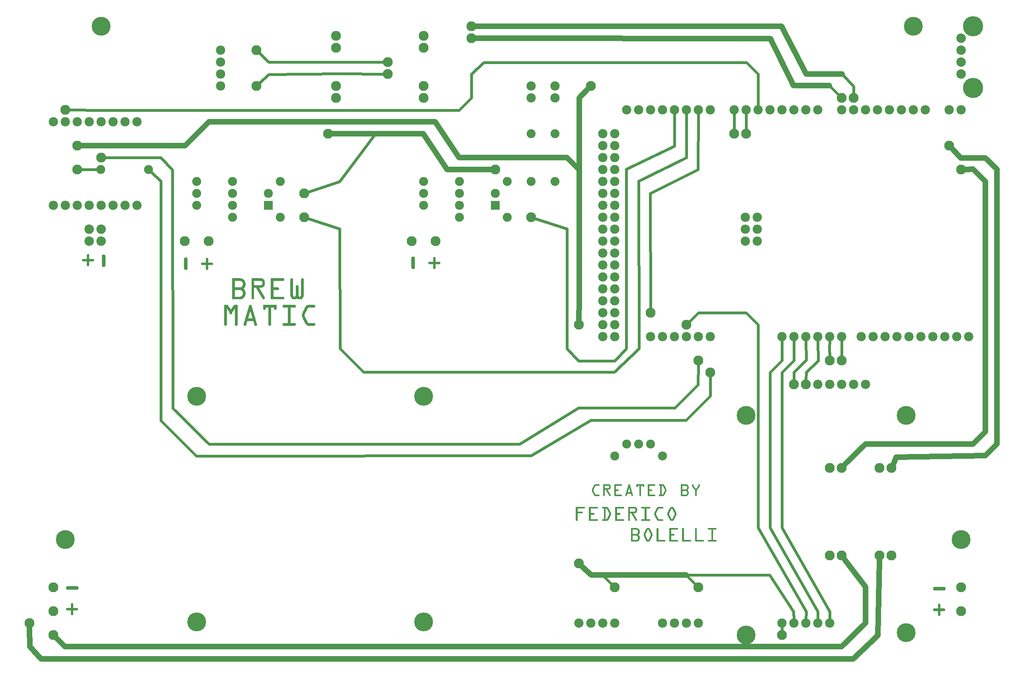
<source format=gtl>
G04 MADE WITH FRITZING*
G04 WWW.FRITZING.ORG*
G04 DOUBLE SIDED*
G04 HOLES PLATED*
G04 CONTOUR ON CENTER OF CONTOUR VECTOR*
%ASAXBY*%
%FSLAX23Y23*%
%MOIN*%
%OFA0B0*%
%SFA1.0B1.0*%
%ADD10C,0.078000*%
%ADD11C,0.083307*%
%ADD12C,0.169291*%
%ADD13C,0.079370*%
%ADD14C,0.158110*%
%ADD15C,0.075000*%
%ADD16C,0.075667*%
%ADD17C,0.075695*%
%ADD18R,0.075667X0.075667*%
%ADD19C,0.048000*%
%ADD20C,0.024000*%
%ADD21R,0.001000X0.001000*%
%LNCOPPER1*%
G90*
G70*
G54D10*
X6810Y372D03*
X6710Y372D03*
X6610Y372D03*
X6510Y372D03*
X6410Y372D03*
X5710Y372D03*
X5610Y372D03*
X5510Y372D03*
X5410Y372D03*
G54D11*
X6910Y2572D03*
X4810Y4872D03*
X3110Y5072D03*
X3110Y4972D03*
X2010Y5172D03*
X2010Y4872D03*
X4710Y872D03*
X3810Y5372D03*
X4710Y2872D03*
X6810Y2572D03*
X3810Y5272D03*
G54D12*
X8010Y5372D03*
G54D11*
X7010Y4772D03*
X6910Y4772D03*
X5310Y2972D03*
X5810Y2472D03*
X5610Y2872D03*
X5710Y2572D03*
X6510Y2372D03*
X6410Y272D03*
X5710Y672D03*
X310Y272D03*
X110Y372D03*
X5010Y672D03*
G54D12*
X8010Y4854D03*
G54D13*
X7910Y4972D03*
X7910Y5072D03*
X7910Y5172D03*
X7910Y5272D03*
G54D11*
X7910Y672D03*
X7910Y472D03*
X310Y672D03*
X310Y472D03*
X6910Y937D03*
X6810Y937D03*
X2676Y5191D03*
X2676Y5291D03*
X7329Y937D03*
X7229Y937D03*
X2676Y4772D03*
X2676Y4872D03*
X6910Y1672D03*
X6810Y1672D03*
X3410Y5191D03*
X3410Y5291D03*
X7329Y1672D03*
X7229Y1672D03*
X3410Y4772D03*
X3410Y4872D03*
G54D10*
X5010Y372D03*
X4910Y372D03*
X4810Y372D03*
X4710Y372D03*
X1710Y5172D03*
X1710Y5072D03*
X1710Y4972D03*
X1710Y4872D03*
X310Y3872D03*
X410Y3872D03*
X510Y3872D03*
X610Y3872D03*
X710Y3872D03*
X810Y3872D03*
X910Y3872D03*
X1010Y3872D03*
X310Y4572D03*
X410Y4572D03*
X510Y4572D03*
X610Y4572D03*
X710Y4572D03*
X810Y4572D03*
X910Y4572D03*
X1010Y4572D03*
X5810Y2772D03*
X5710Y2772D03*
X5610Y2772D03*
X5510Y2772D03*
X5410Y2772D03*
X5310Y2772D03*
X6910Y2772D03*
X6810Y2772D03*
X6710Y2772D03*
X6610Y2772D03*
X6510Y2772D03*
X6410Y2772D03*
X7973Y2772D03*
X7873Y2772D03*
X7773Y2772D03*
X7673Y2772D03*
X7573Y2772D03*
X7473Y2772D03*
X7373Y2772D03*
X7273Y2772D03*
X7173Y2772D03*
X7073Y2772D03*
X5810Y4672D03*
X5710Y4672D03*
X5610Y4672D03*
X5510Y4672D03*
X5410Y4672D03*
X5310Y4672D03*
X5210Y4672D03*
X5110Y4672D03*
X6710Y4672D03*
X6610Y4672D03*
X6510Y4672D03*
X6410Y4672D03*
X6310Y4672D03*
X6210Y4672D03*
X6110Y4672D03*
X6010Y4672D03*
X5010Y4472D03*
X5010Y4372D03*
X5010Y4272D03*
X5010Y4172D03*
X5010Y4072D03*
X5010Y3972D03*
X5010Y3872D03*
X5010Y3772D03*
X5010Y3672D03*
X5010Y3572D03*
X5010Y3472D03*
X5010Y3372D03*
X5010Y3272D03*
X5010Y3172D03*
X5010Y3072D03*
X5010Y2972D03*
X5010Y2872D03*
X5010Y2772D03*
X4910Y4472D03*
X4910Y4372D03*
X4910Y4272D03*
X4910Y4172D03*
X4910Y4072D03*
X4910Y3972D03*
X4910Y3872D03*
X4910Y3772D03*
X4910Y3672D03*
X4910Y3572D03*
X4910Y3472D03*
X4910Y3372D03*
X4910Y3272D03*
X4910Y3172D03*
X4910Y3072D03*
X4910Y2972D03*
X4910Y2872D03*
X4910Y2772D03*
X7610Y4672D03*
X7510Y4672D03*
X7410Y4672D03*
X7310Y4672D03*
X7210Y4672D03*
X7110Y4672D03*
X7010Y4672D03*
X6910Y4672D03*
X7910Y4672D03*
X7810Y4672D03*
G54D14*
X6110Y272D03*
X6110Y2112D03*
X7451Y291D03*
G54D10*
X6103Y3772D03*
X6103Y3672D03*
X6103Y3572D03*
X6103Y3772D03*
X6103Y3672D03*
X6103Y3572D03*
X6203Y3572D03*
X6203Y3672D03*
X6203Y3772D03*
G54D14*
X7451Y2112D03*
X3410Y380D03*
X3410Y2272D03*
G54D15*
X4310Y4072D03*
X4310Y4472D03*
X4510Y4072D03*
X4510Y4472D03*
G54D10*
X4310Y4872D03*
X4310Y4772D03*
X4510Y4872D03*
X4510Y4772D03*
G54D11*
X6010Y4472D03*
X7910Y4172D03*
X7810Y4372D03*
X6110Y4472D03*
X510Y4372D03*
X710Y4272D03*
X510Y4172D03*
X6610Y2372D03*
X3510Y3572D03*
X3310Y3572D03*
G54D15*
X5310Y1872D03*
X5210Y1872D03*
X5110Y1872D03*
X3410Y3872D03*
X3410Y3972D03*
X3410Y4072D03*
G54D16*
X4010Y3872D03*
X3711Y3872D03*
G54D17*
X4010Y3972D03*
X3710Y3972D03*
G54D15*
X3710Y4072D03*
X4110Y4072D03*
X3710Y3772D03*
X4110Y3772D03*
X706Y4171D03*
X1106Y4171D03*
G54D14*
X1510Y380D03*
X710Y5372D03*
X7910Y1072D03*
X410Y1072D03*
X7510Y5372D03*
X1510Y2272D03*
G54D11*
X1610Y3572D03*
X1410Y3572D03*
G54D15*
X1510Y3872D03*
X1510Y3972D03*
X1510Y4072D03*
G54D16*
X2110Y3872D03*
X1811Y3872D03*
G54D17*
X2110Y3972D03*
X1810Y3972D03*
G54D15*
X1810Y4072D03*
X2210Y4072D03*
X5010Y1772D03*
X5410Y1772D03*
X1810Y3772D03*
X2210Y3772D03*
G54D11*
X2410Y3972D03*
X410Y4672D03*
X2610Y4472D03*
X4010Y4172D03*
X4310Y3772D03*
X2410Y3772D03*
G54D10*
X6710Y2372D03*
X6810Y2372D03*
X6910Y2372D03*
X7010Y2372D03*
X7110Y2372D03*
G54D13*
X710Y3572D03*
X610Y3572D03*
X710Y3672D03*
X610Y3672D03*
G54D18*
X4010Y3872D03*
X2110Y3872D03*
G54D19*
X8210Y4173D02*
X8210Y1870D01*
D02*
X7907Y4269D02*
X8113Y4269D01*
D02*
X7840Y4340D02*
X7907Y4269D01*
D02*
X8113Y4269D02*
X8210Y4173D01*
D02*
X8210Y1870D02*
X8113Y1774D01*
D02*
X8113Y1774D02*
X7367Y1761D01*
D02*
X8010Y4173D02*
X8113Y4070D01*
D02*
X8113Y4070D02*
X8113Y1974D01*
D02*
X8113Y1974D02*
X8010Y1871D01*
D02*
X8010Y1870D02*
X7111Y1871D01*
D02*
X7111Y1871D02*
X6941Y1703D01*
D02*
X7954Y4172D02*
X8010Y4173D01*
G54D20*
D02*
X7010Y4868D02*
X7010Y4805D01*
D02*
X6914Y4972D02*
X7010Y4868D01*
D02*
X6809Y4874D02*
X6887Y4795D01*
D02*
X6110Y4642D02*
X6110Y4505D01*
D02*
X6010Y4642D02*
X6010Y4505D01*
D02*
X3706Y4668D02*
X714Y4668D01*
D02*
X3810Y4772D02*
X3706Y4668D01*
D02*
X3810Y4972D02*
X3810Y4772D01*
D02*
X3914Y5068D02*
X3810Y4972D01*
D02*
X714Y4668D02*
X443Y4671D01*
D02*
X6114Y5068D02*
X3914Y5068D01*
D02*
X6210Y4972D02*
X6114Y5068D01*
D02*
X6210Y4702D02*
X6210Y4972D01*
G54D19*
D02*
X7367Y1761D02*
X7346Y1712D01*
D02*
X408Y173D02*
X341Y241D01*
D02*
X6910Y173D02*
X408Y173D01*
D02*
X7110Y372D02*
X6910Y173D01*
D02*
X7110Y675D02*
X7110Y372D01*
D02*
X6937Y902D02*
X7110Y675D01*
D02*
X7213Y269D02*
X7007Y70D01*
D02*
X209Y70D02*
X113Y173D01*
D02*
X113Y173D02*
X111Y328D01*
D02*
X7007Y70D02*
X209Y70D01*
D02*
X7228Y894D02*
X7213Y269D01*
G54D20*
D02*
X6508Y469D02*
X6510Y402D01*
D02*
X6308Y775D02*
X6508Y469D01*
D02*
X5608Y775D02*
X6308Y775D01*
D02*
X6410Y305D02*
X6410Y342D01*
D02*
X6810Y469D02*
X6410Y1172D01*
D02*
X6410Y1172D02*
X6410Y2472D01*
D02*
X6614Y469D02*
X6210Y1172D01*
D02*
X6712Y469D02*
X6310Y1172D01*
D02*
X6310Y1172D02*
X6310Y2472D01*
D02*
X6210Y1172D02*
X6210Y2872D01*
D02*
X6510Y2572D02*
X6510Y2742D01*
D02*
X6410Y2472D02*
X6510Y2572D01*
D02*
X6410Y2572D02*
X6410Y2742D01*
D02*
X6310Y2472D02*
X6410Y2572D01*
D02*
X5710Y2972D02*
X5633Y2895D01*
D02*
X6110Y2972D02*
X5710Y2972D01*
D02*
X6210Y2872D02*
X6110Y2972D01*
D02*
X6810Y402D02*
X6810Y469D01*
D02*
X6711Y402D02*
X6712Y469D01*
D02*
X6611Y402D02*
X6614Y469D01*
D02*
X5306Y3972D02*
X5706Y4172D01*
D02*
X5706Y4172D02*
X5710Y4642D01*
D02*
X5310Y3005D02*
X5306Y3972D01*
G54D19*
D02*
X4714Y4772D02*
X4780Y4840D01*
D02*
X4713Y4168D02*
X4714Y4772D01*
D02*
X6914Y4972D02*
X6614Y4972D01*
D02*
X6614Y4972D02*
X6408Y5372D01*
D02*
X6408Y5372D02*
X3854Y5372D01*
D02*
X4714Y3068D02*
X4713Y4168D01*
D02*
X4711Y2916D02*
X4714Y3068D01*
G54D20*
D02*
X6614Y2575D02*
X6611Y2742D01*
D02*
X6511Y2473D02*
X6614Y2575D01*
D02*
X6510Y2405D02*
X6511Y2473D01*
D02*
X6714Y2568D02*
X6711Y2742D01*
D02*
X6611Y2405D02*
X6614Y2473D01*
D02*
X6614Y2473D02*
X6714Y2568D01*
G54D19*
D02*
X6809Y4874D02*
X6508Y4873D01*
D02*
X6313Y5269D02*
X3854Y5272D01*
D02*
X6508Y4873D02*
X6313Y5269D01*
G54D20*
D02*
X6810Y2605D02*
X6809Y2672D01*
D02*
X6809Y2672D02*
X6810Y2742D01*
D02*
X6912Y2672D02*
X6911Y2742D01*
D02*
X6911Y2605D02*
X6912Y2672D01*
G54D19*
D02*
X3708Y4272D02*
X3509Y4572D01*
D02*
X4713Y4168D02*
X4610Y4271D01*
D02*
X4610Y4271D02*
X3708Y4272D01*
D02*
X4909Y775D02*
X5608Y775D01*
D02*
X4814Y775D02*
X4909Y775D01*
D02*
X4742Y842D02*
X4814Y775D01*
G54D20*
D02*
X2709Y4975D02*
X3077Y4972D01*
D02*
X2113Y4969D02*
X2709Y4975D01*
D02*
X2034Y4894D02*
X2113Y4969D01*
D02*
X678Y4171D02*
X543Y4172D01*
D02*
X3077Y5072D02*
X2709Y5071D01*
D02*
X2113Y5072D02*
X2034Y5149D01*
D02*
X2709Y5071D02*
X2113Y5072D01*
G54D19*
D02*
X1613Y4572D02*
X1413Y4371D01*
D02*
X1413Y4371D02*
X554Y4372D01*
D02*
X3509Y4572D02*
X1613Y4572D01*
G54D20*
D02*
X4909Y775D02*
X4987Y695D01*
D02*
X5608Y775D02*
X5687Y695D01*
D02*
X4610Y3674D02*
X4610Y2672D01*
D02*
X4610Y2672D02*
X4708Y2569D01*
D02*
X4341Y3762D02*
X4610Y3674D01*
D02*
X5007Y2473D02*
X5213Y2672D01*
D02*
X1212Y2069D02*
X1508Y1772D01*
D02*
X5011Y2569D02*
X5109Y2671D01*
D02*
X4708Y2569D02*
X5011Y2569D01*
D02*
X2710Y2672D02*
X2909Y2473D01*
D02*
X2709Y3673D02*
X2710Y2672D01*
D02*
X2441Y3761D02*
X2709Y3673D01*
D02*
X2909Y2473D02*
X5007Y2473D01*
D02*
X5213Y2672D02*
X5211Y4074D01*
D02*
X5211Y4074D02*
X5611Y4270D01*
D02*
X5611Y4270D02*
X5610Y4642D01*
D02*
X5109Y2671D02*
X5108Y4174D01*
D02*
X5108Y4174D02*
X5512Y4368D01*
D02*
X5512Y4368D02*
X5510Y4642D01*
D02*
X1308Y4168D02*
X1212Y4271D01*
D02*
X1312Y2172D02*
X1308Y4168D01*
D02*
X1212Y4073D02*
X1127Y4152D01*
D02*
X5514Y2174D02*
X4709Y2174D01*
D02*
X4709Y2174D02*
X4214Y1871D01*
D02*
X5709Y2368D02*
X5514Y2174D01*
D02*
X5710Y2539D02*
X5709Y2368D01*
D02*
X5810Y2275D02*
X5810Y2439D01*
D02*
X4810Y2072D02*
X5607Y2072D01*
D02*
X5607Y2072D02*
X5810Y2275D01*
D02*
X4310Y1775D02*
X4810Y2072D01*
D02*
X1508Y1772D02*
X4310Y1775D01*
D02*
X1615Y1870D02*
X1312Y2172D01*
G54D19*
D02*
X3008Y4472D02*
X3408Y4472D01*
D02*
X3408Y4472D02*
X3609Y4171D01*
D02*
X3609Y4171D02*
X3966Y4172D01*
D02*
X2654Y4472D02*
X3008Y4472D01*
G54D20*
D02*
X1212Y4271D02*
X743Y4272D01*
D02*
X1212Y4073D02*
X1212Y2069D01*
D02*
X4214Y1871D02*
X1615Y1870D01*
D02*
X2708Y4072D02*
X2441Y3982D01*
D02*
X3008Y4472D02*
X2708Y4072D01*
G54D21*
X600Y3462D02*
X604Y3462D01*
X598Y3461D02*
X606Y3461D01*
X596Y3460D02*
X608Y3460D01*
X595Y3459D02*
X609Y3459D01*
X594Y3458D02*
X610Y3458D01*
X726Y3458D02*
X738Y3458D01*
X594Y3457D02*
X611Y3457D01*
X723Y3457D02*
X741Y3457D01*
X593Y3456D02*
X611Y3456D01*
X722Y3456D02*
X742Y3456D01*
X593Y3455D02*
X611Y3455D01*
X721Y3455D02*
X743Y3455D01*
X592Y3454D02*
X612Y3454D01*
X720Y3454D02*
X744Y3454D01*
X592Y3453D02*
X612Y3453D01*
X719Y3453D02*
X745Y3453D01*
X592Y3452D02*
X612Y3452D01*
X719Y3452D02*
X745Y3452D01*
X592Y3451D02*
X612Y3451D01*
X718Y3451D02*
X746Y3451D01*
X592Y3450D02*
X612Y3450D01*
X718Y3450D02*
X746Y3450D01*
X592Y3449D02*
X612Y3449D01*
X718Y3449D02*
X746Y3449D01*
X592Y3448D02*
X612Y3448D01*
X718Y3448D02*
X746Y3448D01*
X592Y3447D02*
X612Y3447D01*
X718Y3447D02*
X746Y3447D01*
X592Y3446D02*
X612Y3446D01*
X718Y3446D02*
X746Y3446D01*
X592Y3445D02*
X612Y3445D01*
X718Y3445D02*
X746Y3445D01*
X592Y3444D02*
X612Y3444D01*
X718Y3444D02*
X746Y3444D01*
X592Y3443D02*
X612Y3443D01*
X718Y3443D02*
X746Y3443D01*
X592Y3442D02*
X612Y3442D01*
X718Y3442D02*
X746Y3442D01*
X592Y3441D02*
X612Y3441D01*
X718Y3441D02*
X746Y3441D01*
X592Y3440D02*
X612Y3440D01*
X718Y3440D02*
X746Y3440D01*
X592Y3439D02*
X612Y3439D01*
X718Y3439D02*
X746Y3439D01*
X3316Y3439D02*
X3332Y3439D01*
X592Y3438D02*
X612Y3438D01*
X718Y3438D02*
X746Y3438D01*
X3314Y3438D02*
X3334Y3438D01*
X3498Y3438D02*
X3503Y3438D01*
X592Y3437D02*
X612Y3437D01*
X718Y3437D02*
X746Y3437D01*
X3313Y3437D02*
X3335Y3437D01*
X3496Y3437D02*
X3506Y3437D01*
X592Y3436D02*
X612Y3436D01*
X718Y3436D02*
X746Y3436D01*
X3312Y3436D02*
X3336Y3436D01*
X3495Y3436D02*
X3507Y3436D01*
X592Y3435D02*
X612Y3435D01*
X718Y3435D02*
X746Y3435D01*
X3311Y3435D02*
X3336Y3435D01*
X3494Y3435D02*
X3508Y3435D01*
X592Y3434D02*
X612Y3434D01*
X718Y3434D02*
X746Y3434D01*
X3310Y3434D02*
X3337Y3434D01*
X3493Y3434D02*
X3509Y3434D01*
X592Y3433D02*
X612Y3433D01*
X718Y3433D02*
X746Y3433D01*
X3310Y3433D02*
X3337Y3433D01*
X3492Y3433D02*
X3509Y3433D01*
X592Y3432D02*
X612Y3432D01*
X718Y3432D02*
X746Y3432D01*
X1413Y3432D02*
X1427Y3432D01*
X3310Y3432D02*
X3338Y3432D01*
X3492Y3432D02*
X3510Y3432D01*
X592Y3431D02*
X612Y3431D01*
X718Y3431D02*
X746Y3431D01*
X1411Y3431D02*
X1429Y3431D01*
X1597Y3431D02*
X1598Y3431D01*
X3310Y3431D02*
X3338Y3431D01*
X3491Y3431D02*
X3510Y3431D01*
X592Y3430D02*
X612Y3430D01*
X718Y3430D02*
X746Y3430D01*
X1410Y3430D02*
X1431Y3430D01*
X1593Y3430D02*
X1601Y3430D01*
X3309Y3430D02*
X3338Y3430D01*
X3491Y3430D02*
X3510Y3430D01*
X592Y3429D02*
X612Y3429D01*
X718Y3429D02*
X746Y3429D01*
X1409Y3429D02*
X1432Y3429D01*
X1592Y3429D02*
X1603Y3429D01*
X3309Y3429D02*
X3338Y3429D01*
X3491Y3429D02*
X3511Y3429D01*
X592Y3428D02*
X612Y3428D01*
X718Y3428D02*
X746Y3428D01*
X1408Y3428D02*
X1433Y3428D01*
X1590Y3428D02*
X1604Y3428D01*
X3309Y3428D02*
X3338Y3428D01*
X3491Y3428D02*
X3511Y3428D01*
X592Y3427D02*
X612Y3427D01*
X718Y3427D02*
X746Y3427D01*
X1407Y3427D02*
X1433Y3427D01*
X1590Y3427D02*
X1605Y3427D01*
X3309Y3427D02*
X3338Y3427D01*
X3491Y3427D02*
X3511Y3427D01*
X592Y3426D02*
X612Y3426D01*
X718Y3426D02*
X746Y3426D01*
X1407Y3426D02*
X1434Y3426D01*
X1589Y3426D02*
X1606Y3426D01*
X3309Y3426D02*
X3338Y3426D01*
X3491Y3426D02*
X3511Y3426D01*
X592Y3425D02*
X612Y3425D01*
X718Y3425D02*
X746Y3425D01*
X1406Y3425D02*
X1434Y3425D01*
X1588Y3425D02*
X1606Y3425D01*
X3309Y3425D02*
X3338Y3425D01*
X3491Y3425D02*
X3511Y3425D01*
X592Y3424D02*
X612Y3424D01*
X718Y3424D02*
X746Y3424D01*
X1406Y3424D02*
X1434Y3424D01*
X1588Y3424D02*
X1607Y3424D01*
X3309Y3424D02*
X3338Y3424D01*
X3491Y3424D02*
X3511Y3424D01*
X592Y3423D02*
X612Y3423D01*
X718Y3423D02*
X746Y3423D01*
X1406Y3423D02*
X1434Y3423D01*
X1588Y3423D02*
X1607Y3423D01*
X3309Y3423D02*
X3338Y3423D01*
X3491Y3423D02*
X3511Y3423D01*
X592Y3422D02*
X612Y3422D01*
X718Y3422D02*
X746Y3422D01*
X1406Y3422D02*
X1434Y3422D01*
X1587Y3422D02*
X1607Y3422D01*
X3309Y3422D02*
X3338Y3422D01*
X3491Y3422D02*
X3511Y3422D01*
X559Y3421D02*
X645Y3421D01*
X718Y3421D02*
X746Y3421D01*
X1406Y3421D02*
X1435Y3421D01*
X1587Y3421D02*
X1607Y3421D01*
X3309Y3421D02*
X3338Y3421D01*
X3491Y3421D02*
X3511Y3421D01*
X556Y3420D02*
X648Y3420D01*
X718Y3420D02*
X746Y3420D01*
X1406Y3420D02*
X1435Y3420D01*
X1587Y3420D02*
X1607Y3420D01*
X3309Y3420D02*
X3338Y3420D01*
X3491Y3420D02*
X3511Y3420D01*
X555Y3419D02*
X649Y3419D01*
X718Y3419D02*
X746Y3419D01*
X1406Y3419D02*
X1435Y3419D01*
X1587Y3419D02*
X1607Y3419D01*
X3309Y3419D02*
X3338Y3419D01*
X3491Y3419D02*
X3511Y3419D01*
X554Y3418D02*
X650Y3418D01*
X718Y3418D02*
X746Y3418D01*
X1406Y3418D02*
X1435Y3418D01*
X1587Y3418D02*
X1607Y3418D01*
X3309Y3418D02*
X3338Y3418D01*
X3491Y3418D02*
X3511Y3418D01*
X553Y3417D02*
X651Y3417D01*
X718Y3417D02*
X746Y3417D01*
X1406Y3417D02*
X1435Y3417D01*
X1587Y3417D02*
X1607Y3417D01*
X3309Y3417D02*
X3338Y3417D01*
X3491Y3417D02*
X3511Y3417D01*
X553Y3416D02*
X651Y3416D01*
X718Y3416D02*
X746Y3416D01*
X1406Y3416D02*
X1435Y3416D01*
X1587Y3416D02*
X1607Y3416D01*
X3309Y3416D02*
X3338Y3416D01*
X3491Y3416D02*
X3511Y3416D01*
X552Y3415D02*
X652Y3415D01*
X718Y3415D02*
X746Y3415D01*
X1406Y3415D02*
X1435Y3415D01*
X1587Y3415D02*
X1607Y3415D01*
X3309Y3415D02*
X3338Y3415D01*
X3491Y3415D02*
X3511Y3415D01*
X552Y3414D02*
X652Y3414D01*
X718Y3414D02*
X746Y3414D01*
X1406Y3414D02*
X1435Y3414D01*
X1587Y3414D02*
X1607Y3414D01*
X3309Y3414D02*
X3338Y3414D01*
X3491Y3414D02*
X3511Y3414D01*
X551Y3413D02*
X652Y3413D01*
X718Y3413D02*
X746Y3413D01*
X1406Y3413D02*
X1435Y3413D01*
X1587Y3413D02*
X1607Y3413D01*
X3309Y3413D02*
X3338Y3413D01*
X3491Y3413D02*
X3511Y3413D01*
X551Y3412D02*
X653Y3412D01*
X718Y3412D02*
X746Y3412D01*
X1406Y3412D02*
X1435Y3412D01*
X1587Y3412D02*
X1607Y3412D01*
X3309Y3412D02*
X3338Y3412D01*
X3491Y3412D02*
X3511Y3412D01*
X551Y3411D02*
X653Y3411D01*
X718Y3411D02*
X746Y3411D01*
X1406Y3411D02*
X1435Y3411D01*
X1587Y3411D02*
X1607Y3411D01*
X3309Y3411D02*
X3338Y3411D01*
X3491Y3411D02*
X3511Y3411D01*
X551Y3410D02*
X653Y3410D01*
X718Y3410D02*
X746Y3410D01*
X1406Y3410D02*
X1435Y3410D01*
X1587Y3410D02*
X1607Y3410D01*
X3309Y3410D02*
X3338Y3410D01*
X3491Y3410D02*
X3511Y3410D01*
X551Y3409D02*
X652Y3409D01*
X718Y3409D02*
X746Y3409D01*
X1406Y3409D02*
X1435Y3409D01*
X1587Y3409D02*
X1607Y3409D01*
X3309Y3409D02*
X3338Y3409D01*
X3491Y3409D02*
X3511Y3409D01*
X552Y3408D02*
X652Y3408D01*
X718Y3408D02*
X746Y3408D01*
X1406Y3408D02*
X1435Y3408D01*
X1587Y3408D02*
X1607Y3408D01*
X3309Y3408D02*
X3338Y3408D01*
X3491Y3408D02*
X3511Y3408D01*
X552Y3407D02*
X652Y3407D01*
X718Y3407D02*
X746Y3407D01*
X1406Y3407D02*
X1435Y3407D01*
X1587Y3407D02*
X1607Y3407D01*
X3309Y3407D02*
X3338Y3407D01*
X3491Y3407D02*
X3511Y3407D01*
X553Y3406D02*
X651Y3406D01*
X718Y3406D02*
X746Y3406D01*
X1406Y3406D02*
X1435Y3406D01*
X1587Y3406D02*
X1607Y3406D01*
X3309Y3406D02*
X3338Y3406D01*
X3491Y3406D02*
X3511Y3406D01*
X553Y3405D02*
X651Y3405D01*
X718Y3405D02*
X746Y3405D01*
X1406Y3405D02*
X1435Y3405D01*
X1587Y3405D02*
X1607Y3405D01*
X3309Y3405D02*
X3338Y3405D01*
X3491Y3405D02*
X3511Y3405D01*
X554Y3404D02*
X650Y3404D01*
X718Y3404D02*
X746Y3404D01*
X1406Y3404D02*
X1435Y3404D01*
X1587Y3404D02*
X1607Y3404D01*
X3309Y3404D02*
X3338Y3404D01*
X3491Y3404D02*
X3511Y3404D01*
X555Y3403D02*
X649Y3403D01*
X718Y3403D02*
X746Y3403D01*
X1406Y3403D02*
X1435Y3403D01*
X1587Y3403D02*
X1607Y3403D01*
X3309Y3403D02*
X3338Y3403D01*
X3491Y3403D02*
X3511Y3403D01*
X557Y3402D02*
X647Y3402D01*
X718Y3402D02*
X746Y3402D01*
X1406Y3402D02*
X1435Y3402D01*
X1587Y3402D02*
X1607Y3402D01*
X3309Y3402D02*
X3338Y3402D01*
X3491Y3402D02*
X3511Y3402D01*
X559Y3401D02*
X645Y3401D01*
X718Y3401D02*
X746Y3401D01*
X1406Y3401D02*
X1435Y3401D01*
X1587Y3401D02*
X1607Y3401D01*
X3309Y3401D02*
X3338Y3401D01*
X3491Y3401D02*
X3511Y3401D01*
X592Y3400D02*
X612Y3400D01*
X718Y3400D02*
X746Y3400D01*
X1406Y3400D02*
X1435Y3400D01*
X1587Y3400D02*
X1607Y3400D01*
X3309Y3400D02*
X3338Y3400D01*
X3491Y3400D02*
X3511Y3400D01*
X592Y3399D02*
X612Y3399D01*
X718Y3399D02*
X746Y3399D01*
X1406Y3399D02*
X1435Y3399D01*
X1587Y3399D02*
X1607Y3399D01*
X3309Y3399D02*
X3338Y3399D01*
X3491Y3399D02*
X3511Y3399D01*
X592Y3398D02*
X612Y3398D01*
X718Y3398D02*
X746Y3398D01*
X1406Y3398D02*
X1435Y3398D01*
X1587Y3398D02*
X1607Y3398D01*
X3309Y3398D02*
X3338Y3398D01*
X3491Y3398D02*
X3511Y3398D01*
X592Y3397D02*
X612Y3397D01*
X718Y3397D02*
X746Y3397D01*
X1406Y3397D02*
X1435Y3397D01*
X1587Y3397D02*
X1607Y3397D01*
X3309Y3397D02*
X3338Y3397D01*
X3457Y3397D02*
X3544Y3397D01*
X592Y3396D02*
X612Y3396D01*
X718Y3396D02*
X746Y3396D01*
X1406Y3396D02*
X1435Y3396D01*
X1587Y3396D02*
X1607Y3396D01*
X3309Y3396D02*
X3338Y3396D01*
X3455Y3396D02*
X3547Y3396D01*
X592Y3395D02*
X612Y3395D01*
X718Y3395D02*
X746Y3395D01*
X1406Y3395D02*
X1435Y3395D01*
X1587Y3395D02*
X1607Y3395D01*
X3309Y3395D02*
X3338Y3395D01*
X3454Y3395D02*
X3548Y3395D01*
X592Y3394D02*
X612Y3394D01*
X718Y3394D02*
X746Y3394D01*
X1406Y3394D02*
X1435Y3394D01*
X1587Y3394D02*
X1607Y3394D01*
X3309Y3394D02*
X3338Y3394D01*
X3453Y3394D02*
X3549Y3394D01*
X592Y3393D02*
X612Y3393D01*
X718Y3393D02*
X746Y3393D01*
X1406Y3393D02*
X1435Y3393D01*
X1587Y3393D02*
X1607Y3393D01*
X3309Y3393D02*
X3338Y3393D01*
X3452Y3393D02*
X3550Y3393D01*
X592Y3392D02*
X612Y3392D01*
X718Y3392D02*
X746Y3392D01*
X1406Y3392D02*
X1435Y3392D01*
X1587Y3392D02*
X1607Y3392D01*
X3309Y3392D02*
X3338Y3392D01*
X3451Y3392D02*
X3550Y3392D01*
X592Y3391D02*
X612Y3391D01*
X718Y3391D02*
X746Y3391D01*
X1406Y3391D02*
X1435Y3391D01*
X1587Y3391D02*
X1607Y3391D01*
X3309Y3391D02*
X3338Y3391D01*
X3451Y3391D02*
X3551Y3391D01*
X592Y3390D02*
X612Y3390D01*
X718Y3390D02*
X746Y3390D01*
X1406Y3390D02*
X1435Y3390D01*
X1555Y3390D02*
X1639Y3390D01*
X3309Y3390D02*
X3338Y3390D01*
X3451Y3390D02*
X3551Y3390D01*
X592Y3389D02*
X612Y3389D01*
X718Y3389D02*
X746Y3389D01*
X1406Y3389D02*
X1435Y3389D01*
X1552Y3389D02*
X1642Y3389D01*
X3309Y3389D02*
X3338Y3389D01*
X3450Y3389D02*
X3551Y3389D01*
X592Y3388D02*
X612Y3388D01*
X718Y3388D02*
X746Y3388D01*
X1406Y3388D02*
X1435Y3388D01*
X1551Y3388D02*
X1644Y3388D01*
X3309Y3388D02*
X3338Y3388D01*
X3450Y3388D02*
X3552Y3388D01*
X592Y3387D02*
X612Y3387D01*
X718Y3387D02*
X746Y3387D01*
X1406Y3387D02*
X1435Y3387D01*
X1550Y3387D02*
X1645Y3387D01*
X3309Y3387D02*
X3338Y3387D01*
X3450Y3387D02*
X3552Y3387D01*
X592Y3386D02*
X612Y3386D01*
X718Y3386D02*
X746Y3386D01*
X1406Y3386D02*
X1435Y3386D01*
X1549Y3386D02*
X1646Y3386D01*
X3309Y3386D02*
X3338Y3386D01*
X3450Y3386D02*
X3551Y3386D01*
X592Y3385D02*
X612Y3385D01*
X718Y3385D02*
X746Y3385D01*
X1406Y3385D02*
X1435Y3385D01*
X1548Y3385D02*
X1647Y3385D01*
X3309Y3385D02*
X3338Y3385D01*
X3450Y3385D02*
X3551Y3385D01*
X592Y3384D02*
X612Y3384D01*
X718Y3384D02*
X746Y3384D01*
X1406Y3384D02*
X1435Y3384D01*
X1548Y3384D02*
X1647Y3384D01*
X3309Y3384D02*
X3338Y3384D01*
X3451Y3384D02*
X3551Y3384D01*
X592Y3383D02*
X612Y3383D01*
X718Y3383D02*
X746Y3383D01*
X1406Y3383D02*
X1435Y3383D01*
X1547Y3383D02*
X1648Y3383D01*
X3309Y3383D02*
X3338Y3383D01*
X3451Y3383D02*
X3551Y3383D01*
X592Y3382D02*
X612Y3382D01*
X718Y3382D02*
X746Y3382D01*
X1406Y3382D02*
X1435Y3382D01*
X1547Y3382D02*
X1648Y3382D01*
X3309Y3382D02*
X3338Y3382D01*
X3452Y3382D02*
X3550Y3382D01*
X592Y3381D02*
X612Y3381D01*
X718Y3381D02*
X746Y3381D01*
X1406Y3381D02*
X1435Y3381D01*
X1547Y3381D02*
X1648Y3381D01*
X3309Y3381D02*
X3338Y3381D01*
X3452Y3381D02*
X3549Y3381D01*
X592Y3380D02*
X612Y3380D01*
X718Y3380D02*
X746Y3380D01*
X1406Y3380D02*
X1435Y3380D01*
X1547Y3380D02*
X1648Y3380D01*
X3309Y3380D02*
X3338Y3380D01*
X3453Y3380D02*
X3549Y3380D01*
X592Y3379D02*
X612Y3379D01*
X718Y3379D02*
X746Y3379D01*
X1406Y3379D02*
X1435Y3379D01*
X1547Y3379D02*
X1648Y3379D01*
X3309Y3379D02*
X3338Y3379D01*
X3454Y3379D02*
X3547Y3379D01*
X592Y3378D02*
X612Y3378D01*
X718Y3378D02*
X746Y3378D01*
X1406Y3378D02*
X1435Y3378D01*
X1547Y3378D02*
X1648Y3378D01*
X3309Y3378D02*
X3338Y3378D01*
X3456Y3378D02*
X3546Y3378D01*
X592Y3377D02*
X612Y3377D01*
X718Y3377D02*
X746Y3377D01*
X1406Y3377D02*
X1435Y3377D01*
X1547Y3377D02*
X1648Y3377D01*
X3309Y3377D02*
X3338Y3377D01*
X3459Y3377D02*
X3543Y3377D01*
X592Y3376D02*
X612Y3376D01*
X718Y3376D02*
X746Y3376D01*
X1406Y3376D02*
X1435Y3376D01*
X1547Y3376D02*
X1647Y3376D01*
X3309Y3376D02*
X3338Y3376D01*
X3491Y3376D02*
X3511Y3376D01*
X592Y3375D02*
X612Y3375D01*
X718Y3375D02*
X746Y3375D01*
X1406Y3375D02*
X1435Y3375D01*
X1548Y3375D02*
X1647Y3375D01*
X3309Y3375D02*
X3338Y3375D01*
X3491Y3375D02*
X3511Y3375D01*
X592Y3374D02*
X612Y3374D01*
X718Y3374D02*
X746Y3374D01*
X1406Y3374D02*
X1435Y3374D01*
X1548Y3374D02*
X1646Y3374D01*
X3309Y3374D02*
X3338Y3374D01*
X3491Y3374D02*
X3511Y3374D01*
X592Y3373D02*
X612Y3373D01*
X718Y3373D02*
X746Y3373D01*
X1406Y3373D02*
X1435Y3373D01*
X1549Y3373D02*
X1645Y3373D01*
X3309Y3373D02*
X3338Y3373D01*
X3491Y3373D02*
X3511Y3373D01*
X592Y3372D02*
X612Y3372D01*
X718Y3372D02*
X746Y3372D01*
X1406Y3372D02*
X1435Y3372D01*
X1550Y3372D02*
X1644Y3372D01*
X3309Y3372D02*
X3338Y3372D01*
X3491Y3372D02*
X3511Y3372D01*
X592Y3371D02*
X612Y3371D01*
X718Y3371D02*
X746Y3371D01*
X1406Y3371D02*
X1435Y3371D01*
X1552Y3371D02*
X1643Y3371D01*
X3309Y3371D02*
X3338Y3371D01*
X3491Y3371D02*
X3511Y3371D01*
X592Y3370D02*
X612Y3370D01*
X718Y3370D02*
X746Y3370D01*
X1406Y3370D02*
X1435Y3370D01*
X1554Y3370D02*
X1641Y3370D01*
X3309Y3370D02*
X3338Y3370D01*
X3491Y3370D02*
X3511Y3370D01*
X592Y3369D02*
X612Y3369D01*
X718Y3369D02*
X746Y3369D01*
X1406Y3369D02*
X1435Y3369D01*
X1587Y3369D02*
X1607Y3369D01*
X3309Y3369D02*
X3338Y3369D01*
X3491Y3369D02*
X3511Y3369D01*
X592Y3368D02*
X612Y3368D01*
X718Y3368D02*
X746Y3368D01*
X1406Y3368D02*
X1435Y3368D01*
X1587Y3368D02*
X1607Y3368D01*
X3309Y3368D02*
X3338Y3368D01*
X3491Y3368D02*
X3511Y3368D01*
X593Y3367D02*
X611Y3367D01*
X718Y3367D02*
X746Y3367D01*
X1406Y3367D02*
X1435Y3367D01*
X1587Y3367D02*
X1607Y3367D01*
X3309Y3367D02*
X3338Y3367D01*
X3491Y3367D02*
X3511Y3367D01*
X593Y3366D02*
X611Y3366D01*
X718Y3366D02*
X746Y3366D01*
X1406Y3366D02*
X1435Y3366D01*
X1587Y3366D02*
X1607Y3366D01*
X3309Y3366D02*
X3338Y3366D01*
X3491Y3366D02*
X3511Y3366D01*
X594Y3365D02*
X610Y3365D01*
X718Y3365D02*
X746Y3365D01*
X1406Y3365D02*
X1435Y3365D01*
X1587Y3365D02*
X1607Y3365D01*
X3309Y3365D02*
X3338Y3365D01*
X3491Y3365D02*
X3511Y3365D01*
X594Y3364D02*
X610Y3364D01*
X718Y3364D02*
X746Y3364D01*
X1406Y3364D02*
X1435Y3364D01*
X1587Y3364D02*
X1607Y3364D01*
X3309Y3364D02*
X3338Y3364D01*
X3491Y3364D02*
X3511Y3364D01*
X595Y3363D02*
X609Y3363D01*
X718Y3363D02*
X746Y3363D01*
X1406Y3363D02*
X1435Y3363D01*
X1587Y3363D02*
X1607Y3363D01*
X3309Y3363D02*
X3338Y3363D01*
X3491Y3363D02*
X3511Y3363D01*
X596Y3362D02*
X608Y3362D01*
X718Y3362D02*
X745Y3362D01*
X1406Y3362D02*
X1435Y3362D01*
X1587Y3362D02*
X1607Y3362D01*
X3309Y3362D02*
X3338Y3362D01*
X3491Y3362D02*
X3511Y3362D01*
X598Y3361D02*
X606Y3361D01*
X719Y3361D02*
X745Y3361D01*
X1406Y3361D02*
X1435Y3361D01*
X1587Y3361D02*
X1607Y3361D01*
X3309Y3361D02*
X3338Y3361D01*
X3491Y3361D02*
X3511Y3361D01*
X601Y3360D02*
X603Y3360D01*
X720Y3360D02*
X744Y3360D01*
X1406Y3360D02*
X1435Y3360D01*
X1587Y3360D02*
X1607Y3360D01*
X3309Y3360D02*
X3338Y3360D01*
X3491Y3360D02*
X3511Y3360D01*
X721Y3359D02*
X743Y3359D01*
X1406Y3359D02*
X1435Y3359D01*
X1587Y3359D02*
X1607Y3359D01*
X3309Y3359D02*
X3338Y3359D01*
X3491Y3359D02*
X3511Y3359D01*
X722Y3358D02*
X742Y3358D01*
X1406Y3358D02*
X1435Y3358D01*
X1587Y3358D02*
X1607Y3358D01*
X3309Y3358D02*
X3338Y3358D01*
X3491Y3358D02*
X3511Y3358D01*
X723Y3357D02*
X741Y3357D01*
X1406Y3357D02*
X1435Y3357D01*
X1587Y3357D02*
X1607Y3357D01*
X3309Y3357D02*
X3338Y3357D01*
X3491Y3357D02*
X3511Y3357D01*
X726Y3356D02*
X738Y3356D01*
X1406Y3356D02*
X1435Y3356D01*
X1587Y3356D02*
X1607Y3356D01*
X3309Y3356D02*
X3338Y3356D01*
X3491Y3356D02*
X3511Y3356D01*
X1406Y3355D02*
X1435Y3355D01*
X1587Y3355D02*
X1607Y3355D01*
X3309Y3355D02*
X3338Y3355D01*
X3491Y3355D02*
X3511Y3355D01*
X1406Y3354D02*
X1435Y3354D01*
X1587Y3354D02*
X1607Y3354D01*
X3309Y3354D02*
X3338Y3354D01*
X3491Y3354D02*
X3511Y3354D01*
X1406Y3353D02*
X1435Y3353D01*
X1587Y3353D02*
X1607Y3353D01*
X3309Y3353D02*
X3338Y3353D01*
X3491Y3353D02*
X3511Y3353D01*
X1406Y3352D02*
X1435Y3352D01*
X1587Y3352D02*
X1607Y3352D01*
X3309Y3352D02*
X3338Y3352D01*
X3491Y3352D02*
X3511Y3352D01*
X1406Y3351D02*
X1435Y3351D01*
X1587Y3351D02*
X1607Y3351D01*
X3309Y3351D02*
X3338Y3351D01*
X3491Y3351D02*
X3511Y3351D01*
X1406Y3350D02*
X1435Y3350D01*
X1587Y3350D02*
X1607Y3350D01*
X3309Y3350D02*
X3338Y3350D01*
X3491Y3350D02*
X3511Y3350D01*
X1406Y3349D02*
X1435Y3349D01*
X1587Y3349D02*
X1607Y3349D01*
X3309Y3349D02*
X3338Y3349D01*
X3491Y3349D02*
X3511Y3349D01*
X1406Y3348D02*
X1435Y3348D01*
X1587Y3348D02*
X1607Y3348D01*
X3309Y3348D02*
X3338Y3348D01*
X3491Y3348D02*
X3511Y3348D01*
X1406Y3347D02*
X1435Y3347D01*
X1587Y3347D02*
X1607Y3347D01*
X3309Y3347D02*
X3338Y3347D01*
X3491Y3347D02*
X3511Y3347D01*
X1406Y3346D02*
X1435Y3346D01*
X1587Y3346D02*
X1607Y3346D01*
X3310Y3346D02*
X3338Y3346D01*
X3491Y3346D02*
X3511Y3346D01*
X1406Y3345D02*
X1435Y3345D01*
X1587Y3345D02*
X1607Y3345D01*
X3310Y3345D02*
X3338Y3345D01*
X3491Y3345D02*
X3511Y3345D01*
X1406Y3344D02*
X1435Y3344D01*
X1587Y3344D02*
X1607Y3344D01*
X3310Y3344D02*
X3337Y3344D01*
X3491Y3344D02*
X3510Y3344D01*
X1406Y3343D02*
X1435Y3343D01*
X1587Y3343D02*
X1607Y3343D01*
X3311Y3343D02*
X3337Y3343D01*
X3491Y3343D02*
X3510Y3343D01*
X1406Y3342D02*
X1435Y3342D01*
X1587Y3342D02*
X1607Y3342D01*
X3311Y3342D02*
X3336Y3342D01*
X3492Y3342D02*
X3510Y3342D01*
X1406Y3341D02*
X1435Y3341D01*
X1587Y3341D02*
X1607Y3341D01*
X3312Y3341D02*
X3335Y3341D01*
X3492Y3341D02*
X3509Y3341D01*
X1406Y3340D02*
X1434Y3340D01*
X1587Y3340D02*
X1607Y3340D01*
X3313Y3340D02*
X3334Y3340D01*
X3493Y3340D02*
X3508Y3340D01*
X1406Y3339D02*
X1434Y3339D01*
X1587Y3339D02*
X1607Y3339D01*
X3314Y3339D02*
X3333Y3339D01*
X3494Y3339D02*
X3508Y3339D01*
X1406Y3338D02*
X1434Y3338D01*
X1587Y3338D02*
X1607Y3338D01*
X3317Y3338D02*
X3331Y3338D01*
X3495Y3338D02*
X3506Y3338D01*
X1406Y3337D02*
X1434Y3337D01*
X1588Y3337D02*
X1607Y3337D01*
X3497Y3337D02*
X3505Y3337D01*
X1407Y3336D02*
X1434Y3336D01*
X1588Y3336D02*
X1607Y3336D01*
X1407Y3335D02*
X1433Y3335D01*
X1588Y3335D02*
X1606Y3335D01*
X1408Y3334D02*
X1432Y3334D01*
X1589Y3334D02*
X1606Y3334D01*
X1409Y3333D02*
X1431Y3333D01*
X1589Y3333D02*
X1605Y3333D01*
X1410Y3332D02*
X1430Y3332D01*
X1590Y3332D02*
X1604Y3332D01*
X1412Y3331D02*
X1428Y3331D01*
X1591Y3331D02*
X1603Y3331D01*
X1593Y3330D02*
X1602Y3330D01*
X1595Y3329D02*
X1599Y3329D01*
X1807Y3259D02*
X1881Y3259D01*
X1970Y3259D02*
X2054Y3259D01*
X2133Y3259D02*
X2237Y3259D01*
X2304Y3259D02*
X2310Y3259D01*
X2394Y3259D02*
X2400Y3259D01*
X1807Y3258D02*
X1886Y3258D01*
X1970Y3258D02*
X2058Y3258D01*
X2133Y3258D02*
X2239Y3258D01*
X2302Y3258D02*
X2313Y3258D01*
X2392Y3258D02*
X2402Y3258D01*
X1807Y3257D02*
X1889Y3257D01*
X1970Y3257D02*
X2061Y3257D01*
X2133Y3257D02*
X2241Y3257D01*
X2301Y3257D02*
X2314Y3257D01*
X2390Y3257D02*
X2404Y3257D01*
X1807Y3256D02*
X1891Y3256D01*
X1970Y3256D02*
X2063Y3256D01*
X2133Y3256D02*
X2242Y3256D01*
X2299Y3256D02*
X2315Y3256D01*
X2389Y3256D02*
X2405Y3256D01*
X1807Y3255D02*
X1893Y3255D01*
X1970Y3255D02*
X2065Y3255D01*
X2133Y3255D02*
X2243Y3255D01*
X2299Y3255D02*
X2316Y3255D01*
X2389Y3255D02*
X2406Y3255D01*
X1807Y3254D02*
X1895Y3254D01*
X1970Y3254D02*
X2066Y3254D01*
X2133Y3254D02*
X2243Y3254D01*
X2298Y3254D02*
X2317Y3254D01*
X2388Y3254D02*
X2406Y3254D01*
X1807Y3253D02*
X1897Y3253D01*
X1970Y3253D02*
X2068Y3253D01*
X2133Y3253D02*
X2244Y3253D01*
X2297Y3253D02*
X2317Y3253D01*
X2387Y3253D02*
X2407Y3253D01*
X1807Y3252D02*
X1898Y3252D01*
X1970Y3252D02*
X2069Y3252D01*
X2133Y3252D02*
X2244Y3252D01*
X2297Y3252D02*
X2318Y3252D01*
X2387Y3252D02*
X2407Y3252D01*
X1807Y3251D02*
X1900Y3251D01*
X1970Y3251D02*
X2070Y3251D01*
X2133Y3251D02*
X2245Y3251D01*
X2297Y3251D02*
X2318Y3251D01*
X2387Y3251D02*
X2408Y3251D01*
X1807Y3250D02*
X1901Y3250D01*
X1970Y3250D02*
X2071Y3250D01*
X2133Y3250D02*
X2245Y3250D01*
X2297Y3250D02*
X2318Y3250D01*
X2386Y3250D02*
X2408Y3250D01*
X1807Y3249D02*
X1902Y3249D01*
X1970Y3249D02*
X2072Y3249D01*
X2133Y3249D02*
X2245Y3249D01*
X2296Y3249D02*
X2318Y3249D01*
X2386Y3249D02*
X2408Y3249D01*
X1807Y3248D02*
X1903Y3248D01*
X1970Y3248D02*
X2073Y3248D01*
X2133Y3248D02*
X2245Y3248D01*
X2296Y3248D02*
X2318Y3248D01*
X2386Y3248D02*
X2408Y3248D01*
X1807Y3247D02*
X1905Y3247D01*
X1970Y3247D02*
X2074Y3247D01*
X2133Y3247D02*
X2245Y3247D01*
X2296Y3247D02*
X2318Y3247D01*
X2386Y3247D02*
X2408Y3247D01*
X1807Y3246D02*
X1906Y3246D01*
X1970Y3246D02*
X2075Y3246D01*
X2133Y3246D02*
X2245Y3246D01*
X2296Y3246D02*
X2318Y3246D01*
X2386Y3246D02*
X2408Y3246D01*
X1807Y3245D02*
X1907Y3245D01*
X1970Y3245D02*
X2076Y3245D01*
X2133Y3245D02*
X2245Y3245D01*
X2296Y3245D02*
X2318Y3245D01*
X2386Y3245D02*
X2408Y3245D01*
X1807Y3244D02*
X1907Y3244D01*
X1970Y3244D02*
X2076Y3244D01*
X2133Y3244D02*
X2244Y3244D01*
X2296Y3244D02*
X2318Y3244D01*
X2386Y3244D02*
X2408Y3244D01*
X1807Y3243D02*
X1908Y3243D01*
X1970Y3243D02*
X2077Y3243D01*
X2133Y3243D02*
X2244Y3243D01*
X2296Y3243D02*
X2318Y3243D01*
X2386Y3243D02*
X2408Y3243D01*
X1807Y3242D02*
X1909Y3242D01*
X1970Y3242D02*
X2078Y3242D01*
X2133Y3242D02*
X2243Y3242D01*
X2296Y3242D02*
X2318Y3242D01*
X2386Y3242D02*
X2408Y3242D01*
X1807Y3241D02*
X1910Y3241D01*
X1970Y3241D02*
X2078Y3241D01*
X2133Y3241D02*
X2242Y3241D01*
X2296Y3241D02*
X2318Y3241D01*
X2386Y3241D02*
X2408Y3241D01*
X1807Y3240D02*
X1911Y3240D01*
X1970Y3240D02*
X2079Y3240D01*
X2133Y3240D02*
X2242Y3240D01*
X2296Y3240D02*
X2318Y3240D01*
X2386Y3240D02*
X2408Y3240D01*
X1807Y3239D02*
X1911Y3239D01*
X1970Y3239D02*
X2079Y3239D01*
X2133Y3239D02*
X2240Y3239D01*
X2296Y3239D02*
X2318Y3239D01*
X2386Y3239D02*
X2408Y3239D01*
X1807Y3238D02*
X1912Y3238D01*
X1970Y3238D02*
X2080Y3238D01*
X2133Y3238D02*
X2239Y3238D01*
X2296Y3238D02*
X2318Y3238D01*
X2386Y3238D02*
X2408Y3238D01*
X1807Y3237D02*
X1913Y3237D01*
X1970Y3237D02*
X2080Y3237D01*
X2133Y3237D02*
X2236Y3237D01*
X2296Y3237D02*
X2318Y3237D01*
X2386Y3237D02*
X2408Y3237D01*
X1807Y3236D02*
X1829Y3236D01*
X1880Y3236D02*
X1913Y3236D01*
X1970Y3236D02*
X1992Y3236D01*
X2053Y3236D02*
X2080Y3236D01*
X2133Y3236D02*
X2155Y3236D01*
X2296Y3236D02*
X2318Y3236D01*
X2386Y3236D02*
X2408Y3236D01*
X1807Y3235D02*
X1829Y3235D01*
X1883Y3235D02*
X1914Y3235D01*
X1970Y3235D02*
X1992Y3235D01*
X2055Y3235D02*
X2081Y3235D01*
X2133Y3235D02*
X2155Y3235D01*
X2296Y3235D02*
X2318Y3235D01*
X2386Y3235D02*
X2408Y3235D01*
X1807Y3234D02*
X1829Y3234D01*
X1885Y3234D02*
X1914Y3234D01*
X1970Y3234D02*
X1992Y3234D01*
X2056Y3234D02*
X2081Y3234D01*
X2133Y3234D02*
X2155Y3234D01*
X2296Y3234D02*
X2318Y3234D01*
X2386Y3234D02*
X2408Y3234D01*
X1807Y3233D02*
X1829Y3233D01*
X1887Y3233D02*
X1915Y3233D01*
X1970Y3233D02*
X1992Y3233D01*
X2057Y3233D02*
X2081Y3233D01*
X2133Y3233D02*
X2155Y3233D01*
X2296Y3233D02*
X2318Y3233D01*
X2386Y3233D02*
X2408Y3233D01*
X1807Y3232D02*
X1829Y3232D01*
X1888Y3232D02*
X1915Y3232D01*
X1970Y3232D02*
X1992Y3232D01*
X2058Y3232D02*
X2082Y3232D01*
X2133Y3232D02*
X2155Y3232D01*
X2296Y3232D02*
X2318Y3232D01*
X2386Y3232D02*
X2408Y3232D01*
X1807Y3231D02*
X1829Y3231D01*
X1889Y3231D02*
X1916Y3231D01*
X1970Y3231D02*
X1992Y3231D01*
X2059Y3231D02*
X2082Y3231D01*
X2133Y3231D02*
X2155Y3231D01*
X2296Y3231D02*
X2318Y3231D01*
X2386Y3231D02*
X2408Y3231D01*
X1807Y3230D02*
X1829Y3230D01*
X1890Y3230D02*
X1916Y3230D01*
X1970Y3230D02*
X1992Y3230D01*
X2059Y3230D02*
X2082Y3230D01*
X2133Y3230D02*
X2155Y3230D01*
X2296Y3230D02*
X2318Y3230D01*
X2386Y3230D02*
X2408Y3230D01*
X1807Y3229D02*
X1829Y3229D01*
X1891Y3229D02*
X1917Y3229D01*
X1970Y3229D02*
X1992Y3229D01*
X2060Y3229D02*
X2082Y3229D01*
X2133Y3229D02*
X2155Y3229D01*
X2296Y3229D02*
X2318Y3229D01*
X2386Y3229D02*
X2408Y3229D01*
X1807Y3228D02*
X1829Y3228D01*
X1892Y3228D02*
X1917Y3228D01*
X1970Y3228D02*
X1992Y3228D01*
X2060Y3228D02*
X2082Y3228D01*
X2133Y3228D02*
X2155Y3228D01*
X2296Y3228D02*
X2318Y3228D01*
X2386Y3228D02*
X2408Y3228D01*
X1807Y3227D02*
X1829Y3227D01*
X1893Y3227D02*
X1917Y3227D01*
X1970Y3227D02*
X1992Y3227D01*
X2060Y3227D02*
X2082Y3227D01*
X2133Y3227D02*
X2155Y3227D01*
X2296Y3227D02*
X2318Y3227D01*
X2386Y3227D02*
X2408Y3227D01*
X1807Y3226D02*
X1829Y3226D01*
X1894Y3226D02*
X1918Y3226D01*
X1970Y3226D02*
X1992Y3226D01*
X2060Y3226D02*
X2082Y3226D01*
X2133Y3226D02*
X2155Y3226D01*
X2296Y3226D02*
X2318Y3226D01*
X2386Y3226D02*
X2408Y3226D01*
X1807Y3225D02*
X1829Y3225D01*
X1894Y3225D02*
X1918Y3225D01*
X1970Y3225D02*
X1992Y3225D01*
X2060Y3225D02*
X2082Y3225D01*
X2133Y3225D02*
X2155Y3225D01*
X2296Y3225D02*
X2318Y3225D01*
X2386Y3225D02*
X2408Y3225D01*
X1807Y3224D02*
X1829Y3224D01*
X1895Y3224D02*
X1918Y3224D01*
X1970Y3224D02*
X1992Y3224D01*
X2060Y3224D02*
X2082Y3224D01*
X2133Y3224D02*
X2155Y3224D01*
X2296Y3224D02*
X2318Y3224D01*
X2386Y3224D02*
X2408Y3224D01*
X1807Y3223D02*
X1829Y3223D01*
X1895Y3223D02*
X1918Y3223D01*
X1970Y3223D02*
X1992Y3223D01*
X2060Y3223D02*
X2082Y3223D01*
X2133Y3223D02*
X2155Y3223D01*
X2296Y3223D02*
X2318Y3223D01*
X2386Y3223D02*
X2408Y3223D01*
X1807Y3222D02*
X1829Y3222D01*
X1896Y3222D02*
X1918Y3222D01*
X1970Y3222D02*
X1992Y3222D01*
X2060Y3222D02*
X2082Y3222D01*
X2133Y3222D02*
X2155Y3222D01*
X2296Y3222D02*
X2318Y3222D01*
X2386Y3222D02*
X2408Y3222D01*
X1807Y3221D02*
X1829Y3221D01*
X1896Y3221D02*
X1919Y3221D01*
X1970Y3221D02*
X1992Y3221D01*
X2060Y3221D02*
X2082Y3221D01*
X2133Y3221D02*
X2155Y3221D01*
X2296Y3221D02*
X2318Y3221D01*
X2386Y3221D02*
X2408Y3221D01*
X1807Y3220D02*
X1829Y3220D01*
X1896Y3220D02*
X1919Y3220D01*
X1970Y3220D02*
X1992Y3220D01*
X2060Y3220D02*
X2082Y3220D01*
X2133Y3220D02*
X2155Y3220D01*
X2296Y3220D02*
X2318Y3220D01*
X2386Y3220D02*
X2408Y3220D01*
X1807Y3219D02*
X1829Y3219D01*
X1897Y3219D02*
X1919Y3219D01*
X1970Y3219D02*
X1992Y3219D01*
X2060Y3219D02*
X2082Y3219D01*
X2133Y3219D02*
X2155Y3219D01*
X2296Y3219D02*
X2318Y3219D01*
X2386Y3219D02*
X2408Y3219D01*
X1807Y3218D02*
X1829Y3218D01*
X1897Y3218D02*
X1919Y3218D01*
X1970Y3218D02*
X1992Y3218D01*
X2060Y3218D02*
X2082Y3218D01*
X2133Y3218D02*
X2155Y3218D01*
X2296Y3218D02*
X2318Y3218D01*
X2386Y3218D02*
X2408Y3218D01*
X1807Y3217D02*
X1829Y3217D01*
X1897Y3217D02*
X1919Y3217D01*
X1970Y3217D02*
X1992Y3217D01*
X2060Y3217D02*
X2082Y3217D01*
X2133Y3217D02*
X2155Y3217D01*
X2296Y3217D02*
X2318Y3217D01*
X2386Y3217D02*
X2408Y3217D01*
X1807Y3216D02*
X1829Y3216D01*
X1897Y3216D02*
X1919Y3216D01*
X1970Y3216D02*
X1992Y3216D01*
X2060Y3216D02*
X2082Y3216D01*
X2133Y3216D02*
X2155Y3216D01*
X2296Y3216D02*
X2318Y3216D01*
X2386Y3216D02*
X2408Y3216D01*
X1807Y3215D02*
X1829Y3215D01*
X1897Y3215D02*
X1919Y3215D01*
X1970Y3215D02*
X1992Y3215D01*
X2060Y3215D02*
X2082Y3215D01*
X2133Y3215D02*
X2155Y3215D01*
X2296Y3215D02*
X2318Y3215D01*
X2386Y3215D02*
X2408Y3215D01*
X1807Y3214D02*
X1829Y3214D01*
X1897Y3214D02*
X1919Y3214D01*
X1970Y3214D02*
X1992Y3214D01*
X2060Y3214D02*
X2082Y3214D01*
X2133Y3214D02*
X2155Y3214D01*
X2296Y3214D02*
X2318Y3214D01*
X2386Y3214D02*
X2408Y3214D01*
X1807Y3213D02*
X1829Y3213D01*
X1897Y3213D02*
X1919Y3213D01*
X1970Y3213D02*
X1992Y3213D01*
X2060Y3213D02*
X2082Y3213D01*
X2133Y3213D02*
X2155Y3213D01*
X2296Y3213D02*
X2318Y3213D01*
X2386Y3213D02*
X2408Y3213D01*
X1807Y3212D02*
X1829Y3212D01*
X1897Y3212D02*
X1919Y3212D01*
X1970Y3212D02*
X1992Y3212D01*
X2060Y3212D02*
X2082Y3212D01*
X2133Y3212D02*
X2155Y3212D01*
X2296Y3212D02*
X2318Y3212D01*
X2386Y3212D02*
X2408Y3212D01*
X1807Y3211D02*
X1829Y3211D01*
X1897Y3211D02*
X1919Y3211D01*
X1970Y3211D02*
X1992Y3211D01*
X2060Y3211D02*
X2082Y3211D01*
X2133Y3211D02*
X2155Y3211D01*
X2296Y3211D02*
X2318Y3211D01*
X2386Y3211D02*
X2408Y3211D01*
X1807Y3210D02*
X1829Y3210D01*
X1897Y3210D02*
X1919Y3210D01*
X1970Y3210D02*
X1992Y3210D01*
X2060Y3210D02*
X2082Y3210D01*
X2133Y3210D02*
X2155Y3210D01*
X2296Y3210D02*
X2318Y3210D01*
X2386Y3210D02*
X2408Y3210D01*
X1807Y3209D02*
X1829Y3209D01*
X1897Y3209D02*
X1919Y3209D01*
X1970Y3209D02*
X1992Y3209D01*
X2059Y3209D02*
X2082Y3209D01*
X2133Y3209D02*
X2155Y3209D01*
X2296Y3209D02*
X2318Y3209D01*
X2386Y3209D02*
X2408Y3209D01*
X1807Y3208D02*
X1829Y3208D01*
X1897Y3208D02*
X1919Y3208D01*
X1970Y3208D02*
X1992Y3208D01*
X2059Y3208D02*
X2082Y3208D01*
X2133Y3208D02*
X2155Y3208D01*
X2296Y3208D02*
X2318Y3208D01*
X2386Y3208D02*
X2408Y3208D01*
X1807Y3207D02*
X1829Y3207D01*
X1897Y3207D02*
X1919Y3207D01*
X1970Y3207D02*
X1992Y3207D01*
X2058Y3207D02*
X2082Y3207D01*
X2133Y3207D02*
X2155Y3207D01*
X2296Y3207D02*
X2318Y3207D01*
X2386Y3207D02*
X2408Y3207D01*
X1807Y3206D02*
X1829Y3206D01*
X1897Y3206D02*
X1919Y3206D01*
X1970Y3206D02*
X1992Y3206D01*
X2057Y3206D02*
X2081Y3206D01*
X2133Y3206D02*
X2155Y3206D01*
X2296Y3206D02*
X2318Y3206D01*
X2386Y3206D02*
X2408Y3206D01*
X1807Y3205D02*
X1829Y3205D01*
X1897Y3205D02*
X1919Y3205D01*
X1970Y3205D02*
X1992Y3205D01*
X2056Y3205D02*
X2081Y3205D01*
X2133Y3205D02*
X2155Y3205D01*
X2296Y3205D02*
X2318Y3205D01*
X2386Y3205D02*
X2408Y3205D01*
X1807Y3204D02*
X1829Y3204D01*
X1897Y3204D02*
X1919Y3204D01*
X1970Y3204D02*
X1992Y3204D01*
X2055Y3204D02*
X2081Y3204D01*
X2133Y3204D02*
X2155Y3204D01*
X2296Y3204D02*
X2318Y3204D01*
X2386Y3204D02*
X2408Y3204D01*
X1807Y3203D02*
X1829Y3203D01*
X1897Y3203D02*
X1919Y3203D01*
X1970Y3203D02*
X1992Y3203D01*
X2053Y3203D02*
X2081Y3203D01*
X2133Y3203D02*
X2155Y3203D01*
X2296Y3203D02*
X2318Y3203D01*
X2386Y3203D02*
X2408Y3203D01*
X1807Y3202D02*
X1829Y3202D01*
X1897Y3202D02*
X1919Y3202D01*
X1970Y3202D02*
X1993Y3202D01*
X2050Y3202D02*
X2080Y3202D01*
X2133Y3202D02*
X2155Y3202D01*
X2296Y3202D02*
X2318Y3202D01*
X2386Y3202D02*
X2408Y3202D01*
X1807Y3201D02*
X1829Y3201D01*
X1897Y3201D02*
X1919Y3201D01*
X1970Y3201D02*
X2080Y3201D01*
X2133Y3201D02*
X2155Y3201D01*
X2296Y3201D02*
X2318Y3201D01*
X2348Y3201D02*
X2356Y3201D01*
X2386Y3201D02*
X2408Y3201D01*
X1807Y3200D02*
X1829Y3200D01*
X1897Y3200D02*
X1919Y3200D01*
X1970Y3200D02*
X2079Y3200D01*
X2133Y3200D02*
X2155Y3200D01*
X2296Y3200D02*
X2318Y3200D01*
X2346Y3200D02*
X2358Y3200D01*
X2386Y3200D02*
X2408Y3200D01*
X1807Y3199D02*
X1829Y3199D01*
X1896Y3199D02*
X1919Y3199D01*
X1970Y3199D02*
X2079Y3199D01*
X2133Y3199D02*
X2155Y3199D01*
X2296Y3199D02*
X2318Y3199D01*
X2345Y3199D02*
X2359Y3199D01*
X2386Y3199D02*
X2408Y3199D01*
X1807Y3198D02*
X1829Y3198D01*
X1896Y3198D02*
X1919Y3198D01*
X1970Y3198D02*
X2078Y3198D01*
X2133Y3198D02*
X2155Y3198D01*
X2296Y3198D02*
X2318Y3198D01*
X2344Y3198D02*
X2360Y3198D01*
X2386Y3198D02*
X2408Y3198D01*
X1807Y3197D02*
X1829Y3197D01*
X1896Y3197D02*
X1918Y3197D01*
X1970Y3197D02*
X2078Y3197D01*
X2133Y3197D02*
X2155Y3197D01*
X2296Y3197D02*
X2318Y3197D01*
X2343Y3197D02*
X2361Y3197D01*
X2386Y3197D02*
X2408Y3197D01*
X1807Y3196D02*
X1829Y3196D01*
X1895Y3196D02*
X1918Y3196D01*
X1970Y3196D02*
X2077Y3196D01*
X2133Y3196D02*
X2155Y3196D01*
X2296Y3196D02*
X2318Y3196D01*
X2343Y3196D02*
X2362Y3196D01*
X2386Y3196D02*
X2408Y3196D01*
X1807Y3195D02*
X1829Y3195D01*
X1894Y3195D02*
X1918Y3195D01*
X1970Y3195D02*
X2077Y3195D01*
X2133Y3195D02*
X2155Y3195D01*
X2296Y3195D02*
X2318Y3195D01*
X2342Y3195D02*
X2362Y3195D01*
X2386Y3195D02*
X2408Y3195D01*
X1807Y3194D02*
X1829Y3194D01*
X1894Y3194D02*
X1918Y3194D01*
X1970Y3194D02*
X2076Y3194D01*
X2133Y3194D02*
X2155Y3194D01*
X2296Y3194D02*
X2318Y3194D01*
X2342Y3194D02*
X2363Y3194D01*
X2386Y3194D02*
X2408Y3194D01*
X1807Y3193D02*
X1829Y3193D01*
X1893Y3193D02*
X1917Y3193D01*
X1970Y3193D02*
X2075Y3193D01*
X2133Y3193D02*
X2155Y3193D01*
X2296Y3193D02*
X2318Y3193D01*
X2341Y3193D02*
X2363Y3193D01*
X2386Y3193D02*
X2408Y3193D01*
X1807Y3192D02*
X1829Y3192D01*
X1892Y3192D02*
X1917Y3192D01*
X1970Y3192D02*
X2074Y3192D01*
X2133Y3192D02*
X2155Y3192D01*
X2296Y3192D02*
X2318Y3192D01*
X2341Y3192D02*
X2363Y3192D01*
X2386Y3192D02*
X2408Y3192D01*
X1807Y3191D02*
X1829Y3191D01*
X1892Y3191D02*
X1917Y3191D01*
X1970Y3191D02*
X2073Y3191D01*
X2133Y3191D02*
X2155Y3191D01*
X2296Y3191D02*
X2318Y3191D01*
X2341Y3191D02*
X2363Y3191D01*
X2386Y3191D02*
X2408Y3191D01*
X1807Y3190D02*
X1829Y3190D01*
X1891Y3190D02*
X1916Y3190D01*
X1970Y3190D02*
X2073Y3190D01*
X2133Y3190D02*
X2155Y3190D01*
X2296Y3190D02*
X2318Y3190D01*
X2341Y3190D02*
X2363Y3190D01*
X2386Y3190D02*
X2408Y3190D01*
X1807Y3189D02*
X1829Y3189D01*
X1890Y3189D02*
X1916Y3189D01*
X1970Y3189D02*
X2072Y3189D01*
X2133Y3189D02*
X2155Y3189D01*
X2296Y3189D02*
X2318Y3189D01*
X2341Y3189D02*
X2363Y3189D01*
X2386Y3189D02*
X2408Y3189D01*
X1807Y3188D02*
X1829Y3188D01*
X1889Y3188D02*
X1916Y3188D01*
X1970Y3188D02*
X2071Y3188D01*
X2133Y3188D02*
X2155Y3188D01*
X2296Y3188D02*
X2318Y3188D01*
X2341Y3188D02*
X2363Y3188D01*
X2386Y3188D02*
X2408Y3188D01*
X1807Y3187D02*
X1829Y3187D01*
X1887Y3187D02*
X1915Y3187D01*
X1970Y3187D02*
X2069Y3187D01*
X2133Y3187D02*
X2155Y3187D01*
X2296Y3187D02*
X2318Y3187D01*
X2341Y3187D02*
X2363Y3187D01*
X2386Y3187D02*
X2408Y3187D01*
X1807Y3186D02*
X1829Y3186D01*
X1886Y3186D02*
X1915Y3186D01*
X1970Y3186D02*
X2068Y3186D01*
X2133Y3186D02*
X2155Y3186D01*
X2296Y3186D02*
X2318Y3186D01*
X2341Y3186D02*
X2363Y3186D01*
X2386Y3186D02*
X2408Y3186D01*
X1807Y3185D02*
X1829Y3185D01*
X1884Y3185D02*
X1914Y3185D01*
X1970Y3185D02*
X2067Y3185D01*
X2133Y3185D02*
X2155Y3185D01*
X2296Y3185D02*
X2318Y3185D01*
X2341Y3185D02*
X2363Y3185D01*
X2386Y3185D02*
X2408Y3185D01*
X1807Y3184D02*
X1829Y3184D01*
X1881Y3184D02*
X1914Y3184D01*
X1970Y3184D02*
X2065Y3184D01*
X2133Y3184D02*
X2155Y3184D01*
X2296Y3184D02*
X2318Y3184D01*
X2341Y3184D02*
X2363Y3184D01*
X2386Y3184D02*
X2408Y3184D01*
X1807Y3183D02*
X1830Y3183D01*
X1877Y3183D02*
X1913Y3183D01*
X1970Y3183D02*
X2064Y3183D01*
X2133Y3183D02*
X2156Y3183D01*
X2296Y3183D02*
X2318Y3183D01*
X2341Y3183D02*
X2363Y3183D01*
X2386Y3183D02*
X2408Y3183D01*
X1807Y3182D02*
X1912Y3182D01*
X1970Y3182D02*
X2062Y3182D01*
X2133Y3182D02*
X2193Y3182D01*
X2296Y3182D02*
X2318Y3182D01*
X2341Y3182D02*
X2363Y3182D01*
X2386Y3182D02*
X2408Y3182D01*
X1807Y3181D02*
X1912Y3181D01*
X1970Y3181D02*
X2059Y3181D01*
X2133Y3181D02*
X2195Y3181D01*
X2296Y3181D02*
X2318Y3181D01*
X2341Y3181D02*
X2363Y3181D01*
X2386Y3181D02*
X2408Y3181D01*
X1807Y3180D02*
X1911Y3180D01*
X1970Y3180D02*
X2056Y3180D01*
X2133Y3180D02*
X2196Y3180D01*
X2296Y3180D02*
X2318Y3180D01*
X2341Y3180D02*
X2363Y3180D01*
X2386Y3180D02*
X2408Y3180D01*
X1807Y3179D02*
X1910Y3179D01*
X1970Y3179D02*
X1993Y3179D01*
X2009Y3179D02*
X2035Y3179D01*
X2133Y3179D02*
X2197Y3179D01*
X2296Y3179D02*
X2318Y3179D01*
X2341Y3179D02*
X2363Y3179D01*
X2386Y3179D02*
X2408Y3179D01*
X1807Y3178D02*
X1910Y3178D01*
X1970Y3178D02*
X1992Y3178D01*
X2010Y3178D02*
X2035Y3178D01*
X2133Y3178D02*
X2198Y3178D01*
X2296Y3178D02*
X2318Y3178D01*
X2341Y3178D02*
X2363Y3178D01*
X2386Y3178D02*
X2408Y3178D01*
X1807Y3177D02*
X1909Y3177D01*
X1970Y3177D02*
X1992Y3177D01*
X2010Y3177D02*
X2036Y3177D01*
X2133Y3177D02*
X2199Y3177D01*
X2296Y3177D02*
X2318Y3177D01*
X2341Y3177D02*
X2363Y3177D01*
X2386Y3177D02*
X2408Y3177D01*
X1807Y3176D02*
X1908Y3176D01*
X1970Y3176D02*
X1992Y3176D01*
X2011Y3176D02*
X2036Y3176D01*
X2133Y3176D02*
X2199Y3176D01*
X2296Y3176D02*
X2318Y3176D01*
X2341Y3176D02*
X2363Y3176D01*
X2386Y3176D02*
X2408Y3176D01*
X1807Y3175D02*
X1907Y3175D01*
X1970Y3175D02*
X1992Y3175D01*
X2011Y3175D02*
X2037Y3175D01*
X2133Y3175D02*
X2199Y3175D01*
X2296Y3175D02*
X2318Y3175D01*
X2341Y3175D02*
X2363Y3175D01*
X2386Y3175D02*
X2408Y3175D01*
X1807Y3174D02*
X1906Y3174D01*
X1970Y3174D02*
X1992Y3174D01*
X2012Y3174D02*
X2038Y3174D01*
X2133Y3174D02*
X2200Y3174D01*
X2296Y3174D02*
X2318Y3174D01*
X2341Y3174D02*
X2363Y3174D01*
X2386Y3174D02*
X2408Y3174D01*
X1807Y3173D02*
X1905Y3173D01*
X1970Y3173D02*
X1992Y3173D01*
X2012Y3173D02*
X2038Y3173D01*
X2133Y3173D02*
X2200Y3173D01*
X2296Y3173D02*
X2318Y3173D01*
X2341Y3173D02*
X2363Y3173D01*
X2386Y3173D02*
X2408Y3173D01*
X1807Y3172D02*
X1904Y3172D01*
X1970Y3172D02*
X1992Y3172D01*
X2013Y3172D02*
X2039Y3172D01*
X2133Y3172D02*
X2200Y3172D01*
X2296Y3172D02*
X2318Y3172D01*
X2341Y3172D02*
X2363Y3172D01*
X2386Y3172D02*
X2408Y3172D01*
X1807Y3171D02*
X1904Y3171D01*
X1970Y3171D02*
X1992Y3171D01*
X2014Y3171D02*
X2039Y3171D01*
X2133Y3171D02*
X2200Y3171D01*
X2296Y3171D02*
X2318Y3171D01*
X2341Y3171D02*
X2363Y3171D01*
X2386Y3171D02*
X2408Y3171D01*
X1807Y3170D02*
X1905Y3170D01*
X1970Y3170D02*
X1992Y3170D01*
X2014Y3170D02*
X2040Y3170D01*
X2133Y3170D02*
X2200Y3170D01*
X2296Y3170D02*
X2318Y3170D01*
X2341Y3170D02*
X2363Y3170D01*
X2386Y3170D02*
X2408Y3170D01*
X1807Y3169D02*
X1906Y3169D01*
X1970Y3169D02*
X1992Y3169D01*
X2015Y3169D02*
X2040Y3169D01*
X2133Y3169D02*
X2200Y3169D01*
X2296Y3169D02*
X2318Y3169D01*
X2341Y3169D02*
X2363Y3169D01*
X2386Y3169D02*
X2408Y3169D01*
X1807Y3168D02*
X1907Y3168D01*
X1970Y3168D02*
X1992Y3168D01*
X2015Y3168D02*
X2041Y3168D01*
X2133Y3168D02*
X2200Y3168D01*
X2296Y3168D02*
X2318Y3168D01*
X2341Y3168D02*
X2363Y3168D01*
X2386Y3168D02*
X2408Y3168D01*
X1807Y3167D02*
X1908Y3167D01*
X1970Y3167D02*
X1992Y3167D01*
X2016Y3167D02*
X2042Y3167D01*
X2133Y3167D02*
X2199Y3167D01*
X2296Y3167D02*
X2318Y3167D01*
X2341Y3167D02*
X2363Y3167D01*
X2386Y3167D02*
X2408Y3167D01*
X1807Y3166D02*
X1909Y3166D01*
X1970Y3166D02*
X1992Y3166D01*
X2017Y3166D02*
X2042Y3166D01*
X2133Y3166D02*
X2199Y3166D01*
X2296Y3166D02*
X2318Y3166D01*
X2341Y3166D02*
X2363Y3166D01*
X2386Y3166D02*
X2408Y3166D01*
X1807Y3165D02*
X1909Y3165D01*
X1970Y3165D02*
X1992Y3165D01*
X2017Y3165D02*
X2043Y3165D01*
X2133Y3165D02*
X2198Y3165D01*
X2296Y3165D02*
X2318Y3165D01*
X2341Y3165D02*
X2363Y3165D01*
X2386Y3165D02*
X2408Y3165D01*
X1807Y3164D02*
X1910Y3164D01*
X1970Y3164D02*
X1992Y3164D01*
X2018Y3164D02*
X2043Y3164D01*
X2133Y3164D02*
X2197Y3164D01*
X2296Y3164D02*
X2318Y3164D01*
X2341Y3164D02*
X2363Y3164D01*
X2386Y3164D02*
X2408Y3164D01*
X1807Y3163D02*
X1911Y3163D01*
X1970Y3163D02*
X1992Y3163D01*
X2018Y3163D02*
X2044Y3163D01*
X2133Y3163D02*
X2196Y3163D01*
X2296Y3163D02*
X2318Y3163D01*
X2341Y3163D02*
X2363Y3163D01*
X2386Y3163D02*
X2408Y3163D01*
X1807Y3162D02*
X1912Y3162D01*
X1970Y3162D02*
X1992Y3162D01*
X2019Y3162D02*
X2045Y3162D01*
X2133Y3162D02*
X2195Y3162D01*
X2296Y3162D02*
X2318Y3162D01*
X2341Y3162D02*
X2363Y3162D01*
X2386Y3162D02*
X2408Y3162D01*
X1807Y3161D02*
X1912Y3161D01*
X1970Y3161D02*
X1992Y3161D01*
X2019Y3161D02*
X2045Y3161D01*
X2133Y3161D02*
X2193Y3161D01*
X2296Y3161D02*
X2318Y3161D01*
X2341Y3161D02*
X2363Y3161D01*
X2386Y3161D02*
X2408Y3161D01*
X1807Y3160D02*
X1830Y3160D01*
X1875Y3160D02*
X1913Y3160D01*
X1970Y3160D02*
X1992Y3160D01*
X2020Y3160D02*
X2046Y3160D01*
X2133Y3160D02*
X2156Y3160D01*
X2296Y3160D02*
X2318Y3160D01*
X2341Y3160D02*
X2363Y3160D01*
X2386Y3160D02*
X2408Y3160D01*
X1807Y3159D02*
X1829Y3159D01*
X1881Y3159D02*
X1914Y3159D01*
X1970Y3159D02*
X1992Y3159D01*
X2021Y3159D02*
X2046Y3159D01*
X2133Y3159D02*
X2155Y3159D01*
X2296Y3159D02*
X2318Y3159D01*
X2341Y3159D02*
X2363Y3159D01*
X2386Y3159D02*
X2408Y3159D01*
X1807Y3158D02*
X1829Y3158D01*
X1884Y3158D02*
X1914Y3158D01*
X1970Y3158D02*
X1992Y3158D01*
X2021Y3158D02*
X2047Y3158D01*
X2133Y3158D02*
X2155Y3158D01*
X2296Y3158D02*
X2318Y3158D01*
X2341Y3158D02*
X2363Y3158D01*
X2386Y3158D02*
X2408Y3158D01*
X1807Y3157D02*
X1829Y3157D01*
X1886Y3157D02*
X1915Y3157D01*
X1970Y3157D02*
X1992Y3157D01*
X2022Y3157D02*
X2047Y3157D01*
X2133Y3157D02*
X2155Y3157D01*
X2296Y3157D02*
X2318Y3157D01*
X2341Y3157D02*
X2363Y3157D01*
X2386Y3157D02*
X2408Y3157D01*
X1807Y3156D02*
X1829Y3156D01*
X1887Y3156D02*
X1915Y3156D01*
X1970Y3156D02*
X1992Y3156D01*
X2022Y3156D02*
X2048Y3156D01*
X2133Y3156D02*
X2155Y3156D01*
X2296Y3156D02*
X2318Y3156D01*
X2341Y3156D02*
X2363Y3156D01*
X2386Y3156D02*
X2408Y3156D01*
X1807Y3155D02*
X1829Y3155D01*
X1888Y3155D02*
X1916Y3155D01*
X1970Y3155D02*
X1992Y3155D01*
X2023Y3155D02*
X2049Y3155D01*
X2133Y3155D02*
X2155Y3155D01*
X2296Y3155D02*
X2318Y3155D01*
X2341Y3155D02*
X2363Y3155D01*
X2386Y3155D02*
X2408Y3155D01*
X1807Y3154D02*
X1829Y3154D01*
X1890Y3154D02*
X1916Y3154D01*
X1970Y3154D02*
X1992Y3154D01*
X2024Y3154D02*
X2049Y3154D01*
X2133Y3154D02*
X2155Y3154D01*
X2296Y3154D02*
X2318Y3154D01*
X2341Y3154D02*
X2363Y3154D01*
X2386Y3154D02*
X2408Y3154D01*
X1807Y3153D02*
X1829Y3153D01*
X1891Y3153D02*
X1916Y3153D01*
X1970Y3153D02*
X1992Y3153D01*
X2024Y3153D02*
X2050Y3153D01*
X2133Y3153D02*
X2155Y3153D01*
X2296Y3153D02*
X2318Y3153D01*
X2341Y3153D02*
X2363Y3153D01*
X2386Y3153D02*
X2408Y3153D01*
X1807Y3152D02*
X1829Y3152D01*
X1892Y3152D02*
X1917Y3152D01*
X1970Y3152D02*
X1992Y3152D01*
X2025Y3152D02*
X2050Y3152D01*
X2133Y3152D02*
X2155Y3152D01*
X2296Y3152D02*
X2318Y3152D01*
X2341Y3152D02*
X2363Y3152D01*
X2386Y3152D02*
X2408Y3152D01*
X1807Y3151D02*
X1829Y3151D01*
X1892Y3151D02*
X1917Y3151D01*
X1970Y3151D02*
X1992Y3151D01*
X2025Y3151D02*
X2051Y3151D01*
X2133Y3151D02*
X2155Y3151D01*
X2296Y3151D02*
X2318Y3151D01*
X2341Y3151D02*
X2363Y3151D01*
X2386Y3151D02*
X2408Y3151D01*
X1807Y3150D02*
X1829Y3150D01*
X1893Y3150D02*
X1917Y3150D01*
X1970Y3150D02*
X1992Y3150D01*
X2026Y3150D02*
X2052Y3150D01*
X2133Y3150D02*
X2155Y3150D01*
X2296Y3150D02*
X2318Y3150D01*
X2341Y3150D02*
X2363Y3150D01*
X2386Y3150D02*
X2408Y3150D01*
X1807Y3149D02*
X1829Y3149D01*
X1894Y3149D02*
X1918Y3149D01*
X1970Y3149D02*
X1992Y3149D01*
X2026Y3149D02*
X2052Y3149D01*
X2133Y3149D02*
X2155Y3149D01*
X2296Y3149D02*
X2318Y3149D01*
X2341Y3149D02*
X2363Y3149D01*
X2386Y3149D02*
X2408Y3149D01*
X1807Y3148D02*
X1829Y3148D01*
X1894Y3148D02*
X1918Y3148D01*
X1970Y3148D02*
X1992Y3148D01*
X2027Y3148D02*
X2053Y3148D01*
X2133Y3148D02*
X2155Y3148D01*
X2296Y3148D02*
X2318Y3148D01*
X2341Y3148D02*
X2363Y3148D01*
X2386Y3148D02*
X2408Y3148D01*
X1807Y3147D02*
X1829Y3147D01*
X1895Y3147D02*
X1918Y3147D01*
X1970Y3147D02*
X1992Y3147D01*
X2028Y3147D02*
X2053Y3147D01*
X2133Y3147D02*
X2155Y3147D01*
X2296Y3147D02*
X2318Y3147D01*
X2341Y3147D02*
X2363Y3147D01*
X2386Y3147D02*
X2408Y3147D01*
X1807Y3146D02*
X1829Y3146D01*
X1896Y3146D02*
X1918Y3146D01*
X1970Y3146D02*
X1992Y3146D01*
X2028Y3146D02*
X2054Y3146D01*
X2133Y3146D02*
X2155Y3146D01*
X2296Y3146D02*
X2318Y3146D01*
X2341Y3146D02*
X2363Y3146D01*
X2386Y3146D02*
X2408Y3146D01*
X1807Y3145D02*
X1829Y3145D01*
X1896Y3145D02*
X1918Y3145D01*
X1970Y3145D02*
X1992Y3145D01*
X2029Y3145D02*
X2054Y3145D01*
X2133Y3145D02*
X2155Y3145D01*
X2296Y3145D02*
X2318Y3145D01*
X2341Y3145D02*
X2363Y3145D01*
X2386Y3145D02*
X2408Y3145D01*
X1807Y3144D02*
X1829Y3144D01*
X1896Y3144D02*
X1919Y3144D01*
X1970Y3144D02*
X1992Y3144D01*
X2029Y3144D02*
X2055Y3144D01*
X2133Y3144D02*
X2155Y3144D01*
X2296Y3144D02*
X2318Y3144D01*
X2341Y3144D02*
X2363Y3144D01*
X2386Y3144D02*
X2408Y3144D01*
X1807Y3143D02*
X1829Y3143D01*
X1896Y3143D02*
X1919Y3143D01*
X1970Y3143D02*
X1992Y3143D01*
X2030Y3143D02*
X2056Y3143D01*
X2133Y3143D02*
X2155Y3143D01*
X2296Y3143D02*
X2318Y3143D01*
X2341Y3143D02*
X2363Y3143D01*
X2386Y3143D02*
X2408Y3143D01*
X1807Y3142D02*
X1829Y3142D01*
X1897Y3142D02*
X1919Y3142D01*
X1970Y3142D02*
X1992Y3142D01*
X2031Y3142D02*
X2056Y3142D01*
X2133Y3142D02*
X2155Y3142D01*
X2296Y3142D02*
X2318Y3142D01*
X2341Y3142D02*
X2363Y3142D01*
X2386Y3142D02*
X2408Y3142D01*
X1807Y3141D02*
X1829Y3141D01*
X1897Y3141D02*
X1919Y3141D01*
X1970Y3141D02*
X1992Y3141D01*
X2031Y3141D02*
X2057Y3141D01*
X2133Y3141D02*
X2155Y3141D01*
X2296Y3141D02*
X2318Y3141D01*
X2341Y3141D02*
X2363Y3141D01*
X2386Y3141D02*
X2408Y3141D01*
X1807Y3140D02*
X1829Y3140D01*
X1897Y3140D02*
X1919Y3140D01*
X1970Y3140D02*
X1992Y3140D01*
X2032Y3140D02*
X2057Y3140D01*
X2133Y3140D02*
X2155Y3140D01*
X2296Y3140D02*
X2318Y3140D01*
X2341Y3140D02*
X2363Y3140D01*
X2386Y3140D02*
X2408Y3140D01*
X1807Y3139D02*
X1829Y3139D01*
X1897Y3139D02*
X1919Y3139D01*
X1970Y3139D02*
X1992Y3139D01*
X2032Y3139D02*
X2058Y3139D01*
X2133Y3139D02*
X2155Y3139D01*
X2296Y3139D02*
X2318Y3139D01*
X2341Y3139D02*
X2363Y3139D01*
X2386Y3139D02*
X2408Y3139D01*
X1807Y3138D02*
X1829Y3138D01*
X1897Y3138D02*
X1919Y3138D01*
X1970Y3138D02*
X1992Y3138D01*
X2033Y3138D02*
X2059Y3138D01*
X2133Y3138D02*
X2155Y3138D01*
X2296Y3138D02*
X2318Y3138D01*
X2341Y3138D02*
X2363Y3138D01*
X2386Y3138D02*
X2408Y3138D01*
X1807Y3137D02*
X1829Y3137D01*
X1897Y3137D02*
X1919Y3137D01*
X1970Y3137D02*
X1992Y3137D01*
X2033Y3137D02*
X2059Y3137D01*
X2133Y3137D02*
X2155Y3137D01*
X2296Y3137D02*
X2318Y3137D01*
X2341Y3137D02*
X2363Y3137D01*
X2386Y3137D02*
X2408Y3137D01*
X1807Y3136D02*
X1829Y3136D01*
X1897Y3136D02*
X1919Y3136D01*
X1970Y3136D02*
X1992Y3136D01*
X2034Y3136D02*
X2060Y3136D01*
X2133Y3136D02*
X2155Y3136D01*
X2296Y3136D02*
X2318Y3136D01*
X2341Y3136D02*
X2363Y3136D01*
X2386Y3136D02*
X2408Y3136D01*
X1807Y3135D02*
X1829Y3135D01*
X1897Y3135D02*
X1919Y3135D01*
X1970Y3135D02*
X1992Y3135D01*
X2035Y3135D02*
X2060Y3135D01*
X2133Y3135D02*
X2155Y3135D01*
X2296Y3135D02*
X2318Y3135D01*
X2341Y3135D02*
X2363Y3135D01*
X2386Y3135D02*
X2408Y3135D01*
X1807Y3134D02*
X1829Y3134D01*
X1897Y3134D02*
X1919Y3134D01*
X1970Y3134D02*
X1992Y3134D01*
X2035Y3134D02*
X2061Y3134D01*
X2133Y3134D02*
X2155Y3134D01*
X2296Y3134D02*
X2318Y3134D01*
X2341Y3134D02*
X2363Y3134D01*
X2386Y3134D02*
X2408Y3134D01*
X1807Y3133D02*
X1829Y3133D01*
X1897Y3133D02*
X1919Y3133D01*
X1970Y3133D02*
X1992Y3133D01*
X2036Y3133D02*
X2061Y3133D01*
X2133Y3133D02*
X2155Y3133D01*
X2296Y3133D02*
X2318Y3133D01*
X2341Y3133D02*
X2363Y3133D01*
X2386Y3133D02*
X2408Y3133D01*
X1807Y3132D02*
X1829Y3132D01*
X1897Y3132D02*
X1919Y3132D01*
X1970Y3132D02*
X1992Y3132D01*
X2036Y3132D02*
X2062Y3132D01*
X2133Y3132D02*
X2155Y3132D01*
X2296Y3132D02*
X2318Y3132D01*
X2341Y3132D02*
X2363Y3132D01*
X2386Y3132D02*
X2408Y3132D01*
X1807Y3131D02*
X1829Y3131D01*
X1897Y3131D02*
X1919Y3131D01*
X1970Y3131D02*
X1992Y3131D01*
X2037Y3131D02*
X2063Y3131D01*
X2133Y3131D02*
X2155Y3131D01*
X2296Y3131D02*
X2318Y3131D01*
X2341Y3131D02*
X2363Y3131D01*
X2386Y3131D02*
X2408Y3131D01*
X1807Y3130D02*
X1829Y3130D01*
X1897Y3130D02*
X1919Y3130D01*
X1970Y3130D02*
X1992Y3130D01*
X2038Y3130D02*
X2063Y3130D01*
X2133Y3130D02*
X2155Y3130D01*
X2296Y3130D02*
X2318Y3130D01*
X2341Y3130D02*
X2363Y3130D01*
X2386Y3130D02*
X2408Y3130D01*
X1807Y3129D02*
X1829Y3129D01*
X1897Y3129D02*
X1919Y3129D01*
X1970Y3129D02*
X1992Y3129D01*
X2038Y3129D02*
X2064Y3129D01*
X2133Y3129D02*
X2155Y3129D01*
X2296Y3129D02*
X2318Y3129D01*
X2341Y3129D02*
X2363Y3129D01*
X2386Y3129D02*
X2408Y3129D01*
X1807Y3128D02*
X1829Y3128D01*
X1897Y3128D02*
X1919Y3128D01*
X1970Y3128D02*
X1992Y3128D01*
X2039Y3128D02*
X2064Y3128D01*
X2133Y3128D02*
X2155Y3128D01*
X2296Y3128D02*
X2318Y3128D01*
X2341Y3128D02*
X2363Y3128D01*
X2386Y3128D02*
X2408Y3128D01*
X1807Y3127D02*
X1829Y3127D01*
X1897Y3127D02*
X1919Y3127D01*
X1970Y3127D02*
X1992Y3127D01*
X2039Y3127D02*
X2065Y3127D01*
X2133Y3127D02*
X2155Y3127D01*
X2296Y3127D02*
X2318Y3127D01*
X2341Y3127D02*
X2363Y3127D01*
X2386Y3127D02*
X2408Y3127D01*
X1807Y3126D02*
X1829Y3126D01*
X1897Y3126D02*
X1919Y3126D01*
X1970Y3126D02*
X1992Y3126D01*
X2040Y3126D02*
X2066Y3126D01*
X2133Y3126D02*
X2155Y3126D01*
X2296Y3126D02*
X2318Y3126D01*
X2341Y3126D02*
X2363Y3126D01*
X2386Y3126D02*
X2408Y3126D01*
X1807Y3125D02*
X1829Y3125D01*
X1897Y3125D02*
X1919Y3125D01*
X1970Y3125D02*
X1992Y3125D01*
X2040Y3125D02*
X2066Y3125D01*
X2133Y3125D02*
X2155Y3125D01*
X2296Y3125D02*
X2318Y3125D01*
X2341Y3125D02*
X2363Y3125D01*
X2386Y3125D02*
X2408Y3125D01*
X1807Y3124D02*
X1829Y3124D01*
X1897Y3124D02*
X1919Y3124D01*
X1970Y3124D02*
X1992Y3124D01*
X2041Y3124D02*
X2067Y3124D01*
X2133Y3124D02*
X2155Y3124D01*
X2296Y3124D02*
X2318Y3124D01*
X2341Y3124D02*
X2363Y3124D01*
X2386Y3124D02*
X2408Y3124D01*
X1807Y3123D02*
X1829Y3123D01*
X1896Y3123D02*
X1919Y3123D01*
X1970Y3123D02*
X1992Y3123D01*
X2042Y3123D02*
X2067Y3123D01*
X2133Y3123D02*
X2155Y3123D01*
X2296Y3123D02*
X2318Y3123D01*
X2341Y3123D02*
X2363Y3123D01*
X2386Y3123D02*
X2408Y3123D01*
X1807Y3122D02*
X1829Y3122D01*
X1896Y3122D02*
X1919Y3122D01*
X1970Y3122D02*
X1992Y3122D01*
X2042Y3122D02*
X2068Y3122D01*
X2133Y3122D02*
X2155Y3122D01*
X2296Y3122D02*
X2318Y3122D01*
X2341Y3122D02*
X2363Y3122D01*
X2386Y3122D02*
X2408Y3122D01*
X1807Y3121D02*
X1829Y3121D01*
X1896Y3121D02*
X1919Y3121D01*
X1970Y3121D02*
X1992Y3121D01*
X2043Y3121D02*
X2068Y3121D01*
X2133Y3121D02*
X2155Y3121D01*
X2296Y3121D02*
X2318Y3121D01*
X2341Y3121D02*
X2363Y3121D01*
X2386Y3121D02*
X2408Y3121D01*
X1807Y3120D02*
X1829Y3120D01*
X1895Y3120D02*
X1918Y3120D01*
X1970Y3120D02*
X1992Y3120D01*
X2043Y3120D02*
X2069Y3120D01*
X2133Y3120D02*
X2155Y3120D01*
X2296Y3120D02*
X2318Y3120D01*
X2341Y3120D02*
X2363Y3120D01*
X2386Y3120D02*
X2408Y3120D01*
X1807Y3119D02*
X1829Y3119D01*
X1895Y3119D02*
X1918Y3119D01*
X1970Y3119D02*
X1992Y3119D01*
X2044Y3119D02*
X2070Y3119D01*
X2133Y3119D02*
X2155Y3119D01*
X2296Y3119D02*
X2318Y3119D01*
X2341Y3119D02*
X2363Y3119D01*
X2386Y3119D02*
X2408Y3119D01*
X1807Y3118D02*
X1829Y3118D01*
X1894Y3118D02*
X1918Y3118D01*
X1970Y3118D02*
X1992Y3118D01*
X2045Y3118D02*
X2070Y3118D01*
X2133Y3118D02*
X2155Y3118D01*
X2296Y3118D02*
X2318Y3118D01*
X2341Y3118D02*
X2363Y3118D01*
X2386Y3118D02*
X2408Y3118D01*
X1807Y3117D02*
X1829Y3117D01*
X1894Y3117D02*
X1918Y3117D01*
X1970Y3117D02*
X1992Y3117D01*
X2045Y3117D02*
X2071Y3117D01*
X2133Y3117D02*
X2155Y3117D01*
X2296Y3117D02*
X2318Y3117D01*
X2341Y3117D02*
X2363Y3117D01*
X2386Y3117D02*
X2408Y3117D01*
X1807Y3116D02*
X1829Y3116D01*
X1893Y3116D02*
X1917Y3116D01*
X1970Y3116D02*
X1992Y3116D01*
X2046Y3116D02*
X2071Y3116D01*
X2133Y3116D02*
X2155Y3116D01*
X2296Y3116D02*
X2319Y3116D01*
X2340Y3116D02*
X2364Y3116D01*
X2386Y3116D02*
X2408Y3116D01*
X1807Y3115D02*
X1829Y3115D01*
X1892Y3115D02*
X1917Y3115D01*
X1970Y3115D02*
X1992Y3115D01*
X2046Y3115D02*
X2072Y3115D01*
X2133Y3115D02*
X2155Y3115D01*
X2296Y3115D02*
X2319Y3115D01*
X2340Y3115D02*
X2364Y3115D01*
X2385Y3115D02*
X2408Y3115D01*
X1807Y3114D02*
X1829Y3114D01*
X1891Y3114D02*
X1917Y3114D01*
X1970Y3114D02*
X1992Y3114D01*
X2047Y3114D02*
X2073Y3114D01*
X2133Y3114D02*
X2155Y3114D01*
X2296Y3114D02*
X2320Y3114D01*
X2339Y3114D02*
X2365Y3114D01*
X2385Y3114D02*
X2408Y3114D01*
X1807Y3113D02*
X1829Y3113D01*
X1891Y3113D02*
X1916Y3113D01*
X1970Y3113D02*
X1992Y3113D01*
X2047Y3113D02*
X2073Y3113D01*
X2133Y3113D02*
X2155Y3113D01*
X2296Y3113D02*
X2320Y3113D01*
X2339Y3113D02*
X2366Y3113D01*
X2384Y3113D02*
X2408Y3113D01*
X1807Y3112D02*
X1829Y3112D01*
X1890Y3112D02*
X1916Y3112D01*
X1970Y3112D02*
X1992Y3112D01*
X2048Y3112D02*
X2074Y3112D01*
X2133Y3112D02*
X2155Y3112D01*
X2296Y3112D02*
X2321Y3112D01*
X2338Y3112D02*
X2366Y3112D01*
X2383Y3112D02*
X2408Y3112D01*
X1807Y3111D02*
X1829Y3111D01*
X1888Y3111D02*
X1916Y3111D01*
X1970Y3111D02*
X1992Y3111D01*
X2049Y3111D02*
X2074Y3111D01*
X2133Y3111D02*
X2155Y3111D01*
X2296Y3111D02*
X2322Y3111D01*
X2338Y3111D02*
X2367Y3111D01*
X2383Y3111D02*
X2408Y3111D01*
X1807Y3110D02*
X1829Y3110D01*
X1887Y3110D02*
X1915Y3110D01*
X1970Y3110D02*
X1992Y3110D01*
X2049Y3110D02*
X2075Y3110D01*
X2133Y3110D02*
X2155Y3110D01*
X2297Y3110D02*
X2322Y3110D01*
X2337Y3110D02*
X2367Y3110D01*
X2382Y3110D02*
X2408Y3110D01*
X1807Y3109D02*
X1829Y3109D01*
X1885Y3109D02*
X1915Y3109D01*
X1970Y3109D02*
X1992Y3109D01*
X2050Y3109D02*
X2075Y3109D01*
X2133Y3109D02*
X2155Y3109D01*
X2297Y3109D02*
X2323Y3109D01*
X2337Y3109D02*
X2368Y3109D01*
X2382Y3109D02*
X2407Y3109D01*
X1807Y3108D02*
X1829Y3108D01*
X1884Y3108D02*
X1914Y3108D01*
X1970Y3108D02*
X1992Y3108D01*
X2050Y3108D02*
X2076Y3108D01*
X2133Y3108D02*
X2155Y3108D01*
X2298Y3108D02*
X2323Y3108D01*
X2336Y3108D02*
X2368Y3108D01*
X2381Y3108D02*
X2407Y3108D01*
X1807Y3107D02*
X1829Y3107D01*
X1881Y3107D02*
X1914Y3107D01*
X1970Y3107D02*
X1992Y3107D01*
X2051Y3107D02*
X2077Y3107D01*
X2133Y3107D02*
X2155Y3107D01*
X2299Y3107D02*
X2324Y3107D01*
X2335Y3107D02*
X2369Y3107D01*
X2380Y3107D02*
X2406Y3107D01*
X1807Y3106D02*
X1830Y3106D01*
X1876Y3106D02*
X1913Y3106D01*
X1970Y3106D02*
X1992Y3106D01*
X2052Y3106D02*
X2077Y3106D01*
X2133Y3106D02*
X2156Y3106D01*
X2299Y3106D02*
X2325Y3106D01*
X2335Y3106D02*
X2370Y3106D01*
X2379Y3106D02*
X2405Y3106D01*
X1807Y3105D02*
X1912Y3105D01*
X1970Y3105D02*
X1992Y3105D01*
X2052Y3105D02*
X2078Y3105D01*
X2133Y3105D02*
X2238Y3105D01*
X2300Y3105D02*
X2405Y3105D01*
X1807Y3104D02*
X1912Y3104D01*
X1970Y3104D02*
X1992Y3104D01*
X2053Y3104D02*
X2078Y3104D01*
X2133Y3104D02*
X2240Y3104D01*
X2300Y3104D02*
X2404Y3104D01*
X1807Y3103D02*
X1911Y3103D01*
X1970Y3103D02*
X1992Y3103D01*
X2053Y3103D02*
X2079Y3103D01*
X2133Y3103D02*
X2241Y3103D01*
X2301Y3103D02*
X2404Y3103D01*
X1807Y3102D02*
X1910Y3102D01*
X1970Y3102D02*
X1992Y3102D01*
X2054Y3102D02*
X2080Y3102D01*
X2133Y3102D02*
X2242Y3102D01*
X2301Y3102D02*
X2403Y3102D01*
X1807Y3101D02*
X1909Y3101D01*
X1970Y3101D02*
X1992Y3101D01*
X2054Y3101D02*
X2080Y3101D01*
X2133Y3101D02*
X2243Y3101D01*
X2302Y3101D02*
X2402Y3101D01*
X1807Y3100D02*
X1909Y3100D01*
X1970Y3100D02*
X1992Y3100D01*
X2055Y3100D02*
X2081Y3100D01*
X2133Y3100D02*
X2244Y3100D01*
X2303Y3100D02*
X2402Y3100D01*
X1807Y3099D02*
X1908Y3099D01*
X1970Y3099D02*
X1992Y3099D01*
X2056Y3099D02*
X2081Y3099D01*
X2133Y3099D02*
X2244Y3099D01*
X2303Y3099D02*
X2401Y3099D01*
X1807Y3098D02*
X1907Y3098D01*
X1970Y3098D02*
X1992Y3098D01*
X2056Y3098D02*
X2081Y3098D01*
X2133Y3098D02*
X2245Y3098D01*
X2304Y3098D02*
X2401Y3098D01*
X1807Y3097D02*
X1906Y3097D01*
X1970Y3097D02*
X1992Y3097D01*
X2057Y3097D02*
X2082Y3097D01*
X2133Y3097D02*
X2245Y3097D01*
X2304Y3097D02*
X2400Y3097D01*
X1807Y3096D02*
X1905Y3096D01*
X1970Y3096D02*
X1992Y3096D01*
X2057Y3096D02*
X2082Y3096D01*
X2133Y3096D02*
X2245Y3096D01*
X2305Y3096D02*
X2399Y3096D01*
X1807Y3095D02*
X1904Y3095D01*
X1970Y3095D02*
X1992Y3095D01*
X2058Y3095D02*
X2082Y3095D01*
X2133Y3095D02*
X2245Y3095D01*
X2305Y3095D02*
X2399Y3095D01*
X1807Y3094D02*
X1903Y3094D01*
X1970Y3094D02*
X1992Y3094D01*
X2059Y3094D02*
X2082Y3094D01*
X2133Y3094D02*
X2245Y3094D01*
X2306Y3094D02*
X2398Y3094D01*
X1807Y3093D02*
X1901Y3093D01*
X1971Y3093D02*
X1992Y3093D01*
X2059Y3093D02*
X2082Y3093D01*
X2133Y3093D02*
X2245Y3093D01*
X2307Y3093D02*
X2398Y3093D01*
X1807Y3092D02*
X1900Y3092D01*
X1971Y3092D02*
X1992Y3092D01*
X2060Y3092D02*
X2082Y3092D01*
X2133Y3092D02*
X2245Y3092D01*
X2307Y3092D02*
X2397Y3092D01*
X1807Y3091D02*
X1899Y3091D01*
X1971Y3091D02*
X1992Y3091D01*
X2060Y3091D02*
X2082Y3091D01*
X2133Y3091D02*
X2245Y3091D01*
X2308Y3091D02*
X2397Y3091D01*
X1807Y3090D02*
X1897Y3090D01*
X1971Y3090D02*
X1991Y3090D01*
X2061Y3090D02*
X2081Y3090D01*
X2133Y3090D02*
X2244Y3090D01*
X2308Y3090D02*
X2351Y3090D01*
X2353Y3090D02*
X2396Y3090D01*
X1807Y3089D02*
X1896Y3089D01*
X1972Y3089D02*
X1991Y3089D01*
X2062Y3089D02*
X2081Y3089D01*
X2133Y3089D02*
X2244Y3089D01*
X2309Y3089D02*
X2350Y3089D01*
X2354Y3089D02*
X2395Y3089D01*
X1807Y3088D02*
X1894Y3088D01*
X1972Y3088D02*
X1990Y3088D01*
X2062Y3088D02*
X2080Y3088D01*
X2133Y3088D02*
X2243Y3088D01*
X2310Y3088D02*
X2350Y3088D01*
X2355Y3088D02*
X2395Y3088D01*
X1807Y3087D02*
X1892Y3087D01*
X1973Y3087D02*
X1989Y3087D01*
X2063Y3087D02*
X2079Y3087D01*
X2133Y3087D02*
X2242Y3087D01*
X2310Y3087D02*
X2349Y3087D01*
X2356Y3087D02*
X2394Y3087D01*
X1807Y3086D02*
X1889Y3086D01*
X1974Y3086D02*
X1988Y3086D01*
X2064Y3086D02*
X2078Y3086D01*
X2133Y3086D02*
X2241Y3086D01*
X2311Y3086D02*
X2348Y3086D01*
X2357Y3086D02*
X2393Y3086D01*
X1807Y3085D02*
X1887Y3085D01*
X1975Y3085D02*
X1987Y3085D01*
X2065Y3085D02*
X2077Y3085D01*
X2133Y3085D02*
X2240Y3085D01*
X2313Y3085D02*
X2346Y3085D01*
X2358Y3085D02*
X2392Y3085D01*
X1807Y3084D02*
X1883Y3084D01*
X1977Y3084D02*
X1985Y3084D01*
X2067Y3084D02*
X2075Y3084D01*
X2133Y3084D02*
X2238Y3084D01*
X2315Y3084D02*
X2344Y3084D01*
X2360Y3084D02*
X2390Y3084D01*
X1742Y3037D02*
X1769Y3037D01*
X1825Y3037D02*
X1853Y3037D01*
X1958Y3037D02*
X1961Y3037D01*
X2067Y3037D02*
X2178Y3037D01*
X2239Y3037D02*
X2332Y3037D01*
X2449Y3037D02*
X2494Y3037D01*
X1742Y3036D02*
X1770Y3036D01*
X1825Y3036D02*
X1853Y3036D01*
X1955Y3036D02*
X1965Y3036D01*
X2067Y3036D02*
X2179Y3036D01*
X2236Y3036D02*
X2335Y3036D01*
X2443Y3036D02*
X2498Y3036D01*
X1742Y3035D02*
X1771Y3035D01*
X1824Y3035D02*
X1853Y3035D01*
X1954Y3035D02*
X1966Y3035D01*
X2067Y3035D02*
X2179Y3035D01*
X2235Y3035D02*
X2337Y3035D01*
X2440Y3035D02*
X2499Y3035D01*
X1742Y3034D02*
X1771Y3034D01*
X1823Y3034D02*
X1853Y3034D01*
X1953Y3034D02*
X1968Y3034D01*
X2067Y3034D02*
X2179Y3034D01*
X2233Y3034D02*
X2338Y3034D01*
X2437Y3034D02*
X2501Y3034D01*
X1742Y3033D02*
X1772Y3033D01*
X1823Y3033D02*
X1853Y3033D01*
X1952Y3033D02*
X1968Y3033D01*
X2067Y3033D02*
X2179Y3033D01*
X2233Y3033D02*
X2339Y3033D01*
X2435Y3033D02*
X2501Y3033D01*
X1742Y3032D02*
X1773Y3032D01*
X1822Y3032D02*
X1853Y3032D01*
X1951Y3032D02*
X1969Y3032D01*
X2067Y3032D02*
X2179Y3032D01*
X2232Y3032D02*
X2339Y3032D01*
X2433Y3032D02*
X2502Y3032D01*
X1742Y3031D02*
X1773Y3031D01*
X1821Y3031D02*
X1853Y3031D01*
X1950Y3031D02*
X1970Y3031D01*
X2067Y3031D02*
X2179Y3031D01*
X2231Y3031D02*
X2340Y3031D01*
X2432Y3031D02*
X2503Y3031D01*
X1742Y3030D02*
X1774Y3030D01*
X1820Y3030D02*
X1853Y3030D01*
X1950Y3030D02*
X1970Y3030D01*
X2067Y3030D02*
X2179Y3030D01*
X2231Y3030D02*
X2341Y3030D01*
X2430Y3030D02*
X2503Y3030D01*
X1742Y3029D02*
X1775Y3029D01*
X1820Y3029D02*
X1853Y3029D01*
X1950Y3029D02*
X1971Y3029D01*
X2067Y3029D02*
X2179Y3029D01*
X2230Y3029D02*
X2341Y3029D01*
X2429Y3029D02*
X2504Y3029D01*
X1742Y3028D02*
X1776Y3028D01*
X1819Y3028D02*
X1853Y3028D01*
X1949Y3028D02*
X1971Y3028D01*
X2067Y3028D02*
X2179Y3028D01*
X2230Y3028D02*
X2341Y3028D01*
X2428Y3028D02*
X2504Y3028D01*
X1742Y3027D02*
X1776Y3027D01*
X1818Y3027D02*
X1853Y3027D01*
X1949Y3027D02*
X1971Y3027D01*
X2067Y3027D02*
X2179Y3027D01*
X2230Y3027D02*
X2341Y3027D01*
X2427Y3027D02*
X2504Y3027D01*
X1742Y3026D02*
X1777Y3026D01*
X1818Y3026D02*
X1853Y3026D01*
X1949Y3026D02*
X1971Y3026D01*
X2067Y3026D02*
X2179Y3026D01*
X2230Y3026D02*
X2341Y3026D01*
X2426Y3026D02*
X2504Y3026D01*
X1742Y3025D02*
X1778Y3025D01*
X1817Y3025D02*
X1853Y3025D01*
X1948Y3025D02*
X1972Y3025D01*
X2067Y3025D02*
X2179Y3025D01*
X2230Y3025D02*
X2341Y3025D01*
X2425Y3025D02*
X2504Y3025D01*
X1742Y3024D02*
X1778Y3024D01*
X1816Y3024D02*
X1853Y3024D01*
X1948Y3024D02*
X1972Y3024D01*
X2067Y3024D02*
X2179Y3024D01*
X2230Y3024D02*
X2341Y3024D01*
X2424Y3024D02*
X2504Y3024D01*
X1742Y3023D02*
X1779Y3023D01*
X1816Y3023D02*
X1853Y3023D01*
X1948Y3023D02*
X1972Y3023D01*
X2067Y3023D02*
X2179Y3023D01*
X2230Y3023D02*
X2341Y3023D01*
X2424Y3023D02*
X2504Y3023D01*
X1742Y3022D02*
X1780Y3022D01*
X1815Y3022D02*
X1853Y3022D01*
X1947Y3022D02*
X1973Y3022D01*
X2067Y3022D02*
X2179Y3022D01*
X2231Y3022D02*
X2341Y3022D01*
X2423Y3022D02*
X2504Y3022D01*
X1742Y3021D02*
X1780Y3021D01*
X1814Y3021D02*
X1853Y3021D01*
X1947Y3021D02*
X1973Y3021D01*
X2067Y3021D02*
X2179Y3021D01*
X2231Y3021D02*
X2340Y3021D01*
X2422Y3021D02*
X2503Y3021D01*
X1742Y3020D02*
X1781Y3020D01*
X1813Y3020D02*
X1853Y3020D01*
X1947Y3020D02*
X1973Y3020D01*
X2067Y3020D02*
X2179Y3020D01*
X2231Y3020D02*
X2340Y3020D01*
X2422Y3020D02*
X2503Y3020D01*
X1742Y3019D02*
X1782Y3019D01*
X1813Y3019D02*
X1853Y3019D01*
X1947Y3019D02*
X1973Y3019D01*
X2067Y3019D02*
X2179Y3019D01*
X2232Y3019D02*
X2339Y3019D01*
X2421Y3019D02*
X2502Y3019D01*
X1742Y3018D02*
X1783Y3018D01*
X1812Y3018D02*
X1853Y3018D01*
X1946Y3018D02*
X1974Y3018D01*
X2067Y3018D02*
X2179Y3018D01*
X2233Y3018D02*
X2338Y3018D01*
X2421Y3018D02*
X2501Y3018D01*
X1742Y3017D02*
X1783Y3017D01*
X1811Y3017D02*
X1853Y3017D01*
X1946Y3017D02*
X1974Y3017D01*
X2067Y3017D02*
X2179Y3017D01*
X2234Y3017D02*
X2337Y3017D01*
X2420Y3017D02*
X2500Y3017D01*
X1742Y3016D02*
X1784Y3016D01*
X1811Y3016D02*
X1853Y3016D01*
X1946Y3016D02*
X1974Y3016D01*
X2067Y3016D02*
X2179Y3016D01*
X2235Y3016D02*
X2336Y3016D01*
X2420Y3016D02*
X2499Y3016D01*
X1742Y3015D02*
X1785Y3015D01*
X1810Y3015D02*
X1853Y3015D01*
X1945Y3015D02*
X1975Y3015D01*
X2067Y3015D02*
X2179Y3015D01*
X2237Y3015D02*
X2334Y3015D01*
X2419Y3015D02*
X2496Y3015D01*
X1742Y3014D02*
X1785Y3014D01*
X1809Y3014D02*
X1853Y3014D01*
X1945Y3014D02*
X1975Y3014D01*
X2067Y3014D02*
X2089Y3014D01*
X2112Y3014D02*
X2134Y3014D01*
X2157Y3014D02*
X2179Y3014D01*
X2275Y3014D02*
X2297Y3014D01*
X2419Y3014D02*
X2448Y3014D01*
X1742Y3013D02*
X1786Y3013D01*
X1809Y3013D02*
X1853Y3013D01*
X1945Y3013D02*
X1975Y3013D01*
X2067Y3013D02*
X2089Y3013D01*
X2112Y3013D02*
X2134Y3013D01*
X2157Y3013D02*
X2179Y3013D01*
X2275Y3013D02*
X2296Y3013D01*
X2418Y3013D02*
X2445Y3013D01*
X1742Y3012D02*
X1787Y3012D01*
X1808Y3012D02*
X1853Y3012D01*
X1945Y3012D02*
X1975Y3012D01*
X2067Y3012D02*
X2089Y3012D01*
X2112Y3012D02*
X2134Y3012D01*
X2157Y3012D02*
X2179Y3012D01*
X2275Y3012D02*
X2296Y3012D01*
X2418Y3012D02*
X2444Y3012D01*
X1742Y3011D02*
X1787Y3011D01*
X1807Y3011D02*
X1853Y3011D01*
X1944Y3011D02*
X1976Y3011D01*
X2067Y3011D02*
X2089Y3011D01*
X2112Y3011D02*
X2134Y3011D01*
X2157Y3011D02*
X2179Y3011D01*
X2275Y3011D02*
X2296Y3011D01*
X2417Y3011D02*
X2443Y3011D01*
X1742Y3010D02*
X1788Y3010D01*
X1807Y3010D02*
X1853Y3010D01*
X1944Y3010D02*
X1976Y3010D01*
X2067Y3010D02*
X2089Y3010D01*
X2112Y3010D02*
X2134Y3010D01*
X2157Y3010D02*
X2179Y3010D01*
X2275Y3010D02*
X2296Y3010D01*
X2417Y3010D02*
X2442Y3010D01*
X1742Y3009D02*
X1789Y3009D01*
X1806Y3009D02*
X1853Y3009D01*
X1944Y3009D02*
X1976Y3009D01*
X2067Y3009D02*
X2089Y3009D01*
X2112Y3009D02*
X2134Y3009D01*
X2157Y3009D02*
X2179Y3009D01*
X2275Y3009D02*
X2296Y3009D01*
X2416Y3009D02*
X2441Y3009D01*
X1742Y3008D02*
X1790Y3008D01*
X1805Y3008D02*
X1853Y3008D01*
X1943Y3008D02*
X1977Y3008D01*
X2067Y3008D02*
X2089Y3008D01*
X2112Y3008D02*
X2134Y3008D01*
X2157Y3008D02*
X2179Y3008D01*
X2275Y3008D02*
X2296Y3008D01*
X2416Y3008D02*
X2441Y3008D01*
X1742Y3007D02*
X1790Y3007D01*
X1804Y3007D02*
X1853Y3007D01*
X1943Y3007D02*
X1977Y3007D01*
X2067Y3007D02*
X2089Y3007D01*
X2112Y3007D02*
X2134Y3007D01*
X2157Y3007D02*
X2179Y3007D01*
X2275Y3007D02*
X2296Y3007D01*
X2415Y3007D02*
X2440Y3007D01*
X1742Y3006D02*
X1791Y3006D01*
X1804Y3006D02*
X1853Y3006D01*
X1943Y3006D02*
X1977Y3006D01*
X2067Y3006D02*
X2089Y3006D01*
X2112Y3006D02*
X2134Y3006D01*
X2157Y3006D02*
X2179Y3006D01*
X2275Y3006D02*
X2296Y3006D01*
X2415Y3006D02*
X2440Y3006D01*
X1742Y3005D02*
X1792Y3005D01*
X1803Y3005D02*
X1853Y3005D01*
X1943Y3005D02*
X1978Y3005D01*
X2067Y3005D02*
X2089Y3005D01*
X2112Y3005D02*
X2134Y3005D01*
X2157Y3005D02*
X2179Y3005D01*
X2275Y3005D02*
X2296Y3005D01*
X2414Y3005D02*
X2439Y3005D01*
X1742Y3004D02*
X1763Y3004D01*
X1765Y3004D02*
X1792Y3004D01*
X1802Y3004D02*
X1829Y3004D01*
X1831Y3004D02*
X1853Y3004D01*
X1942Y3004D02*
X1978Y3004D01*
X2067Y3004D02*
X2089Y3004D01*
X2112Y3004D02*
X2134Y3004D01*
X2157Y3004D02*
X2178Y3004D01*
X2275Y3004D02*
X2296Y3004D01*
X2414Y3004D02*
X2439Y3004D01*
X1742Y3003D02*
X1763Y3003D01*
X1766Y3003D02*
X1793Y3003D01*
X1802Y3003D02*
X1828Y3003D01*
X1831Y3003D02*
X1853Y3003D01*
X1942Y3003D02*
X1978Y3003D01*
X2068Y3003D02*
X2088Y3003D01*
X2112Y3003D02*
X2134Y3003D01*
X2157Y3003D02*
X2178Y3003D01*
X2275Y3003D02*
X2296Y3003D01*
X2413Y3003D02*
X2438Y3003D01*
X1742Y3002D02*
X1763Y3002D01*
X1767Y3002D02*
X1794Y3002D01*
X1801Y3002D02*
X1828Y3002D01*
X1831Y3002D02*
X1853Y3002D01*
X1942Y3002D02*
X1978Y3002D01*
X2068Y3002D02*
X2088Y3002D01*
X2112Y3002D02*
X2134Y3002D01*
X2158Y3002D02*
X2178Y3002D01*
X2275Y3002D02*
X2296Y3002D01*
X2413Y3002D02*
X2438Y3002D01*
X1742Y3001D02*
X1763Y3001D01*
X1767Y3001D02*
X1795Y3001D01*
X1800Y3001D02*
X1827Y3001D01*
X1831Y3001D02*
X1853Y3001D01*
X1941Y3001D02*
X1979Y3001D01*
X2069Y3001D02*
X2087Y3001D01*
X2112Y3001D02*
X2134Y3001D01*
X2158Y3001D02*
X2177Y3001D01*
X2275Y3001D02*
X2296Y3001D01*
X2412Y3001D02*
X2437Y3001D01*
X1742Y3000D02*
X1763Y3000D01*
X1768Y3000D02*
X1795Y3000D01*
X1800Y3000D02*
X1826Y3000D01*
X1831Y3000D02*
X1853Y3000D01*
X1941Y3000D02*
X1979Y3000D01*
X2069Y3000D02*
X2087Y3000D01*
X2112Y3000D02*
X2134Y3000D01*
X2159Y3000D02*
X2177Y3000D01*
X2275Y3000D02*
X2296Y3000D01*
X2412Y3000D02*
X2437Y3000D01*
X1742Y2999D02*
X1763Y2999D01*
X1769Y2999D02*
X1796Y2999D01*
X1799Y2999D02*
X1826Y2999D01*
X1831Y2999D02*
X1853Y2999D01*
X1941Y2999D02*
X1979Y2999D01*
X2070Y2999D02*
X2086Y2999D01*
X2112Y2999D02*
X2134Y2999D01*
X2160Y2999D02*
X2176Y2999D01*
X2275Y2999D02*
X2296Y2999D01*
X2411Y2999D02*
X2436Y2999D01*
X1742Y2998D02*
X1763Y2998D01*
X1770Y2998D02*
X1825Y2998D01*
X1831Y2998D02*
X1853Y2998D01*
X1940Y2998D02*
X1980Y2998D01*
X2071Y2998D02*
X2085Y2998D01*
X2112Y2998D02*
X2134Y2998D01*
X2161Y2998D02*
X2175Y2998D01*
X2275Y2998D02*
X2296Y2998D01*
X2411Y2998D02*
X2436Y2998D01*
X1742Y2997D02*
X1763Y2997D01*
X1770Y2997D02*
X1824Y2997D01*
X1831Y2997D02*
X1853Y2997D01*
X1940Y2997D02*
X1980Y2997D01*
X2072Y2997D02*
X2084Y2997D01*
X2112Y2997D02*
X2134Y2997D01*
X2162Y2997D02*
X2173Y2997D01*
X2275Y2997D02*
X2296Y2997D01*
X2410Y2997D02*
X2435Y2997D01*
X1742Y2996D02*
X1763Y2996D01*
X1771Y2996D02*
X1824Y2996D01*
X1831Y2996D02*
X1853Y2996D01*
X1940Y2996D02*
X1980Y2996D01*
X2074Y2996D02*
X2082Y2996D01*
X2112Y2996D02*
X2134Y2996D01*
X2164Y2996D02*
X2172Y2996D01*
X2275Y2996D02*
X2296Y2996D01*
X2410Y2996D02*
X2435Y2996D01*
X1742Y2995D02*
X1763Y2995D01*
X1772Y2995D02*
X1823Y2995D01*
X1831Y2995D02*
X1853Y2995D01*
X1940Y2995D02*
X1980Y2995D01*
X2112Y2995D02*
X2134Y2995D01*
X2275Y2995D02*
X2296Y2995D01*
X2409Y2995D02*
X2434Y2995D01*
X1742Y2994D02*
X1763Y2994D01*
X1772Y2994D02*
X1822Y2994D01*
X1831Y2994D02*
X1853Y2994D01*
X1939Y2994D02*
X1981Y2994D01*
X2112Y2994D02*
X2134Y2994D01*
X2275Y2994D02*
X2296Y2994D01*
X2409Y2994D02*
X2434Y2994D01*
X1742Y2993D02*
X1763Y2993D01*
X1773Y2993D02*
X1821Y2993D01*
X1831Y2993D02*
X1853Y2993D01*
X1939Y2993D02*
X1981Y2993D01*
X2112Y2993D02*
X2134Y2993D01*
X2275Y2993D02*
X2296Y2993D01*
X2408Y2993D02*
X2433Y2993D01*
X1742Y2992D02*
X1763Y2992D01*
X1774Y2992D02*
X1821Y2992D01*
X1831Y2992D02*
X1853Y2992D01*
X1939Y2992D02*
X1981Y2992D01*
X2112Y2992D02*
X2134Y2992D01*
X2275Y2992D02*
X2296Y2992D01*
X2408Y2992D02*
X2433Y2992D01*
X1742Y2991D02*
X1763Y2991D01*
X1774Y2991D02*
X1820Y2991D01*
X1831Y2991D02*
X1853Y2991D01*
X1938Y2991D02*
X1982Y2991D01*
X2112Y2991D02*
X2134Y2991D01*
X2275Y2991D02*
X2296Y2991D01*
X2407Y2991D02*
X2432Y2991D01*
X1742Y2990D02*
X1763Y2990D01*
X1775Y2990D02*
X1819Y2990D01*
X1831Y2990D02*
X1853Y2990D01*
X1938Y2990D02*
X1982Y2990D01*
X2112Y2990D02*
X2134Y2990D01*
X2275Y2990D02*
X2296Y2990D01*
X2407Y2990D02*
X2432Y2990D01*
X1742Y2989D02*
X1763Y2989D01*
X1776Y2989D02*
X1819Y2989D01*
X1831Y2989D02*
X1853Y2989D01*
X1938Y2989D02*
X1982Y2989D01*
X2112Y2989D02*
X2134Y2989D01*
X2275Y2989D02*
X2296Y2989D01*
X2406Y2989D02*
X2431Y2989D01*
X1742Y2988D02*
X1763Y2988D01*
X1777Y2988D02*
X1818Y2988D01*
X1831Y2988D02*
X1853Y2988D01*
X1938Y2988D02*
X1982Y2988D01*
X2112Y2988D02*
X2134Y2988D01*
X2275Y2988D02*
X2296Y2988D01*
X2406Y2988D02*
X2431Y2988D01*
X1742Y2987D02*
X1763Y2987D01*
X1777Y2987D02*
X1817Y2987D01*
X1831Y2987D02*
X1853Y2987D01*
X1937Y2987D02*
X1983Y2987D01*
X2112Y2987D02*
X2134Y2987D01*
X2275Y2987D02*
X2296Y2987D01*
X2405Y2987D02*
X2430Y2987D01*
X1742Y2986D02*
X1763Y2986D01*
X1778Y2986D02*
X1817Y2986D01*
X1831Y2986D02*
X1853Y2986D01*
X1937Y2986D02*
X1983Y2986D01*
X2112Y2986D02*
X2134Y2986D01*
X2275Y2986D02*
X2296Y2986D01*
X2405Y2986D02*
X2430Y2986D01*
X1742Y2985D02*
X1763Y2985D01*
X1779Y2985D02*
X1816Y2985D01*
X1831Y2985D02*
X1853Y2985D01*
X1937Y2985D02*
X1983Y2985D01*
X2112Y2985D02*
X2134Y2985D01*
X2275Y2985D02*
X2296Y2985D01*
X2404Y2985D02*
X2429Y2985D01*
X1742Y2984D02*
X1763Y2984D01*
X1779Y2984D02*
X1815Y2984D01*
X1831Y2984D02*
X1853Y2984D01*
X1936Y2984D02*
X1959Y2984D01*
X1961Y2984D02*
X1984Y2984D01*
X2112Y2984D02*
X2134Y2984D01*
X2275Y2984D02*
X2296Y2984D01*
X2404Y2984D02*
X2428Y2984D01*
X1742Y2983D02*
X1763Y2983D01*
X1780Y2983D02*
X1814Y2983D01*
X1831Y2983D02*
X1853Y2983D01*
X1936Y2983D02*
X1959Y2983D01*
X1961Y2983D02*
X1984Y2983D01*
X2112Y2983D02*
X2134Y2983D01*
X2275Y2983D02*
X2296Y2983D01*
X2403Y2983D02*
X2428Y2983D01*
X1742Y2982D02*
X1763Y2982D01*
X1781Y2982D02*
X1814Y2982D01*
X1831Y2982D02*
X1853Y2982D01*
X1936Y2982D02*
X1959Y2982D01*
X1961Y2982D02*
X1984Y2982D01*
X2112Y2982D02*
X2134Y2982D01*
X2275Y2982D02*
X2296Y2982D01*
X2403Y2982D02*
X2427Y2982D01*
X1742Y2981D02*
X1763Y2981D01*
X1782Y2981D02*
X1813Y2981D01*
X1831Y2981D02*
X1853Y2981D01*
X1935Y2981D02*
X1958Y2981D01*
X1962Y2981D02*
X1985Y2981D01*
X2112Y2981D02*
X2134Y2981D01*
X2275Y2981D02*
X2296Y2981D01*
X2402Y2981D02*
X2427Y2981D01*
X1742Y2980D02*
X1763Y2980D01*
X1782Y2980D02*
X1812Y2980D01*
X1831Y2980D02*
X1853Y2980D01*
X1935Y2980D02*
X1958Y2980D01*
X1962Y2980D02*
X1985Y2980D01*
X2112Y2980D02*
X2134Y2980D01*
X2275Y2980D02*
X2296Y2980D01*
X2402Y2980D02*
X2426Y2980D01*
X1742Y2979D02*
X1763Y2979D01*
X1783Y2979D02*
X1812Y2979D01*
X1831Y2979D02*
X1853Y2979D01*
X1935Y2979D02*
X1958Y2979D01*
X1962Y2979D02*
X1985Y2979D01*
X2112Y2979D02*
X2134Y2979D01*
X2275Y2979D02*
X2296Y2979D01*
X2401Y2979D02*
X2426Y2979D01*
X1742Y2978D02*
X1763Y2978D01*
X1784Y2978D02*
X1811Y2978D01*
X1831Y2978D02*
X1853Y2978D01*
X1935Y2978D02*
X1957Y2978D01*
X1962Y2978D02*
X1985Y2978D01*
X2112Y2978D02*
X2134Y2978D01*
X2275Y2978D02*
X2296Y2978D01*
X2401Y2978D02*
X2425Y2978D01*
X1742Y2977D02*
X1763Y2977D01*
X1784Y2977D02*
X1810Y2977D01*
X1831Y2977D02*
X1853Y2977D01*
X1934Y2977D02*
X1957Y2977D01*
X1963Y2977D02*
X1986Y2977D01*
X2112Y2977D02*
X2134Y2977D01*
X2275Y2977D02*
X2296Y2977D01*
X2400Y2977D02*
X2425Y2977D01*
X1742Y2976D02*
X1763Y2976D01*
X1785Y2976D02*
X1810Y2976D01*
X1831Y2976D02*
X1853Y2976D01*
X1934Y2976D02*
X1957Y2976D01*
X1963Y2976D02*
X1986Y2976D01*
X2112Y2976D02*
X2134Y2976D01*
X2275Y2976D02*
X2296Y2976D01*
X2400Y2976D02*
X2424Y2976D01*
X1742Y2975D02*
X1763Y2975D01*
X1786Y2975D02*
X1809Y2975D01*
X1831Y2975D02*
X1853Y2975D01*
X1934Y2975D02*
X1957Y2975D01*
X1963Y2975D02*
X1986Y2975D01*
X2112Y2975D02*
X2134Y2975D01*
X2275Y2975D02*
X2296Y2975D01*
X2399Y2975D02*
X2424Y2975D01*
X1742Y2974D02*
X1763Y2974D01*
X1786Y2974D02*
X1808Y2974D01*
X1831Y2974D02*
X1853Y2974D01*
X1933Y2974D02*
X1956Y2974D01*
X1964Y2974D02*
X1987Y2974D01*
X2112Y2974D02*
X2134Y2974D01*
X2275Y2974D02*
X2296Y2974D01*
X2399Y2974D02*
X2423Y2974D01*
X1742Y2973D02*
X1763Y2973D01*
X1786Y2973D02*
X1808Y2973D01*
X1831Y2973D02*
X1853Y2973D01*
X1933Y2973D02*
X1956Y2973D01*
X1964Y2973D02*
X1987Y2973D01*
X2112Y2973D02*
X2134Y2973D01*
X2275Y2973D02*
X2296Y2973D01*
X2398Y2973D02*
X2423Y2973D01*
X1742Y2972D02*
X1763Y2972D01*
X1786Y2972D02*
X1808Y2972D01*
X1831Y2972D02*
X1853Y2972D01*
X1933Y2972D02*
X1956Y2972D01*
X1964Y2972D02*
X1987Y2972D01*
X2112Y2972D02*
X2134Y2972D01*
X2275Y2972D02*
X2296Y2972D01*
X2398Y2972D02*
X2422Y2972D01*
X1742Y2971D02*
X1763Y2971D01*
X1786Y2971D02*
X1808Y2971D01*
X1831Y2971D02*
X1853Y2971D01*
X1933Y2971D02*
X1955Y2971D01*
X1965Y2971D02*
X1987Y2971D01*
X2112Y2971D02*
X2134Y2971D01*
X2275Y2971D02*
X2296Y2971D01*
X2398Y2971D02*
X2422Y2971D01*
X1742Y2970D02*
X1763Y2970D01*
X1786Y2970D02*
X1808Y2970D01*
X1831Y2970D02*
X1853Y2970D01*
X1932Y2970D02*
X1955Y2970D01*
X1965Y2970D02*
X1988Y2970D01*
X2112Y2970D02*
X2134Y2970D01*
X2275Y2970D02*
X2296Y2970D01*
X2397Y2970D02*
X2421Y2970D01*
X1742Y2969D02*
X1763Y2969D01*
X1786Y2969D02*
X1808Y2969D01*
X1831Y2969D02*
X1853Y2969D01*
X1932Y2969D02*
X1955Y2969D01*
X1965Y2969D02*
X1988Y2969D01*
X2112Y2969D02*
X2134Y2969D01*
X2275Y2969D02*
X2296Y2969D01*
X2397Y2969D02*
X2421Y2969D01*
X1742Y2968D02*
X1763Y2968D01*
X1786Y2968D02*
X1808Y2968D01*
X1831Y2968D02*
X1853Y2968D01*
X1932Y2968D02*
X1954Y2968D01*
X1965Y2968D02*
X1988Y2968D01*
X2112Y2968D02*
X2134Y2968D01*
X2275Y2968D02*
X2296Y2968D01*
X2396Y2968D02*
X2420Y2968D01*
X1742Y2967D02*
X1763Y2967D01*
X1786Y2967D02*
X1808Y2967D01*
X1831Y2967D02*
X1853Y2967D01*
X1931Y2967D02*
X1954Y2967D01*
X1966Y2967D02*
X1989Y2967D01*
X2112Y2967D02*
X2134Y2967D01*
X2275Y2967D02*
X2296Y2967D01*
X2396Y2967D02*
X2420Y2967D01*
X1742Y2966D02*
X1763Y2966D01*
X1787Y2966D02*
X1808Y2966D01*
X1831Y2966D02*
X1853Y2966D01*
X1931Y2966D02*
X1954Y2966D01*
X1966Y2966D02*
X1989Y2966D01*
X2112Y2966D02*
X2134Y2966D01*
X2275Y2966D02*
X2296Y2966D01*
X2395Y2966D02*
X2419Y2966D01*
X1742Y2965D02*
X1763Y2965D01*
X1787Y2965D02*
X1808Y2965D01*
X1831Y2965D02*
X1853Y2965D01*
X1931Y2965D02*
X1954Y2965D01*
X1966Y2965D02*
X1989Y2965D01*
X2112Y2965D02*
X2134Y2965D01*
X2275Y2965D02*
X2296Y2965D01*
X2395Y2965D02*
X2419Y2965D01*
X1742Y2964D02*
X1763Y2964D01*
X1787Y2964D02*
X1807Y2964D01*
X1831Y2964D02*
X1853Y2964D01*
X1931Y2964D02*
X1953Y2964D01*
X1967Y2964D02*
X1989Y2964D01*
X2112Y2964D02*
X2134Y2964D01*
X2275Y2964D02*
X2296Y2964D01*
X2395Y2964D02*
X2418Y2964D01*
X1742Y2963D02*
X1763Y2963D01*
X1788Y2963D02*
X1807Y2963D01*
X1831Y2963D02*
X1853Y2963D01*
X1930Y2963D02*
X1953Y2963D01*
X1967Y2963D02*
X1990Y2963D01*
X2112Y2963D02*
X2134Y2963D01*
X2275Y2963D02*
X2296Y2963D01*
X2395Y2963D02*
X2418Y2963D01*
X1742Y2962D02*
X1763Y2962D01*
X1788Y2962D02*
X1806Y2962D01*
X1831Y2962D02*
X1853Y2962D01*
X1930Y2962D02*
X1953Y2962D01*
X1967Y2962D02*
X1990Y2962D01*
X2112Y2962D02*
X2134Y2962D01*
X2275Y2962D02*
X2296Y2962D01*
X2394Y2962D02*
X2417Y2962D01*
X1742Y2961D02*
X1763Y2961D01*
X1789Y2961D02*
X1806Y2961D01*
X1831Y2961D02*
X1853Y2961D01*
X1930Y2961D02*
X1952Y2961D01*
X1967Y2961D02*
X1990Y2961D01*
X2112Y2961D02*
X2134Y2961D01*
X2275Y2961D02*
X2296Y2961D01*
X2394Y2961D02*
X2417Y2961D01*
X1742Y2960D02*
X1763Y2960D01*
X1790Y2960D02*
X1805Y2960D01*
X1831Y2960D02*
X1853Y2960D01*
X1929Y2960D02*
X1952Y2960D01*
X1968Y2960D02*
X1991Y2960D01*
X2112Y2960D02*
X2134Y2960D01*
X2275Y2960D02*
X2296Y2960D01*
X2394Y2960D02*
X2417Y2960D01*
X1742Y2959D02*
X1763Y2959D01*
X1791Y2959D02*
X1804Y2959D01*
X1831Y2959D02*
X1853Y2959D01*
X1929Y2959D02*
X1952Y2959D01*
X1968Y2959D02*
X1991Y2959D01*
X2112Y2959D02*
X2134Y2959D01*
X2275Y2959D02*
X2296Y2959D01*
X2394Y2959D02*
X2416Y2959D01*
X1742Y2958D02*
X1763Y2958D01*
X1793Y2958D02*
X1802Y2958D01*
X1831Y2958D02*
X1853Y2958D01*
X1929Y2958D02*
X1952Y2958D01*
X1968Y2958D02*
X1991Y2958D01*
X2112Y2958D02*
X2134Y2958D01*
X2275Y2958D02*
X2296Y2958D01*
X2393Y2958D02*
X2416Y2958D01*
X1742Y2957D02*
X1763Y2957D01*
X1795Y2957D02*
X1799Y2957D01*
X1831Y2957D02*
X1853Y2957D01*
X1928Y2957D02*
X1951Y2957D01*
X1969Y2957D02*
X1991Y2957D01*
X2112Y2957D02*
X2134Y2957D01*
X2275Y2957D02*
X2296Y2957D01*
X2393Y2957D02*
X2416Y2957D01*
X1742Y2956D02*
X1763Y2956D01*
X1831Y2956D02*
X1853Y2956D01*
X1928Y2956D02*
X1951Y2956D01*
X1969Y2956D02*
X1992Y2956D01*
X2112Y2956D02*
X2134Y2956D01*
X2275Y2956D02*
X2296Y2956D01*
X2393Y2956D02*
X2415Y2956D01*
X1742Y2955D02*
X1763Y2955D01*
X1831Y2955D02*
X1853Y2955D01*
X1928Y2955D02*
X1951Y2955D01*
X1969Y2955D02*
X1992Y2955D01*
X2112Y2955D02*
X2134Y2955D01*
X2275Y2955D02*
X2296Y2955D01*
X2393Y2955D02*
X2415Y2955D01*
X1742Y2954D02*
X1763Y2954D01*
X1831Y2954D02*
X1853Y2954D01*
X1928Y2954D02*
X1950Y2954D01*
X1970Y2954D02*
X1992Y2954D01*
X2112Y2954D02*
X2134Y2954D01*
X2275Y2954D02*
X2296Y2954D01*
X2393Y2954D02*
X2415Y2954D01*
X1742Y2953D02*
X1763Y2953D01*
X1831Y2953D02*
X1853Y2953D01*
X1927Y2953D02*
X1950Y2953D01*
X1970Y2953D02*
X1993Y2953D01*
X2112Y2953D02*
X2134Y2953D01*
X2275Y2953D02*
X2296Y2953D01*
X2393Y2953D02*
X2415Y2953D01*
X1742Y2952D02*
X1763Y2952D01*
X1831Y2952D02*
X1853Y2952D01*
X1927Y2952D02*
X1950Y2952D01*
X1970Y2952D02*
X1993Y2952D01*
X2112Y2952D02*
X2134Y2952D01*
X2275Y2952D02*
X2296Y2952D01*
X2393Y2952D02*
X2415Y2952D01*
X1742Y2951D02*
X1763Y2951D01*
X1831Y2951D02*
X1853Y2951D01*
X1927Y2951D02*
X1950Y2951D01*
X1970Y2951D02*
X1993Y2951D01*
X2112Y2951D02*
X2134Y2951D01*
X2275Y2951D02*
X2296Y2951D01*
X2393Y2951D02*
X2415Y2951D01*
X1742Y2950D02*
X1763Y2950D01*
X1831Y2950D02*
X1853Y2950D01*
X1926Y2950D02*
X1949Y2950D01*
X1971Y2950D02*
X1994Y2950D01*
X2112Y2950D02*
X2134Y2950D01*
X2275Y2950D02*
X2296Y2950D01*
X2393Y2950D02*
X2415Y2950D01*
X1742Y2949D02*
X1763Y2949D01*
X1831Y2949D02*
X1853Y2949D01*
X1926Y2949D02*
X1949Y2949D01*
X1971Y2949D02*
X1994Y2949D01*
X2112Y2949D02*
X2134Y2949D01*
X2275Y2949D02*
X2296Y2949D01*
X2393Y2949D02*
X2414Y2949D01*
X1742Y2948D02*
X1763Y2948D01*
X1831Y2948D02*
X1853Y2948D01*
X1926Y2948D02*
X1949Y2948D01*
X1971Y2948D02*
X1994Y2948D01*
X2112Y2948D02*
X2134Y2948D01*
X2275Y2948D02*
X2296Y2948D01*
X2393Y2948D02*
X2415Y2948D01*
X1742Y2947D02*
X1763Y2947D01*
X1831Y2947D02*
X1853Y2947D01*
X1926Y2947D02*
X1948Y2947D01*
X1972Y2947D02*
X1994Y2947D01*
X2112Y2947D02*
X2134Y2947D01*
X2275Y2947D02*
X2296Y2947D01*
X2393Y2947D02*
X2415Y2947D01*
X1742Y2946D02*
X1763Y2946D01*
X1831Y2946D02*
X1853Y2946D01*
X1925Y2946D02*
X1948Y2946D01*
X1972Y2946D02*
X1995Y2946D01*
X2112Y2946D02*
X2134Y2946D01*
X2275Y2946D02*
X2296Y2946D01*
X2393Y2946D02*
X2415Y2946D01*
X1742Y2945D02*
X1763Y2945D01*
X1831Y2945D02*
X1853Y2945D01*
X1925Y2945D02*
X1948Y2945D01*
X1972Y2945D02*
X1995Y2945D01*
X2112Y2945D02*
X2134Y2945D01*
X2275Y2945D02*
X2296Y2945D01*
X2393Y2945D02*
X2415Y2945D01*
X1742Y2944D02*
X1763Y2944D01*
X1831Y2944D02*
X1853Y2944D01*
X1925Y2944D02*
X1947Y2944D01*
X1972Y2944D02*
X1995Y2944D01*
X2112Y2944D02*
X2134Y2944D01*
X2275Y2944D02*
X2296Y2944D01*
X2393Y2944D02*
X2415Y2944D01*
X1742Y2943D02*
X1763Y2943D01*
X1831Y2943D02*
X1853Y2943D01*
X1924Y2943D02*
X1947Y2943D01*
X1973Y2943D02*
X1996Y2943D01*
X2112Y2943D02*
X2134Y2943D01*
X2275Y2943D02*
X2296Y2943D01*
X2393Y2943D02*
X2415Y2943D01*
X1742Y2942D02*
X1763Y2942D01*
X1831Y2942D02*
X1853Y2942D01*
X1924Y2942D02*
X1947Y2942D01*
X1973Y2942D02*
X1996Y2942D01*
X2112Y2942D02*
X2134Y2942D01*
X2275Y2942D02*
X2296Y2942D01*
X2393Y2942D02*
X2415Y2942D01*
X1742Y2941D02*
X1763Y2941D01*
X1831Y2941D02*
X1853Y2941D01*
X1924Y2941D02*
X1947Y2941D01*
X1973Y2941D02*
X1996Y2941D01*
X2112Y2941D02*
X2134Y2941D01*
X2275Y2941D02*
X2296Y2941D01*
X2393Y2941D02*
X2416Y2941D01*
X1742Y2940D02*
X1763Y2940D01*
X1831Y2940D02*
X1853Y2940D01*
X1923Y2940D02*
X1946Y2940D01*
X1974Y2940D02*
X1996Y2940D01*
X2112Y2940D02*
X2134Y2940D01*
X2275Y2940D02*
X2296Y2940D01*
X2393Y2940D02*
X2416Y2940D01*
X1742Y2939D02*
X1763Y2939D01*
X1831Y2939D02*
X1853Y2939D01*
X1923Y2939D02*
X1946Y2939D01*
X1974Y2939D02*
X1997Y2939D01*
X2112Y2939D02*
X2134Y2939D01*
X2275Y2939D02*
X2296Y2939D01*
X2394Y2939D02*
X2416Y2939D01*
X1742Y2938D02*
X1763Y2938D01*
X1831Y2938D02*
X1853Y2938D01*
X1923Y2938D02*
X1946Y2938D01*
X1974Y2938D02*
X1997Y2938D01*
X2112Y2938D02*
X2134Y2938D01*
X2275Y2938D02*
X2296Y2938D01*
X2394Y2938D02*
X2417Y2938D01*
X1742Y2937D02*
X1763Y2937D01*
X1831Y2937D02*
X1853Y2937D01*
X1923Y2937D02*
X1945Y2937D01*
X1975Y2937D02*
X1997Y2937D01*
X2112Y2937D02*
X2134Y2937D01*
X2275Y2937D02*
X2296Y2937D01*
X2394Y2937D02*
X2417Y2937D01*
X1742Y2936D02*
X1763Y2936D01*
X1831Y2936D02*
X1853Y2936D01*
X1922Y2936D02*
X1945Y2936D01*
X1975Y2936D02*
X1998Y2936D01*
X2112Y2936D02*
X2134Y2936D01*
X2275Y2936D02*
X2296Y2936D01*
X2394Y2936D02*
X2417Y2936D01*
X1742Y2935D02*
X1763Y2935D01*
X1831Y2935D02*
X1853Y2935D01*
X1922Y2935D02*
X1945Y2935D01*
X1975Y2935D02*
X1998Y2935D01*
X2112Y2935D02*
X2134Y2935D01*
X2275Y2935D02*
X2296Y2935D01*
X2395Y2935D02*
X2418Y2935D01*
X1742Y2934D02*
X1763Y2934D01*
X1831Y2934D02*
X1853Y2934D01*
X1922Y2934D02*
X1945Y2934D01*
X1975Y2934D02*
X1998Y2934D01*
X2112Y2934D02*
X2134Y2934D01*
X2275Y2934D02*
X2296Y2934D01*
X2395Y2934D02*
X2418Y2934D01*
X1742Y2933D02*
X1763Y2933D01*
X1831Y2933D02*
X1853Y2933D01*
X1921Y2933D02*
X1944Y2933D01*
X1976Y2933D02*
X1998Y2933D01*
X2112Y2933D02*
X2134Y2933D01*
X2275Y2933D02*
X2296Y2933D01*
X2395Y2933D02*
X2419Y2933D01*
X1742Y2932D02*
X1763Y2932D01*
X1831Y2932D02*
X1853Y2932D01*
X1921Y2932D02*
X1944Y2932D01*
X1976Y2932D02*
X1999Y2932D01*
X2112Y2932D02*
X2134Y2932D01*
X2275Y2932D02*
X2296Y2932D01*
X2396Y2932D02*
X2419Y2932D01*
X1742Y2931D02*
X1763Y2931D01*
X1831Y2931D02*
X1853Y2931D01*
X1921Y2931D02*
X1944Y2931D01*
X1976Y2931D02*
X1999Y2931D01*
X2112Y2931D02*
X2134Y2931D01*
X2275Y2931D02*
X2296Y2931D01*
X2396Y2931D02*
X2420Y2931D01*
X1742Y2930D02*
X1763Y2930D01*
X1831Y2930D02*
X1853Y2930D01*
X1921Y2930D02*
X1943Y2930D01*
X1977Y2930D02*
X1999Y2930D01*
X2112Y2930D02*
X2134Y2930D01*
X2275Y2930D02*
X2296Y2930D01*
X2396Y2930D02*
X2420Y2930D01*
X1742Y2929D02*
X1763Y2929D01*
X1831Y2929D02*
X1853Y2929D01*
X1920Y2929D02*
X1943Y2929D01*
X1977Y2929D02*
X2000Y2929D01*
X2112Y2929D02*
X2134Y2929D01*
X2275Y2929D02*
X2296Y2929D01*
X2397Y2929D02*
X2421Y2929D01*
X1742Y2928D02*
X1763Y2928D01*
X1831Y2928D02*
X1853Y2928D01*
X1920Y2928D02*
X1943Y2928D01*
X1977Y2928D02*
X2000Y2928D01*
X2112Y2928D02*
X2134Y2928D01*
X2275Y2928D02*
X2296Y2928D01*
X2397Y2928D02*
X2421Y2928D01*
X1742Y2927D02*
X1763Y2927D01*
X1831Y2927D02*
X1853Y2927D01*
X1920Y2927D02*
X1943Y2927D01*
X1978Y2927D02*
X2000Y2927D01*
X2112Y2927D02*
X2134Y2927D01*
X2275Y2927D02*
X2296Y2927D01*
X2398Y2927D02*
X2422Y2927D01*
X1742Y2926D02*
X1763Y2926D01*
X1831Y2926D02*
X1853Y2926D01*
X1919Y2926D02*
X1942Y2926D01*
X1978Y2926D02*
X2001Y2926D01*
X2112Y2926D02*
X2134Y2926D01*
X2275Y2926D02*
X2296Y2926D01*
X2398Y2926D02*
X2422Y2926D01*
X1742Y2925D02*
X1763Y2925D01*
X1831Y2925D02*
X1853Y2925D01*
X1919Y2925D02*
X1942Y2925D01*
X1978Y2925D02*
X2001Y2925D01*
X2112Y2925D02*
X2134Y2925D01*
X2275Y2925D02*
X2296Y2925D01*
X2398Y2925D02*
X2423Y2925D01*
X1742Y2924D02*
X1763Y2924D01*
X1831Y2924D02*
X1853Y2924D01*
X1919Y2924D02*
X1942Y2924D01*
X1978Y2924D02*
X2001Y2924D01*
X2112Y2924D02*
X2134Y2924D01*
X2275Y2924D02*
X2296Y2924D01*
X2399Y2924D02*
X2423Y2924D01*
X1742Y2923D02*
X1763Y2923D01*
X1831Y2923D02*
X1853Y2923D01*
X1919Y2923D02*
X1941Y2923D01*
X1979Y2923D02*
X2001Y2923D01*
X2112Y2923D02*
X2134Y2923D01*
X2275Y2923D02*
X2296Y2923D01*
X2399Y2923D02*
X2424Y2923D01*
X1742Y2922D02*
X1763Y2922D01*
X1831Y2922D02*
X1853Y2922D01*
X1918Y2922D02*
X2002Y2922D01*
X2112Y2922D02*
X2134Y2922D01*
X2275Y2922D02*
X2296Y2922D01*
X2400Y2922D02*
X2424Y2922D01*
X1742Y2921D02*
X1763Y2921D01*
X1831Y2921D02*
X1853Y2921D01*
X1918Y2921D02*
X2002Y2921D01*
X2112Y2921D02*
X2134Y2921D01*
X2275Y2921D02*
X2296Y2921D01*
X2400Y2921D02*
X2425Y2921D01*
X1742Y2920D02*
X1763Y2920D01*
X1831Y2920D02*
X1853Y2920D01*
X1918Y2920D02*
X2002Y2920D01*
X2112Y2920D02*
X2134Y2920D01*
X2275Y2920D02*
X2296Y2920D01*
X2401Y2920D02*
X2425Y2920D01*
X1742Y2919D02*
X1763Y2919D01*
X1831Y2919D02*
X1853Y2919D01*
X1917Y2919D02*
X2003Y2919D01*
X2112Y2919D02*
X2134Y2919D01*
X2275Y2919D02*
X2296Y2919D01*
X2401Y2919D02*
X2426Y2919D01*
X1742Y2918D02*
X1763Y2918D01*
X1831Y2918D02*
X1853Y2918D01*
X1917Y2918D02*
X2003Y2918D01*
X2112Y2918D02*
X2134Y2918D01*
X2275Y2918D02*
X2296Y2918D01*
X2402Y2918D02*
X2426Y2918D01*
X1742Y2917D02*
X1763Y2917D01*
X1831Y2917D02*
X1853Y2917D01*
X1917Y2917D02*
X2003Y2917D01*
X2112Y2917D02*
X2134Y2917D01*
X2275Y2917D02*
X2296Y2917D01*
X2402Y2917D02*
X2427Y2917D01*
X1742Y2916D02*
X1763Y2916D01*
X1831Y2916D02*
X1853Y2916D01*
X1916Y2916D02*
X2003Y2916D01*
X2112Y2916D02*
X2134Y2916D01*
X2275Y2916D02*
X2296Y2916D01*
X2403Y2916D02*
X2427Y2916D01*
X1742Y2915D02*
X1763Y2915D01*
X1831Y2915D02*
X1853Y2915D01*
X1916Y2915D02*
X2004Y2915D01*
X2112Y2915D02*
X2134Y2915D01*
X2275Y2915D02*
X2296Y2915D01*
X2403Y2915D02*
X2428Y2915D01*
X1742Y2914D02*
X1763Y2914D01*
X1831Y2914D02*
X1853Y2914D01*
X1916Y2914D02*
X2004Y2914D01*
X2112Y2914D02*
X2134Y2914D01*
X2275Y2914D02*
X2296Y2914D01*
X2404Y2914D02*
X2429Y2914D01*
X1742Y2913D02*
X1763Y2913D01*
X1831Y2913D02*
X1853Y2913D01*
X1916Y2913D02*
X2004Y2913D01*
X2112Y2913D02*
X2134Y2913D01*
X2275Y2913D02*
X2296Y2913D01*
X2404Y2913D02*
X2429Y2913D01*
X1742Y2912D02*
X1763Y2912D01*
X1831Y2912D02*
X1853Y2912D01*
X1915Y2912D02*
X2005Y2912D01*
X2112Y2912D02*
X2134Y2912D01*
X2275Y2912D02*
X2296Y2912D01*
X2405Y2912D02*
X2430Y2912D01*
X1742Y2911D02*
X1763Y2911D01*
X1831Y2911D02*
X1853Y2911D01*
X1915Y2911D02*
X2005Y2911D01*
X2112Y2911D02*
X2134Y2911D01*
X2275Y2911D02*
X2296Y2911D01*
X2405Y2911D02*
X2430Y2911D01*
X1742Y2910D02*
X1763Y2910D01*
X1831Y2910D02*
X1853Y2910D01*
X1915Y2910D02*
X2005Y2910D01*
X2112Y2910D02*
X2134Y2910D01*
X2275Y2910D02*
X2296Y2910D01*
X2406Y2910D02*
X2431Y2910D01*
X1742Y2909D02*
X1763Y2909D01*
X1831Y2909D02*
X1853Y2909D01*
X1914Y2909D02*
X2005Y2909D01*
X2112Y2909D02*
X2134Y2909D01*
X2275Y2909D02*
X2296Y2909D01*
X2406Y2909D02*
X2431Y2909D01*
X1742Y2908D02*
X1763Y2908D01*
X1831Y2908D02*
X1853Y2908D01*
X1914Y2908D02*
X2006Y2908D01*
X2112Y2908D02*
X2134Y2908D01*
X2275Y2908D02*
X2296Y2908D01*
X2407Y2908D02*
X2432Y2908D01*
X1742Y2907D02*
X1763Y2907D01*
X1831Y2907D02*
X1853Y2907D01*
X1914Y2907D02*
X2006Y2907D01*
X2112Y2907D02*
X2134Y2907D01*
X2275Y2907D02*
X2296Y2907D01*
X2407Y2907D02*
X2432Y2907D01*
X1742Y2906D02*
X1763Y2906D01*
X1831Y2906D02*
X1853Y2906D01*
X1914Y2906D02*
X2006Y2906D01*
X2112Y2906D02*
X2134Y2906D01*
X2275Y2906D02*
X2296Y2906D01*
X2408Y2906D02*
X2433Y2906D01*
X1742Y2905D02*
X1763Y2905D01*
X1831Y2905D02*
X1853Y2905D01*
X1913Y2905D02*
X2007Y2905D01*
X2112Y2905D02*
X2134Y2905D01*
X2275Y2905D02*
X2296Y2905D01*
X2408Y2905D02*
X2433Y2905D01*
X1742Y2904D02*
X1763Y2904D01*
X1831Y2904D02*
X1853Y2904D01*
X1913Y2904D02*
X2007Y2904D01*
X2112Y2904D02*
X2134Y2904D01*
X2275Y2904D02*
X2296Y2904D01*
X2409Y2904D02*
X2434Y2904D01*
X1742Y2903D02*
X1763Y2903D01*
X1831Y2903D02*
X1853Y2903D01*
X1913Y2903D02*
X2007Y2903D01*
X2112Y2903D02*
X2134Y2903D01*
X2275Y2903D02*
X2296Y2903D01*
X2409Y2903D02*
X2434Y2903D01*
X1742Y2902D02*
X1763Y2902D01*
X1831Y2902D02*
X1853Y2902D01*
X1912Y2902D02*
X2008Y2902D01*
X2112Y2902D02*
X2134Y2902D01*
X2275Y2902D02*
X2296Y2902D01*
X2410Y2902D02*
X2435Y2902D01*
X1742Y2901D02*
X1763Y2901D01*
X1831Y2901D02*
X1853Y2901D01*
X1912Y2901D02*
X2008Y2901D01*
X2112Y2901D02*
X2134Y2901D01*
X2275Y2901D02*
X2296Y2901D01*
X2410Y2901D02*
X2435Y2901D01*
X1742Y2900D02*
X1763Y2900D01*
X1831Y2900D02*
X1853Y2900D01*
X1912Y2900D02*
X2008Y2900D01*
X2112Y2900D02*
X2134Y2900D01*
X2275Y2900D02*
X2296Y2900D01*
X2411Y2900D02*
X2436Y2900D01*
X1742Y2899D02*
X1763Y2899D01*
X1831Y2899D02*
X1853Y2899D01*
X1911Y2899D02*
X1934Y2899D01*
X1986Y2899D02*
X2008Y2899D01*
X2112Y2899D02*
X2134Y2899D01*
X2275Y2899D02*
X2296Y2899D01*
X2411Y2899D02*
X2436Y2899D01*
X1742Y2898D02*
X1763Y2898D01*
X1831Y2898D02*
X1853Y2898D01*
X1911Y2898D02*
X1934Y2898D01*
X1986Y2898D02*
X2009Y2898D01*
X2112Y2898D02*
X2134Y2898D01*
X2275Y2898D02*
X2296Y2898D01*
X2412Y2898D02*
X2437Y2898D01*
X1742Y2897D02*
X1763Y2897D01*
X1831Y2897D02*
X1853Y2897D01*
X1911Y2897D02*
X1934Y2897D01*
X1986Y2897D02*
X2009Y2897D01*
X2112Y2897D02*
X2134Y2897D01*
X2275Y2897D02*
X2296Y2897D01*
X2412Y2897D02*
X2437Y2897D01*
X1742Y2896D02*
X1763Y2896D01*
X1831Y2896D02*
X1853Y2896D01*
X1911Y2896D02*
X1933Y2896D01*
X1987Y2896D02*
X2009Y2896D01*
X2112Y2896D02*
X2134Y2896D01*
X2275Y2896D02*
X2296Y2896D01*
X2413Y2896D02*
X2438Y2896D01*
X1742Y2895D02*
X1763Y2895D01*
X1831Y2895D02*
X1853Y2895D01*
X1910Y2895D02*
X1933Y2895D01*
X1987Y2895D02*
X2010Y2895D01*
X2112Y2895D02*
X2134Y2895D01*
X2275Y2895D02*
X2296Y2895D01*
X2413Y2895D02*
X2438Y2895D01*
X1742Y2894D02*
X1763Y2894D01*
X1831Y2894D02*
X1853Y2894D01*
X1910Y2894D02*
X1933Y2894D01*
X1987Y2894D02*
X2010Y2894D01*
X2112Y2894D02*
X2134Y2894D01*
X2275Y2894D02*
X2296Y2894D01*
X2414Y2894D02*
X2439Y2894D01*
X1742Y2893D02*
X1763Y2893D01*
X1831Y2893D02*
X1853Y2893D01*
X1910Y2893D02*
X1933Y2893D01*
X1988Y2893D02*
X2010Y2893D01*
X2112Y2893D02*
X2134Y2893D01*
X2275Y2893D02*
X2296Y2893D01*
X2414Y2893D02*
X2439Y2893D01*
X1742Y2892D02*
X1763Y2892D01*
X1831Y2892D02*
X1853Y2892D01*
X1909Y2892D02*
X1932Y2892D01*
X1988Y2892D02*
X2010Y2892D01*
X2112Y2892D02*
X2134Y2892D01*
X2275Y2892D02*
X2296Y2892D01*
X2415Y2892D02*
X2440Y2892D01*
X1742Y2891D02*
X1763Y2891D01*
X1831Y2891D02*
X1853Y2891D01*
X1909Y2891D02*
X1932Y2891D01*
X1988Y2891D02*
X2011Y2891D01*
X2112Y2891D02*
X2134Y2891D01*
X2275Y2891D02*
X2296Y2891D01*
X2415Y2891D02*
X2440Y2891D01*
X1742Y2890D02*
X1763Y2890D01*
X1831Y2890D02*
X1853Y2890D01*
X1909Y2890D02*
X1932Y2890D01*
X1988Y2890D02*
X2011Y2890D01*
X2112Y2890D02*
X2134Y2890D01*
X2275Y2890D02*
X2296Y2890D01*
X2416Y2890D02*
X2441Y2890D01*
X1742Y2889D02*
X1763Y2889D01*
X1831Y2889D02*
X1853Y2889D01*
X1909Y2889D02*
X1931Y2889D01*
X1989Y2889D02*
X2011Y2889D01*
X2112Y2889D02*
X2134Y2889D01*
X2275Y2889D02*
X2296Y2889D01*
X2416Y2889D02*
X2441Y2889D01*
X1742Y2888D02*
X1763Y2888D01*
X1831Y2888D02*
X1853Y2888D01*
X1908Y2888D02*
X1931Y2888D01*
X1989Y2888D02*
X2012Y2888D01*
X2112Y2888D02*
X2134Y2888D01*
X2275Y2888D02*
X2296Y2888D01*
X2417Y2888D02*
X2442Y2888D01*
X1742Y2887D02*
X1763Y2887D01*
X1831Y2887D02*
X1853Y2887D01*
X1908Y2887D02*
X1931Y2887D01*
X1989Y2887D02*
X2012Y2887D01*
X2112Y2887D02*
X2134Y2887D01*
X2275Y2887D02*
X2296Y2887D01*
X2417Y2887D02*
X2443Y2887D01*
X1742Y2886D02*
X1763Y2886D01*
X1831Y2886D02*
X1853Y2886D01*
X1908Y2886D02*
X1930Y2886D01*
X1990Y2886D02*
X2012Y2886D01*
X2112Y2886D02*
X2134Y2886D01*
X2275Y2886D02*
X2296Y2886D01*
X2418Y2886D02*
X2444Y2886D01*
X1742Y2885D02*
X1763Y2885D01*
X1831Y2885D02*
X1853Y2885D01*
X1907Y2885D02*
X1930Y2885D01*
X1990Y2885D02*
X2012Y2885D01*
X2112Y2885D02*
X2134Y2885D01*
X2275Y2885D02*
X2296Y2885D01*
X2418Y2885D02*
X2445Y2885D01*
X1742Y2884D02*
X1763Y2884D01*
X1831Y2884D02*
X1853Y2884D01*
X1907Y2884D02*
X1930Y2884D01*
X1990Y2884D02*
X2013Y2884D01*
X2112Y2884D02*
X2134Y2884D01*
X2275Y2884D02*
X2297Y2884D01*
X2419Y2884D02*
X2448Y2884D01*
X1742Y2883D02*
X1763Y2883D01*
X1831Y2883D02*
X1853Y2883D01*
X1907Y2883D02*
X1930Y2883D01*
X1990Y2883D02*
X2013Y2883D01*
X2112Y2883D02*
X2134Y2883D01*
X2237Y2883D02*
X2334Y2883D01*
X2419Y2883D02*
X2497Y2883D01*
X1742Y2882D02*
X1763Y2882D01*
X1831Y2882D02*
X1853Y2882D01*
X1906Y2882D02*
X1929Y2882D01*
X1991Y2882D02*
X2013Y2882D01*
X2112Y2882D02*
X2134Y2882D01*
X2235Y2882D02*
X2336Y2882D01*
X2420Y2882D02*
X2499Y2882D01*
X1742Y2881D02*
X1763Y2881D01*
X1831Y2881D02*
X1853Y2881D01*
X1906Y2881D02*
X1929Y2881D01*
X1991Y2881D02*
X2014Y2881D01*
X2112Y2881D02*
X2134Y2881D01*
X2234Y2881D02*
X2337Y2881D01*
X2420Y2881D02*
X2500Y2881D01*
X1742Y2880D02*
X1763Y2880D01*
X1831Y2880D02*
X1853Y2880D01*
X1906Y2880D02*
X1929Y2880D01*
X1991Y2880D02*
X2014Y2880D01*
X2112Y2880D02*
X2134Y2880D01*
X2233Y2880D02*
X2338Y2880D01*
X2421Y2880D02*
X2501Y2880D01*
X1742Y2879D02*
X1763Y2879D01*
X1831Y2879D02*
X1853Y2879D01*
X1906Y2879D02*
X1928Y2879D01*
X1992Y2879D02*
X2014Y2879D01*
X2112Y2879D02*
X2134Y2879D01*
X2232Y2879D02*
X2339Y2879D01*
X2422Y2879D02*
X2502Y2879D01*
X1742Y2878D02*
X1763Y2878D01*
X1831Y2878D02*
X1853Y2878D01*
X1905Y2878D02*
X1928Y2878D01*
X1992Y2878D02*
X2015Y2878D01*
X2112Y2878D02*
X2134Y2878D01*
X2231Y2878D02*
X2340Y2878D01*
X2422Y2878D02*
X2503Y2878D01*
X1742Y2877D02*
X1763Y2877D01*
X1831Y2877D02*
X1853Y2877D01*
X1905Y2877D02*
X1928Y2877D01*
X1992Y2877D02*
X2015Y2877D01*
X2112Y2877D02*
X2134Y2877D01*
X2231Y2877D02*
X2340Y2877D01*
X2423Y2877D02*
X2503Y2877D01*
X1742Y2876D02*
X1763Y2876D01*
X1831Y2876D02*
X1853Y2876D01*
X1905Y2876D02*
X1928Y2876D01*
X1993Y2876D02*
X2015Y2876D01*
X2112Y2876D02*
X2134Y2876D01*
X2230Y2876D02*
X2341Y2876D01*
X2423Y2876D02*
X2504Y2876D01*
X1742Y2875D02*
X1763Y2875D01*
X1831Y2875D02*
X1853Y2875D01*
X1904Y2875D02*
X1927Y2875D01*
X1993Y2875D02*
X2015Y2875D01*
X2112Y2875D02*
X2134Y2875D01*
X2230Y2875D02*
X2341Y2875D01*
X2424Y2875D02*
X2504Y2875D01*
X1742Y2874D02*
X1763Y2874D01*
X1831Y2874D02*
X1853Y2874D01*
X1904Y2874D02*
X1927Y2874D01*
X1993Y2874D02*
X2016Y2874D01*
X2112Y2874D02*
X2134Y2874D01*
X2230Y2874D02*
X2341Y2874D01*
X2425Y2874D02*
X2504Y2874D01*
X1742Y2873D02*
X1763Y2873D01*
X1831Y2873D02*
X1853Y2873D01*
X1904Y2873D02*
X1927Y2873D01*
X1993Y2873D02*
X2016Y2873D01*
X2112Y2873D02*
X2134Y2873D01*
X2230Y2873D02*
X2341Y2873D01*
X2426Y2873D02*
X2504Y2873D01*
X1742Y2872D02*
X1763Y2872D01*
X1831Y2872D02*
X1853Y2872D01*
X1904Y2872D02*
X1926Y2872D01*
X1994Y2872D02*
X2016Y2872D01*
X2112Y2872D02*
X2134Y2872D01*
X2230Y2872D02*
X2341Y2872D01*
X2427Y2872D02*
X2504Y2872D01*
X1742Y2871D02*
X1763Y2871D01*
X1831Y2871D02*
X1853Y2871D01*
X1904Y2871D02*
X1926Y2871D01*
X1994Y2871D02*
X2016Y2871D01*
X2112Y2871D02*
X2134Y2871D01*
X2230Y2871D02*
X2341Y2871D01*
X2428Y2871D02*
X2504Y2871D01*
X1742Y2870D02*
X1763Y2870D01*
X1832Y2870D02*
X1853Y2870D01*
X1904Y2870D02*
X1926Y2870D01*
X1994Y2870D02*
X2016Y2870D01*
X2112Y2870D02*
X2133Y2870D01*
X2230Y2870D02*
X2341Y2870D01*
X2429Y2870D02*
X2504Y2870D01*
X1742Y2869D02*
X1763Y2869D01*
X1832Y2869D02*
X1853Y2869D01*
X1904Y2869D02*
X1926Y2869D01*
X1995Y2869D02*
X2016Y2869D01*
X2112Y2869D02*
X2133Y2869D01*
X2230Y2869D02*
X2341Y2869D01*
X2430Y2869D02*
X2504Y2869D01*
X1742Y2868D02*
X1763Y2868D01*
X1832Y2868D02*
X1852Y2868D01*
X1905Y2868D02*
X1925Y2868D01*
X1995Y2868D02*
X2015Y2868D01*
X2113Y2868D02*
X2133Y2868D01*
X2231Y2868D02*
X2341Y2868D01*
X2431Y2868D02*
X2503Y2868D01*
X1743Y2867D02*
X1762Y2867D01*
X1833Y2867D02*
X1852Y2867D01*
X1905Y2867D02*
X1925Y2867D01*
X1995Y2867D02*
X2015Y2867D01*
X2113Y2867D02*
X2132Y2867D01*
X2231Y2867D02*
X2340Y2867D01*
X2432Y2867D02*
X2503Y2867D01*
X1744Y2866D02*
X1761Y2866D01*
X1833Y2866D02*
X1851Y2866D01*
X1906Y2866D02*
X1924Y2866D01*
X1996Y2866D02*
X2014Y2866D01*
X2114Y2866D02*
X2132Y2866D01*
X2232Y2866D02*
X2339Y2866D01*
X2434Y2866D02*
X2502Y2866D01*
X1744Y2865D02*
X1761Y2865D01*
X1834Y2865D02*
X1850Y2865D01*
X1907Y2865D02*
X1923Y2865D01*
X1997Y2865D02*
X2013Y2865D01*
X2115Y2865D02*
X2131Y2865D01*
X2233Y2865D02*
X2339Y2865D01*
X2436Y2865D02*
X2501Y2865D01*
X1745Y2864D02*
X1760Y2864D01*
X1835Y2864D02*
X1849Y2864D01*
X1907Y2864D02*
X1922Y2864D01*
X1998Y2864D02*
X2012Y2864D01*
X2116Y2864D02*
X2130Y2864D01*
X2233Y2864D02*
X2338Y2864D01*
X2437Y2864D02*
X2500Y2864D01*
X1746Y2863D02*
X1759Y2863D01*
X1836Y2863D02*
X1848Y2863D01*
X1909Y2863D02*
X1921Y2863D01*
X1999Y2863D02*
X2011Y2863D01*
X2117Y2863D02*
X2129Y2863D01*
X2235Y2863D02*
X2337Y2863D01*
X2440Y2863D02*
X2499Y2863D01*
X1748Y2862D02*
X1757Y2862D01*
X1838Y2862D02*
X1847Y2862D01*
X1910Y2862D02*
X1919Y2862D01*
X2000Y2862D02*
X2009Y2862D01*
X2118Y2862D02*
X2127Y2862D01*
X2236Y2862D02*
X2335Y2862D01*
X2443Y2862D02*
X2498Y2862D01*
X1751Y2861D02*
X1754Y2861D01*
X1841Y2861D02*
X1843Y2861D01*
X1914Y2861D02*
X1916Y2861D01*
X2004Y2861D02*
X2006Y2861D01*
X2122Y2861D02*
X2124Y2861D01*
X2240Y2861D02*
X2332Y2861D01*
X2450Y2861D02*
X2494Y2861D01*
X4849Y1534D02*
X4880Y1534D01*
X4914Y1534D02*
X4963Y1534D01*
X5007Y1534D02*
X5067Y1534D01*
X5129Y1534D02*
X5134Y1534D01*
X5193Y1534D02*
X5257Y1534D01*
X5287Y1534D02*
X5346Y1534D01*
X5383Y1534D02*
X5415Y1534D01*
X5566Y1534D02*
X5610Y1534D01*
X5663Y1534D02*
X5668Y1534D01*
X5714Y1534D02*
X5719Y1534D01*
X4846Y1533D02*
X4882Y1533D01*
X4914Y1533D02*
X4966Y1533D01*
X5007Y1533D02*
X5068Y1533D01*
X5128Y1533D02*
X5136Y1533D01*
X5193Y1533D02*
X5257Y1533D01*
X5287Y1533D02*
X5348Y1533D01*
X5382Y1533D02*
X5417Y1533D01*
X5566Y1533D02*
X5613Y1533D01*
X5661Y1533D02*
X5669Y1533D01*
X5713Y1533D02*
X5720Y1533D01*
X4844Y1532D02*
X4883Y1532D01*
X4914Y1532D02*
X4967Y1532D01*
X5007Y1532D02*
X5069Y1532D01*
X5127Y1532D02*
X5137Y1532D01*
X5193Y1532D02*
X5257Y1532D01*
X5287Y1532D02*
X5349Y1532D01*
X5381Y1532D02*
X5419Y1532D01*
X5566Y1532D02*
X5615Y1532D01*
X5661Y1532D02*
X5670Y1532D01*
X5712Y1532D02*
X5721Y1532D01*
X4843Y1531D02*
X4883Y1531D01*
X4914Y1531D02*
X4969Y1531D01*
X5007Y1531D02*
X5070Y1531D01*
X5126Y1531D02*
X5137Y1531D01*
X5193Y1531D02*
X5257Y1531D01*
X5287Y1531D02*
X5349Y1531D01*
X5380Y1531D02*
X5421Y1531D01*
X5566Y1531D02*
X5617Y1531D01*
X5660Y1531D02*
X5671Y1531D01*
X5711Y1531D02*
X5722Y1531D01*
X4841Y1530D02*
X4884Y1530D01*
X4914Y1530D02*
X4970Y1530D01*
X5007Y1530D02*
X5070Y1530D01*
X5126Y1530D02*
X5138Y1530D01*
X5193Y1530D02*
X5257Y1530D01*
X5287Y1530D02*
X5350Y1530D01*
X5380Y1530D02*
X5422Y1530D01*
X5566Y1530D02*
X5618Y1530D01*
X5659Y1530D02*
X5671Y1530D01*
X5711Y1530D02*
X5722Y1530D01*
X4840Y1529D02*
X4884Y1529D01*
X4914Y1529D02*
X4971Y1529D01*
X5007Y1529D02*
X5070Y1529D01*
X5126Y1529D02*
X5138Y1529D01*
X5193Y1529D02*
X5257Y1529D01*
X5287Y1529D02*
X5350Y1529D01*
X5380Y1529D02*
X5423Y1529D01*
X5566Y1529D02*
X5619Y1529D01*
X5659Y1529D02*
X5671Y1529D01*
X5711Y1529D02*
X5723Y1529D01*
X4839Y1528D02*
X4884Y1528D01*
X4914Y1528D02*
X4972Y1528D01*
X5007Y1528D02*
X5070Y1528D01*
X5125Y1528D02*
X5138Y1528D01*
X5193Y1528D02*
X5257Y1528D01*
X5287Y1528D02*
X5350Y1528D01*
X5380Y1528D02*
X5424Y1528D01*
X5566Y1528D02*
X5621Y1528D01*
X5659Y1528D02*
X5671Y1528D01*
X5710Y1528D02*
X5723Y1528D01*
X4839Y1527D02*
X4884Y1527D01*
X4914Y1527D02*
X4973Y1527D01*
X5007Y1527D02*
X5070Y1527D01*
X5125Y1527D02*
X5139Y1527D01*
X5193Y1527D02*
X5257Y1527D01*
X5287Y1527D02*
X5350Y1527D01*
X5380Y1527D02*
X5425Y1527D01*
X5566Y1527D02*
X5622Y1527D01*
X5659Y1527D02*
X5671Y1527D01*
X5710Y1527D02*
X5723Y1527D01*
X4838Y1526D02*
X4884Y1526D01*
X4914Y1526D02*
X4974Y1526D01*
X5007Y1526D02*
X5070Y1526D01*
X5125Y1526D02*
X5139Y1526D01*
X5193Y1526D02*
X5257Y1526D01*
X5287Y1526D02*
X5350Y1526D01*
X5380Y1526D02*
X5425Y1526D01*
X5566Y1526D02*
X5623Y1526D01*
X5659Y1526D02*
X5671Y1526D01*
X5710Y1526D02*
X5723Y1526D01*
X4837Y1525D02*
X4883Y1525D01*
X4914Y1525D02*
X4974Y1525D01*
X5007Y1525D02*
X5069Y1525D01*
X5125Y1525D02*
X5139Y1525D01*
X5193Y1525D02*
X5257Y1525D01*
X5287Y1525D02*
X5349Y1525D01*
X5381Y1525D02*
X5426Y1525D01*
X5566Y1525D02*
X5623Y1525D01*
X5659Y1525D02*
X5671Y1525D01*
X5710Y1525D02*
X5723Y1525D01*
X4837Y1524D02*
X4882Y1524D01*
X4914Y1524D02*
X4975Y1524D01*
X5007Y1524D02*
X5069Y1524D01*
X5124Y1524D02*
X5139Y1524D01*
X5193Y1524D02*
X5257Y1524D01*
X5287Y1524D02*
X5348Y1524D01*
X5381Y1524D02*
X5427Y1524D01*
X5566Y1524D02*
X5624Y1524D01*
X5659Y1524D02*
X5671Y1524D01*
X5710Y1524D02*
X5723Y1524D01*
X4836Y1523D02*
X4881Y1523D01*
X4914Y1523D02*
X4976Y1523D01*
X5007Y1523D02*
X5068Y1523D01*
X5124Y1523D02*
X5140Y1523D01*
X5193Y1523D02*
X5257Y1523D01*
X5287Y1523D02*
X5347Y1523D01*
X5382Y1523D02*
X5427Y1523D01*
X5566Y1523D02*
X5625Y1523D01*
X5659Y1523D02*
X5671Y1523D01*
X5710Y1523D02*
X5723Y1523D01*
X4836Y1522D02*
X4879Y1522D01*
X4914Y1522D02*
X4976Y1522D01*
X5007Y1522D02*
X5066Y1522D01*
X5124Y1522D02*
X5140Y1522D01*
X5193Y1522D02*
X5257Y1522D01*
X5287Y1522D02*
X5345Y1522D01*
X5384Y1522D02*
X5428Y1522D01*
X5566Y1522D02*
X5626Y1522D01*
X5659Y1522D02*
X5671Y1522D01*
X5710Y1522D02*
X5723Y1522D01*
X4835Y1521D02*
X4850Y1521D01*
X4914Y1521D02*
X4926Y1521D01*
X4961Y1521D02*
X4976Y1521D01*
X5007Y1521D02*
X5019Y1521D01*
X5123Y1521D02*
X5140Y1521D01*
X5193Y1521D02*
X5205Y1521D01*
X5219Y1521D02*
X5231Y1521D01*
X5245Y1521D02*
X5257Y1521D01*
X5287Y1521D02*
X5299Y1521D01*
X5393Y1521D02*
X5405Y1521D01*
X5413Y1521D02*
X5428Y1521D01*
X5566Y1521D02*
X5578Y1521D01*
X5608Y1521D02*
X5626Y1521D01*
X5659Y1521D02*
X5671Y1521D01*
X5710Y1521D02*
X5723Y1521D01*
X4835Y1520D02*
X4849Y1520D01*
X4914Y1520D02*
X4926Y1520D01*
X4963Y1520D02*
X4977Y1520D01*
X5007Y1520D02*
X5019Y1520D01*
X5123Y1520D02*
X5141Y1520D01*
X5193Y1520D02*
X5205Y1520D01*
X5219Y1520D02*
X5231Y1520D01*
X5245Y1520D02*
X5257Y1520D01*
X5287Y1520D02*
X5299Y1520D01*
X5393Y1520D02*
X5405Y1520D01*
X5415Y1520D02*
X5429Y1520D01*
X5566Y1520D02*
X5578Y1520D01*
X5611Y1520D02*
X5627Y1520D01*
X5659Y1520D02*
X5671Y1520D01*
X5710Y1520D02*
X5723Y1520D01*
X4834Y1519D02*
X4848Y1519D01*
X4914Y1519D02*
X4926Y1519D01*
X4964Y1519D02*
X4977Y1519D01*
X5007Y1519D02*
X5019Y1519D01*
X5123Y1519D02*
X5141Y1519D01*
X5193Y1519D02*
X5205Y1519D01*
X5219Y1519D02*
X5231Y1519D01*
X5245Y1519D02*
X5257Y1519D01*
X5287Y1519D02*
X5299Y1519D01*
X5393Y1519D02*
X5405Y1519D01*
X5415Y1519D02*
X5429Y1519D01*
X5566Y1519D02*
X5578Y1519D01*
X5612Y1519D02*
X5627Y1519D01*
X5659Y1519D02*
X5672Y1519D01*
X5710Y1519D02*
X5723Y1519D01*
X4834Y1518D02*
X4848Y1518D01*
X4914Y1518D02*
X4926Y1518D01*
X4964Y1518D02*
X4977Y1518D01*
X5007Y1518D02*
X5019Y1518D01*
X5122Y1518D02*
X5141Y1518D01*
X5193Y1518D02*
X5205Y1518D01*
X5219Y1518D02*
X5231Y1518D01*
X5245Y1518D02*
X5257Y1518D01*
X5287Y1518D02*
X5299Y1518D01*
X5393Y1518D02*
X5405Y1518D01*
X5416Y1518D02*
X5430Y1518D01*
X5566Y1518D02*
X5578Y1518D01*
X5613Y1518D02*
X5628Y1518D01*
X5659Y1518D02*
X5672Y1518D01*
X5709Y1518D02*
X5723Y1518D01*
X4833Y1517D02*
X4847Y1517D01*
X4914Y1517D02*
X4926Y1517D01*
X4965Y1517D02*
X4977Y1517D01*
X5007Y1517D02*
X5019Y1517D01*
X5122Y1517D02*
X5141Y1517D01*
X5193Y1517D02*
X5205Y1517D01*
X5219Y1517D02*
X5231Y1517D01*
X5245Y1517D02*
X5257Y1517D01*
X5287Y1517D02*
X5299Y1517D01*
X5393Y1517D02*
X5405Y1517D01*
X5416Y1517D02*
X5430Y1517D01*
X5566Y1517D02*
X5578Y1517D01*
X5614Y1517D02*
X5628Y1517D01*
X5659Y1517D02*
X5673Y1517D01*
X5709Y1517D02*
X5723Y1517D01*
X4833Y1516D02*
X4847Y1516D01*
X4914Y1516D02*
X4926Y1516D01*
X4965Y1516D02*
X4977Y1516D01*
X5007Y1516D02*
X5019Y1516D01*
X5122Y1516D02*
X5142Y1516D01*
X5193Y1516D02*
X5205Y1516D01*
X5219Y1516D02*
X5231Y1516D01*
X5245Y1516D02*
X5257Y1516D01*
X5287Y1516D02*
X5299Y1516D01*
X5393Y1516D02*
X5405Y1516D01*
X5417Y1516D02*
X5431Y1516D01*
X5566Y1516D02*
X5578Y1516D01*
X5615Y1516D02*
X5628Y1516D01*
X5659Y1516D02*
X5674Y1516D01*
X5708Y1516D02*
X5723Y1516D01*
X4832Y1515D02*
X4846Y1515D01*
X4914Y1515D02*
X4926Y1515D01*
X4965Y1515D02*
X4977Y1515D01*
X5007Y1515D02*
X5019Y1515D01*
X5122Y1515D02*
X5142Y1515D01*
X5194Y1515D02*
X5205Y1515D01*
X5219Y1515D02*
X5231Y1515D01*
X5245Y1515D02*
X5256Y1515D01*
X5287Y1515D02*
X5299Y1515D01*
X5393Y1515D02*
X5405Y1515D01*
X5417Y1515D02*
X5431Y1515D01*
X5566Y1515D02*
X5578Y1515D01*
X5616Y1515D02*
X5629Y1515D01*
X5659Y1515D02*
X5675Y1515D01*
X5707Y1515D02*
X5723Y1515D01*
X4832Y1514D02*
X4846Y1514D01*
X4914Y1514D02*
X4926Y1514D01*
X4965Y1514D02*
X4977Y1514D01*
X5007Y1514D02*
X5019Y1514D01*
X5121Y1514D02*
X5142Y1514D01*
X5194Y1514D02*
X5204Y1514D01*
X5219Y1514D02*
X5231Y1514D01*
X5246Y1514D02*
X5256Y1514D01*
X5287Y1514D02*
X5299Y1514D01*
X5393Y1514D02*
X5405Y1514D01*
X5418Y1514D02*
X5432Y1514D01*
X5566Y1514D02*
X5578Y1514D01*
X5616Y1514D02*
X5629Y1514D01*
X5660Y1514D02*
X5676Y1514D01*
X5706Y1514D02*
X5722Y1514D01*
X4831Y1513D02*
X4845Y1513D01*
X4914Y1513D02*
X4926Y1513D01*
X4965Y1513D02*
X4977Y1513D01*
X5007Y1513D02*
X5019Y1513D01*
X5121Y1513D02*
X5143Y1513D01*
X5195Y1513D02*
X5204Y1513D01*
X5219Y1513D02*
X5231Y1513D01*
X5246Y1513D02*
X5255Y1513D01*
X5287Y1513D02*
X5299Y1513D01*
X5393Y1513D02*
X5405Y1513D01*
X5419Y1513D02*
X5432Y1513D01*
X5566Y1513D02*
X5578Y1513D01*
X5617Y1513D02*
X5629Y1513D01*
X5661Y1513D02*
X5676Y1513D01*
X5705Y1513D02*
X5721Y1513D01*
X4831Y1512D02*
X4845Y1512D01*
X4914Y1512D02*
X4926Y1512D01*
X4965Y1512D02*
X4977Y1512D01*
X5007Y1512D02*
X5019Y1512D01*
X5121Y1512D02*
X5143Y1512D01*
X5196Y1512D02*
X5203Y1512D01*
X5219Y1512D02*
X5231Y1512D01*
X5248Y1512D02*
X5254Y1512D01*
X5287Y1512D02*
X5299Y1512D01*
X5393Y1512D02*
X5405Y1512D01*
X5419Y1512D02*
X5433Y1512D01*
X5566Y1512D02*
X5578Y1512D01*
X5617Y1512D02*
X5629Y1512D01*
X5662Y1512D02*
X5677Y1512D01*
X5705Y1512D02*
X5720Y1512D01*
X4830Y1511D02*
X4844Y1511D01*
X4914Y1511D02*
X4926Y1511D01*
X4965Y1511D02*
X4977Y1511D01*
X5007Y1511D02*
X5019Y1511D01*
X5120Y1511D02*
X5143Y1511D01*
X5198Y1511D02*
X5201Y1511D01*
X5219Y1511D02*
X5231Y1511D01*
X5249Y1511D02*
X5252Y1511D01*
X5287Y1511D02*
X5299Y1511D01*
X5393Y1511D02*
X5405Y1511D01*
X5420Y1511D02*
X5433Y1511D01*
X5566Y1511D02*
X5578Y1511D01*
X5617Y1511D02*
X5629Y1511D01*
X5662Y1511D02*
X5678Y1511D01*
X5704Y1511D02*
X5720Y1511D01*
X4830Y1510D02*
X4844Y1510D01*
X4914Y1510D02*
X4926Y1510D01*
X4965Y1510D02*
X4977Y1510D01*
X5007Y1510D02*
X5019Y1510D01*
X5120Y1510D02*
X5143Y1510D01*
X5219Y1510D02*
X5231Y1510D01*
X5287Y1510D02*
X5299Y1510D01*
X5393Y1510D02*
X5405Y1510D01*
X5420Y1510D02*
X5434Y1510D01*
X5566Y1510D02*
X5578Y1510D01*
X5617Y1510D02*
X5629Y1510D01*
X5663Y1510D02*
X5679Y1510D01*
X5703Y1510D02*
X5719Y1510D01*
X4829Y1509D02*
X4843Y1509D01*
X4914Y1509D02*
X4926Y1509D01*
X4965Y1509D02*
X4977Y1509D01*
X5007Y1509D02*
X5019Y1509D01*
X5120Y1509D02*
X5144Y1509D01*
X5219Y1509D02*
X5231Y1509D01*
X5287Y1509D02*
X5299Y1509D01*
X5393Y1509D02*
X5405Y1509D01*
X5421Y1509D02*
X5434Y1509D01*
X5566Y1509D02*
X5578Y1509D01*
X5617Y1509D02*
X5630Y1509D01*
X5664Y1509D02*
X5679Y1509D01*
X5702Y1509D02*
X5718Y1509D01*
X4829Y1508D02*
X4843Y1508D01*
X4914Y1508D02*
X4926Y1508D01*
X4965Y1508D02*
X4977Y1508D01*
X5007Y1508D02*
X5019Y1508D01*
X5120Y1508D02*
X5144Y1508D01*
X5219Y1508D02*
X5231Y1508D01*
X5287Y1508D02*
X5299Y1508D01*
X5393Y1508D02*
X5405Y1508D01*
X5421Y1508D02*
X5435Y1508D01*
X5566Y1508D02*
X5578Y1508D01*
X5617Y1508D02*
X5630Y1508D01*
X5665Y1508D02*
X5680Y1508D01*
X5702Y1508D02*
X5717Y1508D01*
X4828Y1507D02*
X4842Y1507D01*
X4914Y1507D02*
X4926Y1507D01*
X4965Y1507D02*
X4977Y1507D01*
X5007Y1507D02*
X5019Y1507D01*
X5119Y1507D02*
X5144Y1507D01*
X5219Y1507D02*
X5231Y1507D01*
X5287Y1507D02*
X5299Y1507D01*
X5393Y1507D02*
X5405Y1507D01*
X5422Y1507D02*
X5435Y1507D01*
X5566Y1507D02*
X5578Y1507D01*
X5617Y1507D02*
X5630Y1507D01*
X5665Y1507D02*
X5681Y1507D01*
X5701Y1507D02*
X5716Y1507D01*
X4828Y1506D02*
X4842Y1506D01*
X4914Y1506D02*
X4926Y1506D01*
X4965Y1506D02*
X4977Y1506D01*
X5007Y1506D02*
X5019Y1506D01*
X5119Y1506D02*
X5145Y1506D01*
X5219Y1506D02*
X5231Y1506D01*
X5287Y1506D02*
X5299Y1506D01*
X5393Y1506D02*
X5405Y1506D01*
X5422Y1506D02*
X5436Y1506D01*
X5566Y1506D02*
X5578Y1506D01*
X5617Y1506D02*
X5630Y1506D01*
X5666Y1506D02*
X5682Y1506D01*
X5700Y1506D02*
X5716Y1506D01*
X4827Y1505D02*
X4841Y1505D01*
X4914Y1505D02*
X4926Y1505D01*
X4964Y1505D02*
X4977Y1505D01*
X5007Y1505D02*
X5019Y1505D01*
X5119Y1505D02*
X5145Y1505D01*
X5219Y1505D02*
X5231Y1505D01*
X5287Y1505D02*
X5299Y1505D01*
X5393Y1505D02*
X5405Y1505D01*
X5423Y1505D02*
X5436Y1505D01*
X5566Y1505D02*
X5578Y1505D01*
X5617Y1505D02*
X5630Y1505D01*
X5667Y1505D02*
X5683Y1505D01*
X5699Y1505D02*
X5715Y1505D01*
X4827Y1504D02*
X4841Y1504D01*
X4914Y1504D02*
X4926Y1504D01*
X4963Y1504D02*
X4977Y1504D01*
X5007Y1504D02*
X5019Y1504D01*
X5118Y1504D02*
X5145Y1504D01*
X5219Y1504D02*
X5231Y1504D01*
X5287Y1504D02*
X5299Y1504D01*
X5393Y1504D02*
X5405Y1504D01*
X5423Y1504D02*
X5437Y1504D01*
X5566Y1504D02*
X5578Y1504D01*
X5617Y1504D02*
X5630Y1504D01*
X5668Y1504D02*
X5683Y1504D01*
X5699Y1504D02*
X5714Y1504D01*
X4826Y1503D02*
X4840Y1503D01*
X4914Y1503D02*
X4926Y1503D01*
X4962Y1503D02*
X4976Y1503D01*
X5007Y1503D02*
X5019Y1503D01*
X5118Y1503D02*
X5131Y1503D01*
X5133Y1503D02*
X5146Y1503D01*
X5219Y1503D02*
X5231Y1503D01*
X5287Y1503D02*
X5299Y1503D01*
X5393Y1503D02*
X5405Y1503D01*
X5424Y1503D02*
X5437Y1503D01*
X5566Y1503D02*
X5578Y1503D01*
X5617Y1503D02*
X5629Y1503D01*
X5669Y1503D02*
X5684Y1503D01*
X5698Y1503D02*
X5713Y1503D01*
X4826Y1502D02*
X4840Y1502D01*
X4914Y1502D02*
X4926Y1502D01*
X4960Y1502D02*
X4976Y1502D01*
X5007Y1502D02*
X5019Y1502D01*
X5118Y1502D02*
X5130Y1502D01*
X5133Y1502D02*
X5146Y1502D01*
X5219Y1502D02*
X5231Y1502D01*
X5287Y1502D02*
X5299Y1502D01*
X5393Y1502D02*
X5405Y1502D01*
X5424Y1502D02*
X5438Y1502D01*
X5566Y1502D02*
X5578Y1502D01*
X5617Y1502D02*
X5629Y1502D01*
X5669Y1502D02*
X5685Y1502D01*
X5697Y1502D02*
X5713Y1502D01*
X4825Y1501D02*
X4839Y1501D01*
X4914Y1501D02*
X4976Y1501D01*
X5007Y1501D02*
X5019Y1501D01*
X5118Y1501D02*
X5130Y1501D01*
X5133Y1501D02*
X5146Y1501D01*
X5219Y1501D02*
X5231Y1501D01*
X5287Y1501D02*
X5299Y1501D01*
X5393Y1501D02*
X5405Y1501D01*
X5425Y1501D02*
X5438Y1501D01*
X5566Y1501D02*
X5578Y1501D01*
X5617Y1501D02*
X5629Y1501D01*
X5670Y1501D02*
X5686Y1501D01*
X5696Y1501D02*
X5712Y1501D01*
X4825Y1500D02*
X4839Y1500D01*
X4914Y1500D02*
X4975Y1500D01*
X5007Y1500D02*
X5019Y1500D01*
X5117Y1500D02*
X5130Y1500D01*
X5134Y1500D02*
X5146Y1500D01*
X5219Y1500D02*
X5231Y1500D01*
X5287Y1500D02*
X5299Y1500D01*
X5393Y1500D02*
X5405Y1500D01*
X5425Y1500D02*
X5439Y1500D01*
X5566Y1500D02*
X5578Y1500D01*
X5617Y1500D02*
X5629Y1500D01*
X5671Y1500D02*
X5687Y1500D01*
X5695Y1500D02*
X5711Y1500D01*
X4824Y1499D02*
X4838Y1499D01*
X4914Y1499D02*
X4975Y1499D01*
X5007Y1499D02*
X5019Y1499D01*
X5117Y1499D02*
X5130Y1499D01*
X5134Y1499D02*
X5147Y1499D01*
X5219Y1499D02*
X5231Y1499D01*
X5287Y1499D02*
X5299Y1499D01*
X5393Y1499D02*
X5405Y1499D01*
X5426Y1499D02*
X5439Y1499D01*
X5566Y1499D02*
X5578Y1499D01*
X5616Y1499D02*
X5629Y1499D01*
X5672Y1499D02*
X5687Y1499D01*
X5695Y1499D02*
X5710Y1499D01*
X4824Y1498D02*
X4838Y1498D01*
X4914Y1498D02*
X4974Y1498D01*
X5007Y1498D02*
X5019Y1498D01*
X5117Y1498D02*
X5129Y1498D01*
X5134Y1498D02*
X5147Y1498D01*
X5219Y1498D02*
X5231Y1498D01*
X5287Y1498D02*
X5299Y1498D01*
X5393Y1498D02*
X5405Y1498D01*
X5426Y1498D02*
X5440Y1498D01*
X5566Y1498D02*
X5578Y1498D01*
X5616Y1498D02*
X5629Y1498D01*
X5672Y1498D02*
X5688Y1498D01*
X5694Y1498D02*
X5709Y1498D01*
X4823Y1497D02*
X4837Y1497D01*
X4914Y1497D02*
X4973Y1497D01*
X5007Y1497D02*
X5019Y1497D01*
X5116Y1497D02*
X5129Y1497D01*
X5135Y1497D02*
X5147Y1497D01*
X5219Y1497D02*
X5231Y1497D01*
X5287Y1497D02*
X5299Y1497D01*
X5393Y1497D02*
X5405Y1497D01*
X5427Y1497D02*
X5440Y1497D01*
X5566Y1497D02*
X5578Y1497D01*
X5615Y1497D02*
X5629Y1497D01*
X5673Y1497D02*
X5689Y1497D01*
X5693Y1497D02*
X5709Y1497D01*
X4823Y1496D02*
X4837Y1496D01*
X4914Y1496D02*
X4973Y1496D01*
X5007Y1496D02*
X5019Y1496D01*
X5116Y1496D02*
X5129Y1496D01*
X5135Y1496D02*
X5148Y1496D01*
X5219Y1496D02*
X5231Y1496D01*
X5287Y1496D02*
X5299Y1496D01*
X5393Y1496D02*
X5405Y1496D01*
X5427Y1496D02*
X5441Y1496D01*
X5566Y1496D02*
X5578Y1496D01*
X5615Y1496D02*
X5628Y1496D01*
X5674Y1496D02*
X5690Y1496D01*
X5692Y1496D02*
X5708Y1496D01*
X4823Y1495D02*
X4836Y1495D01*
X4914Y1495D02*
X4972Y1495D01*
X5007Y1495D02*
X5019Y1495D01*
X5116Y1495D02*
X5128Y1495D01*
X5135Y1495D02*
X5148Y1495D01*
X5219Y1495D02*
X5231Y1495D01*
X5287Y1495D02*
X5299Y1495D01*
X5393Y1495D02*
X5405Y1495D01*
X5428Y1495D02*
X5441Y1495D01*
X5566Y1495D02*
X5578Y1495D01*
X5614Y1495D02*
X5628Y1495D01*
X5675Y1495D02*
X5707Y1495D01*
X4822Y1494D02*
X4835Y1494D01*
X4914Y1494D02*
X4971Y1494D01*
X5007Y1494D02*
X5019Y1494D01*
X5115Y1494D02*
X5128Y1494D01*
X5135Y1494D02*
X5148Y1494D01*
X5219Y1494D02*
X5231Y1494D01*
X5287Y1494D02*
X5299Y1494D01*
X5393Y1494D02*
X5405Y1494D01*
X5428Y1494D02*
X5441Y1494D01*
X5566Y1494D02*
X5578Y1494D01*
X5613Y1494D02*
X5628Y1494D01*
X5676Y1494D02*
X5706Y1494D01*
X4822Y1493D02*
X4835Y1493D01*
X4914Y1493D02*
X4970Y1493D01*
X5007Y1493D02*
X5019Y1493D01*
X5115Y1493D02*
X5128Y1493D01*
X5136Y1493D02*
X5148Y1493D01*
X5219Y1493D02*
X5231Y1493D01*
X5287Y1493D02*
X5299Y1493D01*
X5393Y1493D02*
X5405Y1493D01*
X5429Y1493D02*
X5442Y1493D01*
X5566Y1493D02*
X5578Y1493D01*
X5611Y1493D02*
X5627Y1493D01*
X5676Y1493D02*
X5705Y1493D01*
X4822Y1492D02*
X4834Y1492D01*
X4914Y1492D02*
X4968Y1492D01*
X5007Y1492D02*
X5019Y1492D01*
X5115Y1492D02*
X5128Y1492D01*
X5136Y1492D02*
X5149Y1492D01*
X5219Y1492D02*
X5231Y1492D01*
X5287Y1492D02*
X5299Y1492D01*
X5393Y1492D02*
X5405Y1492D01*
X5429Y1492D02*
X5442Y1492D01*
X5566Y1492D02*
X5578Y1492D01*
X5610Y1492D02*
X5627Y1492D01*
X5677Y1492D02*
X5705Y1492D01*
X4821Y1491D02*
X4834Y1491D01*
X4914Y1491D02*
X4967Y1491D01*
X5007Y1491D02*
X5019Y1491D01*
X5115Y1491D02*
X5127Y1491D01*
X5136Y1491D02*
X5149Y1491D01*
X5219Y1491D02*
X5231Y1491D01*
X5287Y1491D02*
X5299Y1491D01*
X5393Y1491D02*
X5405Y1491D01*
X5430Y1491D02*
X5442Y1491D01*
X5566Y1491D02*
X5578Y1491D01*
X5605Y1491D02*
X5626Y1491D01*
X5678Y1491D02*
X5704Y1491D01*
X4821Y1490D02*
X4834Y1490D01*
X4914Y1490D02*
X4964Y1490D01*
X5007Y1490D02*
X5041Y1490D01*
X5114Y1490D02*
X5127Y1490D01*
X5137Y1490D02*
X5149Y1490D01*
X5219Y1490D02*
X5231Y1490D01*
X5287Y1490D02*
X5321Y1490D01*
X5393Y1490D02*
X5405Y1490D01*
X5430Y1490D02*
X5443Y1490D01*
X5566Y1490D02*
X5625Y1490D01*
X5679Y1490D02*
X5703Y1490D01*
X4821Y1489D02*
X4833Y1489D01*
X4914Y1489D02*
X4961Y1489D01*
X5007Y1489D02*
X5043Y1489D01*
X5114Y1489D02*
X5127Y1489D01*
X5137Y1489D02*
X5150Y1489D01*
X5219Y1489D02*
X5231Y1489D01*
X5287Y1489D02*
X5322Y1489D01*
X5393Y1489D02*
X5405Y1489D01*
X5430Y1489D02*
X5443Y1489D01*
X5566Y1489D02*
X5625Y1489D01*
X5679Y1489D02*
X5702Y1489D01*
X4821Y1488D02*
X4833Y1488D01*
X4914Y1488D02*
X4926Y1488D01*
X4936Y1488D02*
X4950Y1488D01*
X5007Y1488D02*
X5043Y1488D01*
X5114Y1488D02*
X5126Y1488D01*
X5137Y1488D02*
X5150Y1488D01*
X5219Y1488D02*
X5231Y1488D01*
X5287Y1488D02*
X5323Y1488D01*
X5393Y1488D02*
X5405Y1488D01*
X5431Y1488D02*
X5443Y1488D01*
X5566Y1488D02*
X5624Y1488D01*
X5680Y1488D02*
X5702Y1488D01*
X4821Y1487D02*
X4833Y1487D01*
X4914Y1487D02*
X4926Y1487D01*
X4937Y1487D02*
X4951Y1487D01*
X5007Y1487D02*
X5044Y1487D01*
X5113Y1487D02*
X5126Y1487D01*
X5138Y1487D02*
X5150Y1487D01*
X5219Y1487D02*
X5231Y1487D01*
X5287Y1487D02*
X5324Y1487D01*
X5393Y1487D02*
X5405Y1487D01*
X5431Y1487D02*
X5443Y1487D01*
X5566Y1487D02*
X5623Y1487D01*
X5681Y1487D02*
X5701Y1487D01*
X4821Y1486D02*
X4833Y1486D01*
X4914Y1486D02*
X4926Y1486D01*
X4937Y1486D02*
X4952Y1486D01*
X5007Y1486D02*
X5044Y1486D01*
X5113Y1486D02*
X5126Y1486D01*
X5138Y1486D02*
X5150Y1486D01*
X5219Y1486D02*
X5231Y1486D01*
X5287Y1486D02*
X5324Y1486D01*
X5393Y1486D02*
X5405Y1486D01*
X5431Y1486D02*
X5443Y1486D01*
X5566Y1486D02*
X5622Y1486D01*
X5682Y1486D02*
X5700Y1486D01*
X4821Y1485D02*
X4833Y1485D01*
X4914Y1485D02*
X4926Y1485D01*
X4938Y1485D02*
X4952Y1485D01*
X5007Y1485D02*
X5045Y1485D01*
X5113Y1485D02*
X5125Y1485D01*
X5138Y1485D02*
X5151Y1485D01*
X5219Y1485D02*
X5231Y1485D01*
X5287Y1485D02*
X5324Y1485D01*
X5393Y1485D02*
X5405Y1485D01*
X5431Y1485D02*
X5443Y1485D01*
X5566Y1485D02*
X5621Y1485D01*
X5683Y1485D02*
X5699Y1485D01*
X4821Y1484D02*
X4833Y1484D01*
X4914Y1484D02*
X4926Y1484D01*
X4939Y1484D02*
X4953Y1484D01*
X5007Y1484D02*
X5045Y1484D01*
X5113Y1484D02*
X5125Y1484D01*
X5138Y1484D02*
X5151Y1484D01*
X5219Y1484D02*
X5231Y1484D01*
X5287Y1484D02*
X5324Y1484D01*
X5393Y1484D02*
X5405Y1484D01*
X5431Y1484D02*
X5443Y1484D01*
X5566Y1484D02*
X5621Y1484D01*
X5683Y1484D02*
X5698Y1484D01*
X4821Y1483D02*
X4833Y1483D01*
X4914Y1483D02*
X4926Y1483D01*
X4939Y1483D02*
X4953Y1483D01*
X5007Y1483D02*
X5045Y1483D01*
X5112Y1483D02*
X5125Y1483D01*
X5139Y1483D02*
X5151Y1483D01*
X5219Y1483D02*
X5231Y1483D01*
X5287Y1483D02*
X5324Y1483D01*
X5393Y1483D02*
X5405Y1483D01*
X5431Y1483D02*
X5443Y1483D01*
X5566Y1483D02*
X5622Y1483D01*
X5684Y1483D02*
X5698Y1483D01*
X4821Y1482D02*
X4833Y1482D01*
X4914Y1482D02*
X4926Y1482D01*
X4940Y1482D02*
X4954Y1482D01*
X5007Y1482D02*
X5044Y1482D01*
X5112Y1482D02*
X5125Y1482D01*
X5139Y1482D02*
X5152Y1482D01*
X5219Y1482D02*
X5231Y1482D01*
X5287Y1482D02*
X5324Y1482D01*
X5393Y1482D02*
X5405Y1482D01*
X5431Y1482D02*
X5443Y1482D01*
X5566Y1482D02*
X5623Y1482D01*
X5685Y1482D02*
X5697Y1482D01*
X4821Y1481D02*
X4833Y1481D01*
X4914Y1481D02*
X4926Y1481D01*
X4940Y1481D02*
X4955Y1481D01*
X5007Y1481D02*
X5044Y1481D01*
X5112Y1481D02*
X5124Y1481D01*
X5139Y1481D02*
X5152Y1481D01*
X5219Y1481D02*
X5231Y1481D01*
X5287Y1481D02*
X5323Y1481D01*
X5393Y1481D02*
X5405Y1481D01*
X5431Y1481D02*
X5443Y1481D01*
X5566Y1481D02*
X5624Y1481D01*
X5685Y1481D02*
X5697Y1481D01*
X4821Y1480D02*
X4833Y1480D01*
X4914Y1480D02*
X4926Y1480D01*
X4941Y1480D02*
X4955Y1480D01*
X5007Y1480D02*
X5043Y1480D01*
X5111Y1480D02*
X5124Y1480D01*
X5140Y1480D02*
X5152Y1480D01*
X5219Y1480D02*
X5231Y1480D01*
X5287Y1480D02*
X5322Y1480D01*
X5393Y1480D02*
X5405Y1480D01*
X5430Y1480D02*
X5443Y1480D01*
X5566Y1480D02*
X5624Y1480D01*
X5685Y1480D02*
X5697Y1480D01*
X4821Y1479D02*
X4834Y1479D01*
X4914Y1479D02*
X4926Y1479D01*
X4941Y1479D02*
X4956Y1479D01*
X5007Y1479D02*
X5042Y1479D01*
X5111Y1479D02*
X5124Y1479D01*
X5140Y1479D02*
X5153Y1479D01*
X5219Y1479D02*
X5231Y1479D01*
X5287Y1479D02*
X5321Y1479D01*
X5393Y1479D02*
X5405Y1479D01*
X5430Y1479D02*
X5443Y1479D01*
X5566Y1479D02*
X5625Y1479D01*
X5685Y1479D02*
X5697Y1479D01*
X4821Y1478D02*
X4834Y1478D01*
X4914Y1478D02*
X4926Y1478D01*
X4942Y1478D02*
X4956Y1478D01*
X5007Y1478D02*
X5040Y1478D01*
X5111Y1478D02*
X5123Y1478D01*
X5140Y1478D02*
X5153Y1478D01*
X5219Y1478D02*
X5231Y1478D01*
X5287Y1478D02*
X5319Y1478D01*
X5393Y1478D02*
X5405Y1478D01*
X5430Y1478D02*
X5442Y1478D01*
X5566Y1478D02*
X5626Y1478D01*
X5685Y1478D02*
X5697Y1478D01*
X4822Y1477D02*
X4834Y1477D01*
X4914Y1477D02*
X4926Y1477D01*
X4943Y1477D02*
X4957Y1477D01*
X5007Y1477D02*
X5019Y1477D01*
X5110Y1477D02*
X5123Y1477D01*
X5140Y1477D02*
X5153Y1477D01*
X5219Y1477D02*
X5231Y1477D01*
X5287Y1477D02*
X5299Y1477D01*
X5393Y1477D02*
X5405Y1477D01*
X5429Y1477D02*
X5442Y1477D01*
X5566Y1477D02*
X5578Y1477D01*
X5609Y1477D02*
X5626Y1477D01*
X5685Y1477D02*
X5697Y1477D01*
X4822Y1476D02*
X4835Y1476D01*
X4914Y1476D02*
X4926Y1476D01*
X4943Y1476D02*
X4957Y1476D01*
X5007Y1476D02*
X5019Y1476D01*
X5110Y1476D02*
X5123Y1476D01*
X5141Y1476D02*
X5153Y1476D01*
X5219Y1476D02*
X5231Y1476D01*
X5287Y1476D02*
X5299Y1476D01*
X5393Y1476D02*
X5405Y1476D01*
X5429Y1476D02*
X5442Y1476D01*
X5566Y1476D02*
X5578Y1476D01*
X5611Y1476D02*
X5627Y1476D01*
X5685Y1476D02*
X5697Y1476D01*
X4822Y1475D02*
X4835Y1475D01*
X4914Y1475D02*
X4926Y1475D01*
X4944Y1475D02*
X4958Y1475D01*
X5007Y1475D02*
X5019Y1475D01*
X5110Y1475D02*
X5123Y1475D01*
X5141Y1475D02*
X5154Y1475D01*
X5219Y1475D02*
X5231Y1475D01*
X5287Y1475D02*
X5299Y1475D01*
X5393Y1475D02*
X5405Y1475D01*
X5428Y1475D02*
X5442Y1475D01*
X5566Y1475D02*
X5578Y1475D01*
X5612Y1475D02*
X5627Y1475D01*
X5685Y1475D02*
X5697Y1475D01*
X4822Y1474D02*
X4836Y1474D01*
X4914Y1474D02*
X4926Y1474D01*
X4944Y1474D02*
X4959Y1474D01*
X5007Y1474D02*
X5019Y1474D01*
X5110Y1474D02*
X5122Y1474D01*
X5141Y1474D02*
X5154Y1474D01*
X5219Y1474D02*
X5231Y1474D01*
X5287Y1474D02*
X5299Y1474D01*
X5393Y1474D02*
X5405Y1474D01*
X5428Y1474D02*
X5441Y1474D01*
X5566Y1474D02*
X5578Y1474D01*
X5613Y1474D02*
X5628Y1474D01*
X5685Y1474D02*
X5697Y1474D01*
X4823Y1473D02*
X4836Y1473D01*
X4914Y1473D02*
X4926Y1473D01*
X4945Y1473D02*
X4959Y1473D01*
X5007Y1473D02*
X5019Y1473D01*
X5109Y1473D02*
X5122Y1473D01*
X5142Y1473D02*
X5154Y1473D01*
X5219Y1473D02*
X5231Y1473D01*
X5287Y1473D02*
X5299Y1473D01*
X5393Y1473D02*
X5405Y1473D01*
X5427Y1473D02*
X5441Y1473D01*
X5566Y1473D02*
X5578Y1473D01*
X5614Y1473D02*
X5628Y1473D01*
X5685Y1473D02*
X5697Y1473D01*
X4823Y1472D02*
X4837Y1472D01*
X4914Y1472D02*
X4926Y1472D01*
X4946Y1472D02*
X4960Y1472D01*
X5007Y1472D02*
X5019Y1472D01*
X5109Y1472D02*
X5122Y1472D01*
X5142Y1472D02*
X5155Y1472D01*
X5219Y1472D02*
X5231Y1472D01*
X5287Y1472D02*
X5299Y1472D01*
X5393Y1472D02*
X5405Y1472D01*
X5427Y1472D02*
X5440Y1472D01*
X5566Y1472D02*
X5578Y1472D01*
X5615Y1472D02*
X5628Y1472D01*
X5685Y1472D02*
X5697Y1472D01*
X4824Y1471D02*
X4837Y1471D01*
X4914Y1471D02*
X4926Y1471D01*
X4946Y1471D02*
X4960Y1471D01*
X5007Y1471D02*
X5019Y1471D01*
X5109Y1471D02*
X5121Y1471D01*
X5142Y1471D02*
X5155Y1471D01*
X5219Y1471D02*
X5231Y1471D01*
X5287Y1471D02*
X5299Y1471D01*
X5393Y1471D02*
X5405Y1471D01*
X5426Y1471D02*
X5440Y1471D01*
X5566Y1471D02*
X5578Y1471D01*
X5616Y1471D02*
X5629Y1471D01*
X5685Y1471D02*
X5697Y1471D01*
X4824Y1470D02*
X4838Y1470D01*
X4914Y1470D02*
X4926Y1470D01*
X4947Y1470D02*
X4961Y1470D01*
X5007Y1470D02*
X5019Y1470D01*
X5108Y1470D02*
X5121Y1470D01*
X5143Y1470D02*
X5155Y1470D01*
X5219Y1470D02*
X5231Y1470D01*
X5287Y1470D02*
X5299Y1470D01*
X5393Y1470D02*
X5405Y1470D01*
X5426Y1470D02*
X5439Y1470D01*
X5566Y1470D02*
X5578Y1470D01*
X5616Y1470D02*
X5629Y1470D01*
X5685Y1470D02*
X5697Y1470D01*
X4825Y1469D02*
X4838Y1469D01*
X4914Y1469D02*
X4926Y1469D01*
X4947Y1469D02*
X4962Y1469D01*
X5007Y1469D02*
X5019Y1469D01*
X5108Y1469D02*
X5121Y1469D01*
X5142Y1469D02*
X5155Y1469D01*
X5219Y1469D02*
X5231Y1469D01*
X5287Y1469D02*
X5299Y1469D01*
X5393Y1469D02*
X5405Y1469D01*
X5425Y1469D02*
X5439Y1469D01*
X5566Y1469D02*
X5578Y1469D01*
X5617Y1469D02*
X5629Y1469D01*
X5685Y1469D02*
X5697Y1469D01*
X4825Y1468D02*
X4839Y1468D01*
X4914Y1468D02*
X4926Y1468D01*
X4948Y1468D02*
X4962Y1468D01*
X5007Y1468D02*
X5019Y1468D01*
X5108Y1468D02*
X5156Y1468D01*
X5219Y1468D02*
X5231Y1468D01*
X5287Y1468D02*
X5299Y1468D01*
X5393Y1468D02*
X5405Y1468D01*
X5425Y1468D02*
X5438Y1468D01*
X5566Y1468D02*
X5578Y1468D01*
X5617Y1468D02*
X5629Y1468D01*
X5685Y1468D02*
X5697Y1468D01*
X4826Y1467D02*
X4839Y1467D01*
X4914Y1467D02*
X4926Y1467D01*
X4948Y1467D02*
X4963Y1467D01*
X5007Y1467D02*
X5019Y1467D01*
X5108Y1467D02*
X5156Y1467D01*
X5219Y1467D02*
X5231Y1467D01*
X5287Y1467D02*
X5299Y1467D01*
X5393Y1467D02*
X5405Y1467D01*
X5424Y1467D02*
X5438Y1467D01*
X5566Y1467D02*
X5578Y1467D01*
X5617Y1467D02*
X5629Y1467D01*
X5685Y1467D02*
X5697Y1467D01*
X4826Y1466D02*
X4840Y1466D01*
X4914Y1466D02*
X4926Y1466D01*
X4949Y1466D02*
X4963Y1466D01*
X5007Y1466D02*
X5019Y1466D01*
X5107Y1466D02*
X5156Y1466D01*
X5219Y1466D02*
X5231Y1466D01*
X5287Y1466D02*
X5299Y1466D01*
X5393Y1466D02*
X5405Y1466D01*
X5424Y1466D02*
X5437Y1466D01*
X5566Y1466D02*
X5578Y1466D01*
X5617Y1466D02*
X5629Y1466D01*
X5685Y1466D02*
X5697Y1466D01*
X4827Y1465D02*
X4840Y1465D01*
X4914Y1465D02*
X4926Y1465D01*
X4950Y1465D02*
X4964Y1465D01*
X5007Y1465D02*
X5019Y1465D01*
X5107Y1465D02*
X5157Y1465D01*
X5219Y1465D02*
X5231Y1465D01*
X5287Y1465D02*
X5299Y1465D01*
X5393Y1465D02*
X5405Y1465D01*
X5423Y1465D02*
X5437Y1465D01*
X5566Y1465D02*
X5578Y1465D01*
X5617Y1465D02*
X5630Y1465D01*
X5685Y1465D02*
X5697Y1465D01*
X4827Y1464D02*
X4841Y1464D01*
X4914Y1464D02*
X4926Y1464D01*
X4950Y1464D02*
X4964Y1464D01*
X5007Y1464D02*
X5019Y1464D01*
X5107Y1464D02*
X5157Y1464D01*
X5219Y1464D02*
X5231Y1464D01*
X5287Y1464D02*
X5299Y1464D01*
X5393Y1464D02*
X5405Y1464D01*
X5423Y1464D02*
X5436Y1464D01*
X5566Y1464D02*
X5578Y1464D01*
X5617Y1464D02*
X5630Y1464D01*
X5685Y1464D02*
X5697Y1464D01*
X4828Y1463D02*
X4841Y1463D01*
X4914Y1463D02*
X4926Y1463D01*
X4951Y1463D02*
X4965Y1463D01*
X5007Y1463D02*
X5019Y1463D01*
X5106Y1463D02*
X5157Y1463D01*
X5219Y1463D02*
X5231Y1463D01*
X5287Y1463D02*
X5299Y1463D01*
X5393Y1463D02*
X5405Y1463D01*
X5422Y1463D02*
X5436Y1463D01*
X5566Y1463D02*
X5578Y1463D01*
X5617Y1463D02*
X5630Y1463D01*
X5685Y1463D02*
X5697Y1463D01*
X4828Y1462D02*
X4842Y1462D01*
X4914Y1462D02*
X4926Y1462D01*
X4951Y1462D02*
X4966Y1462D01*
X5007Y1462D02*
X5019Y1462D01*
X5106Y1462D02*
X5157Y1462D01*
X5219Y1462D02*
X5231Y1462D01*
X5287Y1462D02*
X5299Y1462D01*
X5393Y1462D02*
X5405Y1462D01*
X5422Y1462D02*
X5435Y1462D01*
X5566Y1462D02*
X5578Y1462D01*
X5617Y1462D02*
X5630Y1462D01*
X5685Y1462D02*
X5697Y1462D01*
X4829Y1461D02*
X4842Y1461D01*
X4914Y1461D02*
X4926Y1461D01*
X4952Y1461D02*
X4966Y1461D01*
X5007Y1461D02*
X5019Y1461D01*
X5106Y1461D02*
X5158Y1461D01*
X5219Y1461D02*
X5231Y1461D01*
X5287Y1461D02*
X5299Y1461D01*
X5393Y1461D02*
X5405Y1461D01*
X5421Y1461D02*
X5435Y1461D01*
X5566Y1461D02*
X5578Y1461D01*
X5617Y1461D02*
X5630Y1461D01*
X5685Y1461D02*
X5697Y1461D01*
X4829Y1460D02*
X4843Y1460D01*
X4914Y1460D02*
X4926Y1460D01*
X4953Y1460D02*
X4967Y1460D01*
X5007Y1460D02*
X5019Y1460D01*
X5106Y1460D02*
X5158Y1460D01*
X5219Y1460D02*
X5231Y1460D01*
X5287Y1460D02*
X5299Y1460D01*
X5393Y1460D02*
X5405Y1460D01*
X5421Y1460D02*
X5434Y1460D01*
X5566Y1460D02*
X5578Y1460D01*
X5617Y1460D02*
X5630Y1460D01*
X5685Y1460D02*
X5697Y1460D01*
X4830Y1459D02*
X4843Y1459D01*
X4914Y1459D02*
X4926Y1459D01*
X4953Y1459D02*
X4967Y1459D01*
X5007Y1459D02*
X5019Y1459D01*
X5105Y1459D02*
X5158Y1459D01*
X5219Y1459D02*
X5231Y1459D01*
X5287Y1459D02*
X5299Y1459D01*
X5393Y1459D02*
X5405Y1459D01*
X5420Y1459D02*
X5434Y1459D01*
X5566Y1459D02*
X5578Y1459D01*
X5617Y1459D02*
X5629Y1459D01*
X5685Y1459D02*
X5697Y1459D01*
X4830Y1458D02*
X4844Y1458D01*
X4914Y1458D02*
X4926Y1458D01*
X4954Y1458D02*
X4968Y1458D01*
X5007Y1458D02*
X5019Y1458D01*
X5105Y1458D02*
X5159Y1458D01*
X5219Y1458D02*
X5231Y1458D01*
X5287Y1458D02*
X5299Y1458D01*
X5393Y1458D02*
X5405Y1458D01*
X5420Y1458D02*
X5434Y1458D01*
X5566Y1458D02*
X5578Y1458D01*
X5617Y1458D02*
X5629Y1458D01*
X5685Y1458D02*
X5697Y1458D01*
X4831Y1457D02*
X4844Y1457D01*
X4914Y1457D02*
X4926Y1457D01*
X4954Y1457D02*
X4969Y1457D01*
X5007Y1457D02*
X5019Y1457D01*
X5105Y1457D02*
X5159Y1457D01*
X5219Y1457D02*
X5231Y1457D01*
X5287Y1457D02*
X5299Y1457D01*
X5393Y1457D02*
X5405Y1457D01*
X5419Y1457D02*
X5433Y1457D01*
X5566Y1457D02*
X5578Y1457D01*
X5617Y1457D02*
X5629Y1457D01*
X5685Y1457D02*
X5697Y1457D01*
X4831Y1456D02*
X4845Y1456D01*
X4914Y1456D02*
X4926Y1456D01*
X4955Y1456D02*
X4969Y1456D01*
X5007Y1456D02*
X5019Y1456D01*
X5104Y1456D02*
X5159Y1456D01*
X5219Y1456D02*
X5231Y1456D01*
X5287Y1456D02*
X5299Y1456D01*
X5393Y1456D02*
X5405Y1456D01*
X5419Y1456D02*
X5433Y1456D01*
X5566Y1456D02*
X5578Y1456D01*
X5617Y1456D02*
X5629Y1456D01*
X5685Y1456D02*
X5697Y1456D01*
X4832Y1455D02*
X4845Y1455D01*
X4914Y1455D02*
X4926Y1455D01*
X4955Y1455D02*
X4970Y1455D01*
X5007Y1455D02*
X5019Y1455D01*
X5104Y1455D02*
X5117Y1455D01*
X5147Y1455D02*
X5160Y1455D01*
X5219Y1455D02*
X5231Y1455D01*
X5287Y1455D02*
X5299Y1455D01*
X5393Y1455D02*
X5405Y1455D01*
X5418Y1455D02*
X5432Y1455D01*
X5566Y1455D02*
X5578Y1455D01*
X5616Y1455D02*
X5629Y1455D01*
X5685Y1455D02*
X5697Y1455D01*
X4832Y1454D02*
X4846Y1454D01*
X4914Y1454D02*
X4926Y1454D01*
X4956Y1454D02*
X4970Y1454D01*
X5007Y1454D02*
X5019Y1454D01*
X5104Y1454D02*
X5116Y1454D01*
X5147Y1454D02*
X5160Y1454D01*
X5219Y1454D02*
X5231Y1454D01*
X5287Y1454D02*
X5299Y1454D01*
X5393Y1454D02*
X5405Y1454D01*
X5418Y1454D02*
X5432Y1454D01*
X5566Y1454D02*
X5578Y1454D01*
X5616Y1454D02*
X5629Y1454D01*
X5685Y1454D02*
X5697Y1454D01*
X4833Y1453D02*
X4846Y1453D01*
X4914Y1453D02*
X4926Y1453D01*
X4957Y1453D02*
X4971Y1453D01*
X5007Y1453D02*
X5019Y1453D01*
X5103Y1453D02*
X5116Y1453D01*
X5148Y1453D02*
X5160Y1453D01*
X5219Y1453D02*
X5231Y1453D01*
X5287Y1453D02*
X5299Y1453D01*
X5393Y1453D02*
X5405Y1453D01*
X5417Y1453D02*
X5431Y1453D01*
X5566Y1453D02*
X5578Y1453D01*
X5615Y1453D02*
X5629Y1453D01*
X5685Y1453D02*
X5697Y1453D01*
X4833Y1452D02*
X4847Y1452D01*
X4914Y1452D02*
X4926Y1452D01*
X4957Y1452D02*
X4971Y1452D01*
X5007Y1452D02*
X5019Y1452D01*
X5103Y1452D02*
X5116Y1452D01*
X5148Y1452D02*
X5160Y1452D01*
X5219Y1452D02*
X5231Y1452D01*
X5287Y1452D02*
X5299Y1452D01*
X5393Y1452D02*
X5405Y1452D01*
X5417Y1452D02*
X5431Y1452D01*
X5566Y1452D02*
X5578Y1452D01*
X5615Y1452D02*
X5628Y1452D01*
X5685Y1452D02*
X5697Y1452D01*
X4834Y1451D02*
X4847Y1451D01*
X4914Y1451D02*
X4926Y1451D01*
X4958Y1451D02*
X4972Y1451D01*
X5007Y1451D02*
X5019Y1451D01*
X5103Y1451D02*
X5115Y1451D01*
X5148Y1451D02*
X5161Y1451D01*
X5219Y1451D02*
X5231Y1451D01*
X5287Y1451D02*
X5299Y1451D01*
X5393Y1451D02*
X5405Y1451D01*
X5416Y1451D02*
X5430Y1451D01*
X5566Y1451D02*
X5578Y1451D01*
X5614Y1451D02*
X5628Y1451D01*
X5685Y1451D02*
X5697Y1451D01*
X4834Y1450D02*
X4848Y1450D01*
X4914Y1450D02*
X4926Y1450D01*
X4958Y1450D02*
X4973Y1450D01*
X5007Y1450D02*
X5019Y1450D01*
X5103Y1450D02*
X5115Y1450D01*
X5148Y1450D02*
X5161Y1450D01*
X5219Y1450D02*
X5231Y1450D01*
X5287Y1450D02*
X5299Y1450D01*
X5393Y1450D02*
X5405Y1450D01*
X5416Y1450D02*
X5430Y1450D01*
X5566Y1450D02*
X5578Y1450D01*
X5613Y1450D02*
X5628Y1450D01*
X5685Y1450D02*
X5697Y1450D01*
X4835Y1449D02*
X4849Y1449D01*
X4914Y1449D02*
X4926Y1449D01*
X4959Y1449D02*
X4973Y1449D01*
X5007Y1449D02*
X5019Y1449D01*
X5102Y1449D02*
X5115Y1449D01*
X5149Y1449D02*
X5161Y1449D01*
X5219Y1449D02*
X5231Y1449D01*
X5287Y1449D02*
X5299Y1449D01*
X5393Y1449D02*
X5405Y1449D01*
X5415Y1449D02*
X5429Y1449D01*
X5566Y1449D02*
X5578Y1449D01*
X5611Y1449D02*
X5627Y1449D01*
X5685Y1449D02*
X5697Y1449D01*
X4835Y1448D02*
X4850Y1448D01*
X4914Y1448D02*
X4926Y1448D01*
X4960Y1448D02*
X4974Y1448D01*
X5007Y1448D02*
X5019Y1448D01*
X5102Y1448D02*
X5115Y1448D01*
X5149Y1448D02*
X5162Y1448D01*
X5219Y1448D02*
X5231Y1448D01*
X5287Y1448D02*
X5299Y1448D01*
X5393Y1448D02*
X5405Y1448D01*
X5414Y1448D02*
X5429Y1448D01*
X5566Y1448D02*
X5578Y1448D01*
X5610Y1448D02*
X5627Y1448D01*
X5685Y1448D02*
X5697Y1448D01*
X4836Y1447D02*
X4853Y1447D01*
X4914Y1447D02*
X4926Y1447D01*
X4960Y1447D02*
X4974Y1447D01*
X5007Y1447D02*
X5019Y1447D01*
X5102Y1447D02*
X5114Y1447D01*
X5149Y1447D02*
X5162Y1447D01*
X5219Y1447D02*
X5231Y1447D01*
X5287Y1447D02*
X5299Y1447D01*
X5392Y1447D02*
X5405Y1447D01*
X5411Y1447D02*
X5428Y1447D01*
X5566Y1447D02*
X5578Y1447D01*
X5605Y1447D02*
X5626Y1447D01*
X5685Y1447D02*
X5697Y1447D01*
X4836Y1446D02*
X4881Y1446D01*
X4914Y1446D02*
X4926Y1446D01*
X4961Y1446D02*
X4975Y1446D01*
X5007Y1446D02*
X5067Y1446D01*
X5101Y1446D02*
X5114Y1446D01*
X5150Y1446D02*
X5162Y1446D01*
X5219Y1446D02*
X5231Y1446D01*
X5287Y1446D02*
X5346Y1446D01*
X5383Y1446D02*
X5428Y1446D01*
X5566Y1446D02*
X5625Y1446D01*
X5685Y1446D02*
X5697Y1446D01*
X4837Y1445D02*
X4882Y1445D01*
X4914Y1445D02*
X4926Y1445D01*
X4961Y1445D02*
X4976Y1445D01*
X5007Y1445D02*
X5068Y1445D01*
X5101Y1445D02*
X5114Y1445D01*
X5150Y1445D02*
X5162Y1445D01*
X5219Y1445D02*
X5231Y1445D01*
X5287Y1445D02*
X5348Y1445D01*
X5382Y1445D02*
X5427Y1445D01*
X5566Y1445D02*
X5625Y1445D01*
X5685Y1445D02*
X5697Y1445D01*
X4837Y1444D02*
X4883Y1444D01*
X4914Y1444D02*
X4926Y1444D01*
X4962Y1444D02*
X4976Y1444D01*
X5007Y1444D02*
X5069Y1444D01*
X5101Y1444D02*
X5113Y1444D01*
X5150Y1444D02*
X5163Y1444D01*
X5219Y1444D02*
X5231Y1444D01*
X5287Y1444D02*
X5349Y1444D01*
X5381Y1444D02*
X5427Y1444D01*
X5566Y1444D02*
X5624Y1444D01*
X5685Y1444D02*
X5697Y1444D01*
X4838Y1443D02*
X4883Y1443D01*
X4914Y1443D02*
X4926Y1443D01*
X4962Y1443D02*
X4977Y1443D01*
X5007Y1443D02*
X5070Y1443D01*
X5101Y1443D02*
X5113Y1443D01*
X5150Y1443D02*
X5163Y1443D01*
X5219Y1443D02*
X5231Y1443D01*
X5287Y1443D02*
X5349Y1443D01*
X5380Y1443D02*
X5426Y1443D01*
X5566Y1443D02*
X5623Y1443D01*
X5685Y1443D02*
X5697Y1443D01*
X4839Y1442D02*
X4884Y1442D01*
X4914Y1442D02*
X4926Y1442D01*
X4963Y1442D02*
X4977Y1442D01*
X5007Y1442D02*
X5070Y1442D01*
X5100Y1442D02*
X5113Y1442D01*
X5151Y1442D02*
X5163Y1442D01*
X5219Y1442D02*
X5231Y1442D01*
X5287Y1442D02*
X5350Y1442D01*
X5380Y1442D02*
X5425Y1442D01*
X5566Y1442D02*
X5622Y1442D01*
X5685Y1442D02*
X5697Y1442D01*
X4839Y1441D02*
X4884Y1441D01*
X4914Y1441D02*
X4926Y1441D01*
X4964Y1441D02*
X4977Y1441D01*
X5007Y1441D02*
X5070Y1441D01*
X5100Y1441D02*
X5113Y1441D01*
X5151Y1441D02*
X5164Y1441D01*
X5219Y1441D02*
X5231Y1441D01*
X5287Y1441D02*
X5350Y1441D01*
X5380Y1441D02*
X5425Y1441D01*
X5566Y1441D02*
X5621Y1441D01*
X5685Y1441D02*
X5697Y1441D01*
X4840Y1440D02*
X4884Y1440D01*
X4914Y1440D02*
X4926Y1440D01*
X4964Y1440D02*
X4977Y1440D01*
X5007Y1440D02*
X5070Y1440D01*
X5100Y1440D02*
X5112Y1440D01*
X5151Y1440D02*
X5164Y1440D01*
X5219Y1440D02*
X5231Y1440D01*
X5287Y1440D02*
X5350Y1440D01*
X5380Y1440D02*
X5424Y1440D01*
X5566Y1440D02*
X5620Y1440D01*
X5685Y1440D02*
X5697Y1440D01*
X4841Y1439D02*
X4884Y1439D01*
X4914Y1439D02*
X4926Y1439D01*
X4965Y1439D02*
X4977Y1439D01*
X5007Y1439D02*
X5070Y1439D01*
X5100Y1439D02*
X5112Y1439D01*
X5152Y1439D02*
X5164Y1439D01*
X5219Y1439D02*
X5231Y1439D01*
X5287Y1439D02*
X5350Y1439D01*
X5380Y1439D02*
X5423Y1439D01*
X5566Y1439D02*
X5619Y1439D01*
X5685Y1439D02*
X5697Y1439D01*
X4843Y1438D02*
X4884Y1438D01*
X4914Y1438D02*
X4925Y1438D01*
X4965Y1438D02*
X4977Y1438D01*
X5007Y1438D02*
X5070Y1438D01*
X5100Y1438D02*
X5112Y1438D01*
X5152Y1438D02*
X5163Y1438D01*
X5219Y1438D02*
X5231Y1438D01*
X5287Y1438D02*
X5349Y1438D01*
X5380Y1438D02*
X5422Y1438D01*
X5566Y1438D02*
X5617Y1438D01*
X5685Y1438D02*
X5696Y1438D01*
X4844Y1437D02*
X4883Y1437D01*
X4915Y1437D02*
X4925Y1437D01*
X4966Y1437D02*
X4976Y1437D01*
X5007Y1437D02*
X5069Y1437D01*
X5101Y1437D02*
X5111Y1437D01*
X5153Y1437D02*
X5163Y1437D01*
X5220Y1437D02*
X5230Y1437D01*
X5287Y1437D02*
X5349Y1437D01*
X5381Y1437D02*
X5420Y1437D01*
X5566Y1437D02*
X5616Y1437D01*
X5686Y1437D02*
X5696Y1437D01*
X4846Y1436D02*
X4882Y1436D01*
X4916Y1436D02*
X4924Y1436D01*
X4967Y1436D02*
X4975Y1436D01*
X5007Y1436D02*
X5069Y1436D01*
X5102Y1436D02*
X5110Y1436D01*
X5153Y1436D02*
X5162Y1436D01*
X5221Y1436D02*
X5229Y1436D01*
X5287Y1436D02*
X5348Y1436D01*
X5381Y1436D02*
X5418Y1436D01*
X5566Y1436D02*
X5614Y1436D01*
X5687Y1436D02*
X5695Y1436D01*
X4848Y1435D02*
X4881Y1435D01*
X4917Y1435D02*
X4923Y1435D01*
X4968Y1435D02*
X4974Y1435D01*
X5007Y1435D02*
X5067Y1435D01*
X5103Y1435D02*
X5109Y1435D01*
X5154Y1435D02*
X5161Y1435D01*
X5222Y1435D02*
X5228Y1435D01*
X5287Y1435D02*
X5347Y1435D01*
X5383Y1435D02*
X5416Y1435D01*
X5566Y1435D02*
X5611Y1435D01*
X5688Y1435D02*
X5694Y1435D01*
X4852Y1434D02*
X4879Y1434D01*
X4919Y1434D02*
X4921Y1434D01*
X4970Y1434D02*
X4972Y1434D01*
X5007Y1434D02*
X5065Y1434D01*
X5105Y1434D02*
X5107Y1434D01*
X5157Y1434D02*
X5158Y1434D01*
X5224Y1434D02*
X5226Y1434D01*
X5287Y1434D02*
X5345Y1434D01*
X5385Y1434D02*
X5412Y1434D01*
X5566Y1434D02*
X5606Y1434D01*
X5690Y1434D02*
X5692Y1434D01*
X4686Y1344D02*
X4756Y1344D01*
X4795Y1344D02*
X4865Y1344D01*
X4909Y1344D02*
X4945Y1344D01*
X5014Y1344D02*
X5084Y1344D01*
X5124Y1344D02*
X5181Y1344D01*
X5238Y1344D02*
X5303Y1344D01*
X5377Y1344D02*
X5413Y1344D01*
X5485Y1344D02*
X5494Y1344D01*
X4686Y1343D02*
X4758Y1343D01*
X4795Y1343D02*
X4867Y1343D01*
X4908Y1343D02*
X4948Y1343D01*
X5014Y1343D02*
X5086Y1343D01*
X5124Y1343D02*
X5184Y1343D01*
X5236Y1343D02*
X5305Y1343D01*
X5374Y1343D02*
X5414Y1343D01*
X5482Y1343D02*
X5497Y1343D01*
X4686Y1342D02*
X4759Y1342D01*
X4795Y1342D02*
X4868Y1342D01*
X4907Y1342D02*
X4950Y1342D01*
X5014Y1342D02*
X5087Y1342D01*
X5124Y1342D02*
X5186Y1342D01*
X5235Y1342D02*
X5306Y1342D01*
X5372Y1342D02*
X5415Y1342D01*
X5480Y1342D02*
X5499Y1342D01*
X4686Y1341D02*
X4759Y1341D01*
X4795Y1341D02*
X4869Y1341D01*
X4906Y1341D02*
X4952Y1341D01*
X5014Y1341D02*
X5088Y1341D01*
X5124Y1341D02*
X5188Y1341D01*
X5234Y1341D02*
X5307Y1341D01*
X5370Y1341D02*
X5416Y1341D01*
X5479Y1341D02*
X5500Y1341D01*
X4686Y1340D02*
X4760Y1340D01*
X4795Y1340D02*
X4869Y1340D01*
X4905Y1340D02*
X4953Y1340D01*
X5014Y1340D02*
X5088Y1340D01*
X5124Y1340D02*
X5189Y1340D01*
X5234Y1340D02*
X5307Y1340D01*
X5368Y1340D02*
X5417Y1340D01*
X5477Y1340D02*
X5502Y1340D01*
X4686Y1339D02*
X4760Y1339D01*
X4795Y1339D02*
X4870Y1339D01*
X4905Y1339D02*
X4955Y1339D01*
X5014Y1339D02*
X5089Y1339D01*
X5124Y1339D02*
X5190Y1339D01*
X5234Y1339D02*
X5308Y1339D01*
X5367Y1339D02*
X5417Y1339D01*
X5476Y1339D02*
X5503Y1339D01*
X4686Y1338D02*
X4761Y1338D01*
X4795Y1338D02*
X4870Y1338D01*
X4905Y1338D02*
X4956Y1338D01*
X5014Y1338D02*
X5089Y1338D01*
X5124Y1338D02*
X5191Y1338D01*
X5233Y1338D02*
X5308Y1338D01*
X5366Y1338D02*
X5417Y1338D01*
X5475Y1338D02*
X5504Y1338D01*
X4686Y1337D02*
X4761Y1337D01*
X4795Y1337D02*
X4870Y1337D01*
X4905Y1337D02*
X4957Y1337D01*
X5014Y1337D02*
X5089Y1337D01*
X5124Y1337D02*
X5192Y1337D01*
X5233Y1337D02*
X5308Y1337D01*
X5365Y1337D02*
X5417Y1337D01*
X5474Y1337D02*
X5505Y1337D01*
X4686Y1336D02*
X4761Y1336D01*
X4795Y1336D02*
X4870Y1336D01*
X4905Y1336D02*
X4958Y1336D01*
X5014Y1336D02*
X5089Y1336D01*
X5124Y1336D02*
X5193Y1336D01*
X5233Y1336D02*
X5308Y1336D01*
X5364Y1336D02*
X5417Y1336D01*
X5474Y1336D02*
X5505Y1336D01*
X4686Y1335D02*
X4760Y1335D01*
X4795Y1335D02*
X4870Y1335D01*
X4905Y1335D02*
X4958Y1335D01*
X5014Y1335D02*
X5089Y1335D01*
X5124Y1335D02*
X5194Y1335D01*
X5234Y1335D02*
X5308Y1335D01*
X5363Y1335D02*
X5417Y1335D01*
X5473Y1335D02*
X5506Y1335D01*
X4686Y1334D02*
X4760Y1334D01*
X4795Y1334D02*
X4869Y1334D01*
X4905Y1334D02*
X4959Y1334D01*
X5014Y1334D02*
X5088Y1334D01*
X5124Y1334D02*
X5195Y1334D01*
X5234Y1334D02*
X5307Y1334D01*
X5363Y1334D02*
X5417Y1334D01*
X5472Y1334D02*
X5507Y1334D01*
X4686Y1333D02*
X4759Y1333D01*
X4795Y1333D02*
X4869Y1333D01*
X4906Y1333D02*
X4960Y1333D01*
X5014Y1333D02*
X5088Y1333D01*
X5124Y1333D02*
X5195Y1333D01*
X5234Y1333D02*
X5307Y1333D01*
X5362Y1333D02*
X5416Y1333D01*
X5472Y1333D02*
X5507Y1333D01*
X4686Y1332D02*
X4759Y1332D01*
X4795Y1332D02*
X4868Y1332D01*
X4907Y1332D02*
X4960Y1332D01*
X5014Y1332D02*
X5087Y1332D01*
X5124Y1332D02*
X5196Y1332D01*
X5235Y1332D02*
X5306Y1332D01*
X5362Y1332D02*
X5416Y1332D01*
X5471Y1332D02*
X5508Y1332D01*
X4686Y1331D02*
X4758Y1331D01*
X4795Y1331D02*
X4867Y1331D01*
X4908Y1331D02*
X4961Y1331D01*
X5014Y1331D02*
X5086Y1331D01*
X5124Y1331D02*
X5196Y1331D01*
X5236Y1331D02*
X5305Y1331D01*
X5361Y1331D02*
X5414Y1331D01*
X5471Y1331D02*
X5508Y1331D01*
X4686Y1330D02*
X4756Y1330D01*
X4795Y1330D02*
X4866Y1330D01*
X4909Y1330D02*
X4961Y1330D01*
X5014Y1330D02*
X5084Y1330D01*
X5124Y1330D02*
X5197Y1330D01*
X5238Y1330D02*
X5303Y1330D01*
X5361Y1330D02*
X5413Y1330D01*
X5470Y1330D02*
X5509Y1330D01*
X4686Y1329D02*
X4700Y1329D01*
X4795Y1329D02*
X4810Y1329D01*
X4920Y1329D02*
X4934Y1329D01*
X4943Y1329D02*
X4962Y1329D01*
X5014Y1329D02*
X5029Y1329D01*
X5124Y1329D02*
X5138Y1329D01*
X5178Y1329D02*
X5197Y1329D01*
X5263Y1329D02*
X5278Y1329D01*
X5360Y1329D02*
X5379Y1329D01*
X5470Y1329D02*
X5487Y1329D01*
X5492Y1329D02*
X5509Y1329D01*
X4686Y1328D02*
X4700Y1328D01*
X4795Y1328D02*
X4810Y1328D01*
X4920Y1328D02*
X4934Y1328D01*
X4945Y1328D02*
X4962Y1328D01*
X5014Y1328D02*
X5029Y1328D01*
X5124Y1328D02*
X5138Y1328D01*
X5181Y1328D02*
X5198Y1328D01*
X5263Y1328D02*
X5278Y1328D01*
X5360Y1328D02*
X5377Y1328D01*
X5469Y1328D02*
X5486Y1328D01*
X5493Y1328D02*
X5510Y1328D01*
X4686Y1327D02*
X4700Y1327D01*
X4795Y1327D02*
X4810Y1327D01*
X4920Y1327D02*
X4934Y1327D01*
X4946Y1327D02*
X4963Y1327D01*
X5014Y1327D02*
X5029Y1327D01*
X5124Y1327D02*
X5138Y1327D01*
X5182Y1327D02*
X5198Y1327D01*
X5263Y1327D02*
X5278Y1327D01*
X5359Y1327D02*
X5376Y1327D01*
X5469Y1327D02*
X5485Y1327D01*
X5494Y1327D02*
X5510Y1327D01*
X4686Y1326D02*
X4700Y1326D01*
X4795Y1326D02*
X4810Y1326D01*
X4920Y1326D02*
X4934Y1326D01*
X4947Y1326D02*
X4963Y1326D01*
X5014Y1326D02*
X5029Y1326D01*
X5124Y1326D02*
X5138Y1326D01*
X5183Y1326D02*
X5198Y1326D01*
X5263Y1326D02*
X5278Y1326D01*
X5359Y1326D02*
X5375Y1326D01*
X5468Y1326D02*
X5485Y1326D01*
X5494Y1326D02*
X5511Y1326D01*
X4686Y1325D02*
X4700Y1325D01*
X4795Y1325D02*
X4810Y1325D01*
X4920Y1325D02*
X4934Y1325D01*
X4947Y1325D02*
X4964Y1325D01*
X5014Y1325D02*
X5029Y1325D01*
X5124Y1325D02*
X5138Y1325D01*
X5183Y1325D02*
X5198Y1325D01*
X5263Y1325D02*
X5278Y1325D01*
X5358Y1325D02*
X5375Y1325D01*
X5468Y1325D02*
X5484Y1325D01*
X5495Y1325D02*
X5511Y1325D01*
X4686Y1324D02*
X4700Y1324D01*
X4795Y1324D02*
X4810Y1324D01*
X4920Y1324D02*
X4934Y1324D01*
X4948Y1324D02*
X4964Y1324D01*
X5014Y1324D02*
X5029Y1324D01*
X5124Y1324D02*
X5138Y1324D01*
X5184Y1324D02*
X5198Y1324D01*
X5263Y1324D02*
X5278Y1324D01*
X5358Y1324D02*
X5374Y1324D01*
X5467Y1324D02*
X5484Y1324D01*
X5495Y1324D02*
X5512Y1324D01*
X4686Y1323D02*
X4700Y1323D01*
X4795Y1323D02*
X4810Y1323D01*
X4920Y1323D02*
X4934Y1323D01*
X4948Y1323D02*
X4965Y1323D01*
X5014Y1323D02*
X5029Y1323D01*
X5124Y1323D02*
X5138Y1323D01*
X5184Y1323D02*
X5198Y1323D01*
X5263Y1323D02*
X5278Y1323D01*
X5357Y1323D02*
X5374Y1323D01*
X5467Y1323D02*
X5483Y1323D01*
X5496Y1323D02*
X5512Y1323D01*
X4686Y1322D02*
X4700Y1322D01*
X4795Y1322D02*
X4810Y1322D01*
X4920Y1322D02*
X4934Y1322D01*
X4949Y1322D02*
X4965Y1322D01*
X5014Y1322D02*
X5029Y1322D01*
X5124Y1322D02*
X5138Y1322D01*
X5184Y1322D02*
X5198Y1322D01*
X5263Y1322D02*
X5278Y1322D01*
X5357Y1322D02*
X5373Y1322D01*
X5466Y1322D02*
X5483Y1322D01*
X5496Y1322D02*
X5513Y1322D01*
X4686Y1321D02*
X4700Y1321D01*
X4795Y1321D02*
X4810Y1321D01*
X4920Y1321D02*
X4934Y1321D01*
X4949Y1321D02*
X4966Y1321D01*
X5014Y1321D02*
X5029Y1321D01*
X5124Y1321D02*
X5138Y1321D01*
X5184Y1321D02*
X5199Y1321D01*
X5263Y1321D02*
X5278Y1321D01*
X5356Y1321D02*
X5373Y1321D01*
X5466Y1321D02*
X5482Y1321D01*
X5497Y1321D02*
X5513Y1321D01*
X4686Y1320D02*
X4700Y1320D01*
X4795Y1320D02*
X4810Y1320D01*
X4920Y1320D02*
X4934Y1320D01*
X4950Y1320D02*
X4966Y1320D01*
X5014Y1320D02*
X5029Y1320D01*
X5124Y1320D02*
X5138Y1320D01*
X5184Y1320D02*
X5199Y1320D01*
X5263Y1320D02*
X5278Y1320D01*
X5356Y1320D02*
X5372Y1320D01*
X5465Y1320D02*
X5482Y1320D01*
X5497Y1320D02*
X5514Y1320D01*
X4686Y1319D02*
X4700Y1319D01*
X4795Y1319D02*
X4810Y1319D01*
X4920Y1319D02*
X4934Y1319D01*
X4950Y1319D02*
X4967Y1319D01*
X5014Y1319D02*
X5029Y1319D01*
X5124Y1319D02*
X5138Y1319D01*
X5184Y1319D02*
X5199Y1319D01*
X5263Y1319D02*
X5278Y1319D01*
X5355Y1319D02*
X5372Y1319D01*
X5465Y1319D02*
X5481Y1319D01*
X5498Y1319D02*
X5514Y1319D01*
X4686Y1318D02*
X4700Y1318D01*
X4795Y1318D02*
X4810Y1318D01*
X4920Y1318D02*
X4934Y1318D01*
X4951Y1318D02*
X4967Y1318D01*
X5014Y1318D02*
X5029Y1318D01*
X5124Y1318D02*
X5138Y1318D01*
X5184Y1318D02*
X5199Y1318D01*
X5263Y1318D02*
X5278Y1318D01*
X5355Y1318D02*
X5371Y1318D01*
X5464Y1318D02*
X5481Y1318D01*
X5498Y1318D02*
X5515Y1318D01*
X4686Y1317D02*
X4700Y1317D01*
X4795Y1317D02*
X4810Y1317D01*
X4920Y1317D02*
X4934Y1317D01*
X4951Y1317D02*
X4968Y1317D01*
X5014Y1317D02*
X5029Y1317D01*
X5124Y1317D02*
X5138Y1317D01*
X5184Y1317D02*
X5199Y1317D01*
X5263Y1317D02*
X5278Y1317D01*
X5354Y1317D02*
X5371Y1317D01*
X5464Y1317D02*
X5480Y1317D01*
X5499Y1317D02*
X5515Y1317D01*
X4686Y1316D02*
X4700Y1316D01*
X4795Y1316D02*
X4810Y1316D01*
X4920Y1316D02*
X4934Y1316D01*
X4952Y1316D02*
X4968Y1316D01*
X5014Y1316D02*
X5029Y1316D01*
X5124Y1316D02*
X5138Y1316D01*
X5184Y1316D02*
X5199Y1316D01*
X5263Y1316D02*
X5278Y1316D01*
X5354Y1316D02*
X5370Y1316D01*
X5463Y1316D02*
X5480Y1316D01*
X5499Y1316D02*
X5516Y1316D01*
X4686Y1315D02*
X4700Y1315D01*
X4795Y1315D02*
X4810Y1315D01*
X4920Y1315D02*
X4934Y1315D01*
X4953Y1315D02*
X4969Y1315D01*
X5014Y1315D02*
X5029Y1315D01*
X5124Y1315D02*
X5138Y1315D01*
X5184Y1315D02*
X5199Y1315D01*
X5263Y1315D02*
X5278Y1315D01*
X5353Y1315D02*
X5370Y1315D01*
X5463Y1315D02*
X5479Y1315D01*
X5500Y1315D02*
X5516Y1315D01*
X4686Y1314D02*
X4700Y1314D01*
X4795Y1314D02*
X4810Y1314D01*
X4920Y1314D02*
X4934Y1314D01*
X4953Y1314D02*
X4969Y1314D01*
X5014Y1314D02*
X5029Y1314D01*
X5124Y1314D02*
X5138Y1314D01*
X5184Y1314D02*
X5199Y1314D01*
X5263Y1314D02*
X5278Y1314D01*
X5353Y1314D02*
X5369Y1314D01*
X5462Y1314D02*
X5479Y1314D01*
X5500Y1314D02*
X5517Y1314D01*
X4686Y1313D02*
X4700Y1313D01*
X4795Y1313D02*
X4810Y1313D01*
X4920Y1313D02*
X4934Y1313D01*
X4954Y1313D02*
X4970Y1313D01*
X5014Y1313D02*
X5029Y1313D01*
X5124Y1313D02*
X5138Y1313D01*
X5184Y1313D02*
X5198Y1313D01*
X5263Y1313D02*
X5278Y1313D01*
X5352Y1313D02*
X5369Y1313D01*
X5462Y1313D02*
X5478Y1313D01*
X5501Y1313D02*
X5517Y1313D01*
X4686Y1312D02*
X4700Y1312D01*
X4795Y1312D02*
X4810Y1312D01*
X4920Y1312D02*
X4934Y1312D01*
X4954Y1312D02*
X4970Y1312D01*
X5014Y1312D02*
X5029Y1312D01*
X5124Y1312D02*
X5138Y1312D01*
X5184Y1312D02*
X5198Y1312D01*
X5263Y1312D02*
X5278Y1312D01*
X5352Y1312D02*
X5368Y1312D01*
X5461Y1312D02*
X5478Y1312D01*
X5501Y1312D02*
X5518Y1312D01*
X4686Y1311D02*
X4700Y1311D01*
X4795Y1311D02*
X4810Y1311D01*
X4920Y1311D02*
X4934Y1311D01*
X4955Y1311D02*
X4971Y1311D01*
X5014Y1311D02*
X5029Y1311D01*
X5124Y1311D02*
X5138Y1311D01*
X5184Y1311D02*
X5198Y1311D01*
X5263Y1311D02*
X5278Y1311D01*
X5351Y1311D02*
X5368Y1311D01*
X5461Y1311D02*
X5477Y1311D01*
X5502Y1311D02*
X5518Y1311D01*
X4686Y1310D02*
X4700Y1310D01*
X4795Y1310D02*
X4810Y1310D01*
X4920Y1310D02*
X4934Y1310D01*
X4955Y1310D02*
X4971Y1310D01*
X5014Y1310D02*
X5029Y1310D01*
X5124Y1310D02*
X5138Y1310D01*
X5183Y1310D02*
X5198Y1310D01*
X5263Y1310D02*
X5278Y1310D01*
X5351Y1310D02*
X5367Y1310D01*
X5460Y1310D02*
X5477Y1310D01*
X5502Y1310D02*
X5519Y1310D01*
X4686Y1309D02*
X4700Y1309D01*
X4795Y1309D02*
X4810Y1309D01*
X4920Y1309D02*
X4934Y1309D01*
X4956Y1309D02*
X4972Y1309D01*
X5014Y1309D02*
X5029Y1309D01*
X5124Y1309D02*
X5138Y1309D01*
X5182Y1309D02*
X5198Y1309D01*
X5263Y1309D02*
X5278Y1309D01*
X5350Y1309D02*
X5367Y1309D01*
X5460Y1309D02*
X5476Y1309D01*
X5503Y1309D02*
X5519Y1309D01*
X4686Y1308D02*
X4700Y1308D01*
X4795Y1308D02*
X4810Y1308D01*
X4920Y1308D02*
X4934Y1308D01*
X4956Y1308D02*
X4972Y1308D01*
X5014Y1308D02*
X5029Y1308D01*
X5124Y1308D02*
X5138Y1308D01*
X5182Y1308D02*
X5198Y1308D01*
X5263Y1308D02*
X5278Y1308D01*
X5350Y1308D02*
X5366Y1308D01*
X5459Y1308D02*
X5476Y1308D01*
X5503Y1308D02*
X5520Y1308D01*
X4686Y1307D02*
X4700Y1307D01*
X4795Y1307D02*
X4810Y1307D01*
X4920Y1307D02*
X4934Y1307D01*
X4957Y1307D02*
X4973Y1307D01*
X5014Y1307D02*
X5029Y1307D01*
X5124Y1307D02*
X5138Y1307D01*
X5180Y1307D02*
X5197Y1307D01*
X5263Y1307D02*
X5278Y1307D01*
X5349Y1307D02*
X5366Y1307D01*
X5459Y1307D02*
X5475Y1307D01*
X5504Y1307D02*
X5520Y1307D01*
X4686Y1306D02*
X4701Y1306D01*
X4795Y1306D02*
X4810Y1306D01*
X4920Y1306D02*
X4934Y1306D01*
X4957Y1306D02*
X4973Y1306D01*
X5014Y1306D02*
X5029Y1306D01*
X5124Y1306D02*
X5138Y1306D01*
X5178Y1306D02*
X5197Y1306D01*
X5263Y1306D02*
X5278Y1306D01*
X5349Y1306D02*
X5365Y1306D01*
X5458Y1306D02*
X5475Y1306D01*
X5504Y1306D02*
X5521Y1306D01*
X4686Y1305D02*
X4741Y1305D01*
X4795Y1305D02*
X4810Y1305D01*
X4920Y1305D02*
X4934Y1305D01*
X4958Y1305D02*
X4974Y1305D01*
X5014Y1305D02*
X5029Y1305D01*
X5124Y1305D02*
X5197Y1305D01*
X5263Y1305D02*
X5278Y1305D01*
X5348Y1305D02*
X5365Y1305D01*
X5458Y1305D02*
X5474Y1305D01*
X5505Y1305D02*
X5521Y1305D01*
X4686Y1304D02*
X4743Y1304D01*
X4795Y1304D02*
X4810Y1304D01*
X4920Y1304D02*
X4934Y1304D01*
X4958Y1304D02*
X4974Y1304D01*
X5014Y1304D02*
X5029Y1304D01*
X5124Y1304D02*
X5196Y1304D01*
X5263Y1304D02*
X5278Y1304D01*
X5348Y1304D02*
X5364Y1304D01*
X5457Y1304D02*
X5474Y1304D01*
X5505Y1304D02*
X5522Y1304D01*
X4686Y1303D02*
X4744Y1303D01*
X4795Y1303D02*
X4810Y1303D01*
X4920Y1303D02*
X4934Y1303D01*
X4959Y1303D02*
X4975Y1303D01*
X5014Y1303D02*
X5029Y1303D01*
X5124Y1303D02*
X5196Y1303D01*
X5263Y1303D02*
X5278Y1303D01*
X5347Y1303D02*
X5364Y1303D01*
X5457Y1303D02*
X5473Y1303D01*
X5506Y1303D02*
X5522Y1303D01*
X4686Y1302D02*
X4744Y1302D01*
X4795Y1302D02*
X4810Y1302D01*
X4920Y1302D02*
X4934Y1302D01*
X4959Y1302D02*
X4975Y1302D01*
X5014Y1302D02*
X5029Y1302D01*
X5124Y1302D02*
X5195Y1302D01*
X5263Y1302D02*
X5278Y1302D01*
X5347Y1302D02*
X5363Y1302D01*
X5456Y1302D02*
X5473Y1302D01*
X5506Y1302D02*
X5523Y1302D01*
X4686Y1301D02*
X4745Y1301D01*
X4795Y1301D02*
X4810Y1301D01*
X4920Y1301D02*
X4934Y1301D01*
X4960Y1301D02*
X4976Y1301D01*
X5014Y1301D02*
X5029Y1301D01*
X5124Y1301D02*
X5195Y1301D01*
X5263Y1301D02*
X5278Y1301D01*
X5346Y1301D02*
X5363Y1301D01*
X5456Y1301D02*
X5472Y1301D01*
X5507Y1301D02*
X5523Y1301D01*
X4686Y1300D02*
X4745Y1300D01*
X4795Y1300D02*
X4810Y1300D01*
X4920Y1300D02*
X4934Y1300D01*
X4960Y1300D02*
X4976Y1300D01*
X5014Y1300D02*
X5029Y1300D01*
X5124Y1300D02*
X5194Y1300D01*
X5263Y1300D02*
X5278Y1300D01*
X5346Y1300D02*
X5362Y1300D01*
X5455Y1300D02*
X5472Y1300D01*
X5507Y1300D02*
X5524Y1300D01*
X4686Y1299D02*
X4745Y1299D01*
X4795Y1299D02*
X4810Y1299D01*
X4920Y1299D02*
X4934Y1299D01*
X4961Y1299D02*
X4977Y1299D01*
X5014Y1299D02*
X5029Y1299D01*
X5124Y1299D02*
X5193Y1299D01*
X5263Y1299D02*
X5278Y1299D01*
X5346Y1299D02*
X5362Y1299D01*
X5455Y1299D02*
X5471Y1299D01*
X5508Y1299D02*
X5524Y1299D01*
X4686Y1298D02*
X4745Y1298D01*
X4795Y1298D02*
X4810Y1298D01*
X4920Y1298D02*
X4934Y1298D01*
X4961Y1298D02*
X4977Y1298D01*
X5014Y1298D02*
X5029Y1298D01*
X5124Y1298D02*
X5192Y1298D01*
X5263Y1298D02*
X5278Y1298D01*
X5345Y1298D02*
X5361Y1298D01*
X5455Y1298D02*
X5470Y1298D01*
X5509Y1298D02*
X5524Y1298D01*
X4686Y1297D02*
X4745Y1297D01*
X4795Y1297D02*
X4810Y1297D01*
X4920Y1297D02*
X4934Y1297D01*
X4962Y1297D02*
X4977Y1297D01*
X5014Y1297D02*
X5029Y1297D01*
X5124Y1297D02*
X5191Y1297D01*
X5263Y1297D02*
X5278Y1297D01*
X5345Y1297D02*
X5361Y1297D01*
X5454Y1297D02*
X5470Y1297D01*
X5509Y1297D02*
X5525Y1297D01*
X4686Y1296D02*
X4745Y1296D01*
X4795Y1296D02*
X4810Y1296D01*
X4920Y1296D02*
X4934Y1296D01*
X4962Y1296D02*
X4978Y1296D01*
X5014Y1296D02*
X5029Y1296D01*
X5124Y1296D02*
X5190Y1296D01*
X5263Y1296D02*
X5278Y1296D01*
X5344Y1296D02*
X5360Y1296D01*
X5454Y1296D02*
X5469Y1296D01*
X5510Y1296D02*
X5525Y1296D01*
X4686Y1295D02*
X4745Y1295D01*
X4795Y1295D02*
X4810Y1295D01*
X4920Y1295D02*
X4934Y1295D01*
X4963Y1295D02*
X4978Y1295D01*
X5014Y1295D02*
X5029Y1295D01*
X5124Y1295D02*
X5189Y1295D01*
X5263Y1295D02*
X5278Y1295D01*
X5344Y1295D02*
X5359Y1295D01*
X5454Y1295D02*
X5469Y1295D01*
X5510Y1295D02*
X5525Y1295D01*
X4686Y1294D02*
X4744Y1294D01*
X4795Y1294D02*
X4810Y1294D01*
X4920Y1294D02*
X4934Y1294D01*
X4963Y1294D02*
X4978Y1294D01*
X5014Y1294D02*
X5029Y1294D01*
X5124Y1294D02*
X5187Y1294D01*
X5263Y1294D02*
X5278Y1294D01*
X5344Y1294D02*
X5359Y1294D01*
X5453Y1294D02*
X5468Y1294D01*
X5511Y1294D02*
X5526Y1294D01*
X4686Y1293D02*
X4743Y1293D01*
X4795Y1293D02*
X4833Y1293D01*
X4920Y1293D02*
X4934Y1293D01*
X4964Y1293D02*
X4979Y1293D01*
X5014Y1293D02*
X5052Y1293D01*
X5124Y1293D02*
X5185Y1293D01*
X5263Y1293D02*
X5278Y1293D01*
X5344Y1293D02*
X5359Y1293D01*
X5453Y1293D02*
X5468Y1293D01*
X5511Y1293D02*
X5526Y1293D01*
X4686Y1292D02*
X4742Y1292D01*
X4795Y1292D02*
X4836Y1292D01*
X4920Y1292D02*
X4934Y1292D01*
X4964Y1292D02*
X4979Y1292D01*
X5014Y1292D02*
X5055Y1292D01*
X5124Y1292D02*
X5183Y1292D01*
X5263Y1292D02*
X5278Y1292D01*
X5343Y1292D02*
X5358Y1292D01*
X5453Y1292D02*
X5468Y1292D01*
X5511Y1292D02*
X5526Y1292D01*
X4686Y1291D02*
X4740Y1291D01*
X4795Y1291D02*
X4837Y1291D01*
X4920Y1291D02*
X4934Y1291D01*
X4964Y1291D02*
X4979Y1291D01*
X5014Y1291D02*
X5056Y1291D01*
X5124Y1291D02*
X5180Y1291D01*
X5263Y1291D02*
X5278Y1291D01*
X5343Y1291D02*
X5358Y1291D01*
X5453Y1291D02*
X5467Y1291D01*
X5512Y1291D02*
X5526Y1291D01*
X4686Y1290D02*
X4700Y1290D01*
X4795Y1290D02*
X4838Y1290D01*
X4920Y1290D02*
X4934Y1290D01*
X4965Y1290D02*
X4979Y1290D01*
X5014Y1290D02*
X5057Y1290D01*
X5124Y1290D02*
X5138Y1290D01*
X5150Y1290D02*
X5167Y1290D01*
X5263Y1290D02*
X5278Y1290D01*
X5343Y1290D02*
X5358Y1290D01*
X5453Y1290D02*
X5467Y1290D01*
X5512Y1290D02*
X5527Y1290D01*
X4686Y1289D02*
X4700Y1289D01*
X4795Y1289D02*
X4839Y1289D01*
X4920Y1289D02*
X4934Y1289D01*
X4965Y1289D02*
X4979Y1289D01*
X5014Y1289D02*
X5058Y1289D01*
X5124Y1289D02*
X5138Y1289D01*
X5151Y1289D02*
X5167Y1289D01*
X5263Y1289D02*
X5278Y1289D01*
X5343Y1289D02*
X5357Y1289D01*
X5452Y1289D02*
X5467Y1289D01*
X5512Y1289D02*
X5527Y1289D01*
X4686Y1288D02*
X4700Y1288D01*
X4795Y1288D02*
X4839Y1288D01*
X4920Y1288D02*
X4934Y1288D01*
X4965Y1288D02*
X4979Y1288D01*
X5014Y1288D02*
X5058Y1288D01*
X5124Y1288D02*
X5138Y1288D01*
X5151Y1288D02*
X5168Y1288D01*
X5263Y1288D02*
X5278Y1288D01*
X5343Y1288D02*
X5357Y1288D01*
X5452Y1288D02*
X5467Y1288D01*
X5512Y1288D02*
X5527Y1288D01*
X4686Y1287D02*
X4700Y1287D01*
X4795Y1287D02*
X4840Y1287D01*
X4920Y1287D02*
X4934Y1287D01*
X4965Y1287D02*
X4979Y1287D01*
X5014Y1287D02*
X5059Y1287D01*
X5124Y1287D02*
X5138Y1287D01*
X5152Y1287D02*
X5169Y1287D01*
X5263Y1287D02*
X5278Y1287D01*
X5343Y1287D02*
X5357Y1287D01*
X5452Y1287D02*
X5467Y1287D01*
X5512Y1287D02*
X5527Y1287D01*
X4686Y1286D02*
X4700Y1286D01*
X4795Y1286D02*
X4840Y1286D01*
X4920Y1286D02*
X4934Y1286D01*
X4965Y1286D02*
X4980Y1286D01*
X5014Y1286D02*
X5059Y1286D01*
X5124Y1286D02*
X5138Y1286D01*
X5152Y1286D02*
X5169Y1286D01*
X5263Y1286D02*
X5278Y1286D01*
X5343Y1286D02*
X5357Y1286D01*
X5452Y1286D02*
X5467Y1286D01*
X5513Y1286D02*
X5527Y1286D01*
X4686Y1285D02*
X4700Y1285D01*
X4795Y1285D02*
X4840Y1285D01*
X4920Y1285D02*
X4934Y1285D01*
X4965Y1285D02*
X4980Y1285D01*
X5014Y1285D02*
X5059Y1285D01*
X5124Y1285D02*
X5138Y1285D01*
X5153Y1285D02*
X5170Y1285D01*
X5263Y1285D02*
X5278Y1285D01*
X5343Y1285D02*
X5357Y1285D01*
X5452Y1285D02*
X5467Y1285D01*
X5513Y1285D02*
X5527Y1285D01*
X4686Y1284D02*
X4700Y1284D01*
X4795Y1284D02*
X4840Y1284D01*
X4920Y1284D02*
X4934Y1284D01*
X4965Y1284D02*
X4979Y1284D01*
X5014Y1284D02*
X5059Y1284D01*
X5124Y1284D02*
X5138Y1284D01*
X5153Y1284D02*
X5170Y1284D01*
X5263Y1284D02*
X5278Y1284D01*
X5343Y1284D02*
X5357Y1284D01*
X5452Y1284D02*
X5467Y1284D01*
X5512Y1284D02*
X5527Y1284D01*
X4686Y1283D02*
X4700Y1283D01*
X4795Y1283D02*
X4839Y1283D01*
X4920Y1283D02*
X4934Y1283D01*
X4965Y1283D02*
X4979Y1283D01*
X5014Y1283D02*
X5058Y1283D01*
X5124Y1283D02*
X5138Y1283D01*
X5154Y1283D02*
X5171Y1283D01*
X5263Y1283D02*
X5278Y1283D01*
X5343Y1283D02*
X5357Y1283D01*
X5452Y1283D02*
X5467Y1283D01*
X5512Y1283D02*
X5527Y1283D01*
X4686Y1282D02*
X4700Y1282D01*
X4795Y1282D02*
X4839Y1282D01*
X4920Y1282D02*
X4934Y1282D01*
X4965Y1282D02*
X4979Y1282D01*
X5014Y1282D02*
X5058Y1282D01*
X5124Y1282D02*
X5138Y1282D01*
X5155Y1282D02*
X5172Y1282D01*
X5263Y1282D02*
X5278Y1282D01*
X5343Y1282D02*
X5357Y1282D01*
X5452Y1282D02*
X5467Y1282D01*
X5512Y1282D02*
X5527Y1282D01*
X4686Y1281D02*
X4700Y1281D01*
X4795Y1281D02*
X4838Y1281D01*
X4920Y1281D02*
X4934Y1281D01*
X4965Y1281D02*
X4979Y1281D01*
X5014Y1281D02*
X5057Y1281D01*
X5124Y1281D02*
X5138Y1281D01*
X5155Y1281D02*
X5172Y1281D01*
X5263Y1281D02*
X5278Y1281D01*
X5343Y1281D02*
X5358Y1281D01*
X5452Y1281D02*
X5467Y1281D01*
X5512Y1281D02*
X5527Y1281D01*
X4686Y1280D02*
X4700Y1280D01*
X4795Y1280D02*
X4838Y1280D01*
X4920Y1280D02*
X4934Y1280D01*
X4964Y1280D02*
X4979Y1280D01*
X5014Y1280D02*
X5057Y1280D01*
X5124Y1280D02*
X5138Y1280D01*
X5156Y1280D02*
X5173Y1280D01*
X5263Y1280D02*
X5278Y1280D01*
X5343Y1280D02*
X5358Y1280D01*
X5453Y1280D02*
X5467Y1280D01*
X5512Y1280D02*
X5526Y1280D01*
X4686Y1279D02*
X4700Y1279D01*
X4795Y1279D02*
X4836Y1279D01*
X4920Y1279D02*
X4934Y1279D01*
X4964Y1279D02*
X4979Y1279D01*
X5014Y1279D02*
X5055Y1279D01*
X5124Y1279D02*
X5138Y1279D01*
X5156Y1279D02*
X5173Y1279D01*
X5263Y1279D02*
X5278Y1279D01*
X5343Y1279D02*
X5358Y1279D01*
X5453Y1279D02*
X5468Y1279D01*
X5511Y1279D02*
X5526Y1279D01*
X4686Y1278D02*
X4700Y1278D01*
X4795Y1278D02*
X4834Y1278D01*
X4920Y1278D02*
X4934Y1278D01*
X4964Y1278D02*
X4979Y1278D01*
X5014Y1278D02*
X5053Y1278D01*
X5124Y1278D02*
X5138Y1278D01*
X5157Y1278D02*
X5174Y1278D01*
X5263Y1278D02*
X5278Y1278D01*
X5344Y1278D02*
X5358Y1278D01*
X5453Y1278D02*
X5468Y1278D01*
X5511Y1278D02*
X5526Y1278D01*
X4686Y1277D02*
X4700Y1277D01*
X4795Y1277D02*
X4810Y1277D01*
X4920Y1277D02*
X4934Y1277D01*
X4963Y1277D02*
X4978Y1277D01*
X5014Y1277D02*
X5029Y1277D01*
X5124Y1277D02*
X5138Y1277D01*
X5158Y1277D02*
X5174Y1277D01*
X5263Y1277D02*
X5278Y1277D01*
X5344Y1277D02*
X5359Y1277D01*
X5453Y1277D02*
X5468Y1277D01*
X5511Y1277D02*
X5526Y1277D01*
X4686Y1276D02*
X4700Y1276D01*
X4795Y1276D02*
X4810Y1276D01*
X4920Y1276D02*
X4934Y1276D01*
X4963Y1276D02*
X4978Y1276D01*
X5014Y1276D02*
X5029Y1276D01*
X5124Y1276D02*
X5138Y1276D01*
X5158Y1276D02*
X5175Y1276D01*
X5263Y1276D02*
X5278Y1276D01*
X5344Y1276D02*
X5359Y1276D01*
X5453Y1276D02*
X5469Y1276D01*
X5510Y1276D02*
X5526Y1276D01*
X4686Y1275D02*
X4700Y1275D01*
X4795Y1275D02*
X4810Y1275D01*
X4920Y1275D02*
X4934Y1275D01*
X4962Y1275D02*
X4978Y1275D01*
X5014Y1275D02*
X5029Y1275D01*
X5124Y1275D02*
X5138Y1275D01*
X5159Y1275D02*
X5176Y1275D01*
X5263Y1275D02*
X5278Y1275D01*
X5344Y1275D02*
X5360Y1275D01*
X5454Y1275D02*
X5469Y1275D01*
X5510Y1275D02*
X5525Y1275D01*
X4686Y1274D02*
X4700Y1274D01*
X4795Y1274D02*
X4810Y1274D01*
X4920Y1274D02*
X4934Y1274D01*
X4962Y1274D02*
X4978Y1274D01*
X5014Y1274D02*
X5029Y1274D01*
X5124Y1274D02*
X5138Y1274D01*
X5159Y1274D02*
X5176Y1274D01*
X5263Y1274D02*
X5278Y1274D01*
X5345Y1274D02*
X5360Y1274D01*
X5454Y1274D02*
X5470Y1274D01*
X5509Y1274D02*
X5525Y1274D01*
X4686Y1273D02*
X4700Y1273D01*
X4795Y1273D02*
X4810Y1273D01*
X4920Y1273D02*
X4934Y1273D01*
X4961Y1273D02*
X4977Y1273D01*
X5014Y1273D02*
X5029Y1273D01*
X5124Y1273D02*
X5138Y1273D01*
X5160Y1273D02*
X5177Y1273D01*
X5263Y1273D02*
X5278Y1273D01*
X5345Y1273D02*
X5361Y1273D01*
X5454Y1273D02*
X5470Y1273D01*
X5509Y1273D02*
X5525Y1273D01*
X4686Y1272D02*
X4700Y1272D01*
X4795Y1272D02*
X4810Y1272D01*
X4920Y1272D02*
X4934Y1272D01*
X4961Y1272D02*
X4977Y1272D01*
X5014Y1272D02*
X5029Y1272D01*
X5124Y1272D02*
X5138Y1272D01*
X5160Y1272D02*
X5177Y1272D01*
X5263Y1272D02*
X5278Y1272D01*
X5345Y1272D02*
X5361Y1272D01*
X5455Y1272D02*
X5471Y1272D01*
X5508Y1272D02*
X5524Y1272D01*
X4686Y1271D02*
X4700Y1271D01*
X4795Y1271D02*
X4810Y1271D01*
X4920Y1271D02*
X4934Y1271D01*
X4960Y1271D02*
X4976Y1271D01*
X5014Y1271D02*
X5029Y1271D01*
X5124Y1271D02*
X5138Y1271D01*
X5161Y1271D02*
X5178Y1271D01*
X5263Y1271D02*
X5278Y1271D01*
X5346Y1271D02*
X5362Y1271D01*
X5455Y1271D02*
X5471Y1271D01*
X5508Y1271D02*
X5524Y1271D01*
X4686Y1270D02*
X4700Y1270D01*
X4795Y1270D02*
X4810Y1270D01*
X4920Y1270D02*
X4934Y1270D01*
X4960Y1270D02*
X4976Y1270D01*
X5014Y1270D02*
X5029Y1270D01*
X5124Y1270D02*
X5138Y1270D01*
X5162Y1270D02*
X5179Y1270D01*
X5263Y1270D02*
X5278Y1270D01*
X5346Y1270D02*
X5362Y1270D01*
X5456Y1270D02*
X5472Y1270D01*
X5507Y1270D02*
X5523Y1270D01*
X4686Y1269D02*
X4700Y1269D01*
X4795Y1269D02*
X4810Y1269D01*
X4920Y1269D02*
X4934Y1269D01*
X4959Y1269D02*
X4975Y1269D01*
X5014Y1269D02*
X5029Y1269D01*
X5124Y1269D02*
X5138Y1269D01*
X5162Y1269D02*
X5179Y1269D01*
X5263Y1269D02*
X5278Y1269D01*
X5347Y1269D02*
X5363Y1269D01*
X5456Y1269D02*
X5472Y1269D01*
X5507Y1269D02*
X5523Y1269D01*
X4686Y1268D02*
X4700Y1268D01*
X4795Y1268D02*
X4810Y1268D01*
X4920Y1268D02*
X4934Y1268D01*
X4959Y1268D02*
X4975Y1268D01*
X5014Y1268D02*
X5029Y1268D01*
X5124Y1268D02*
X5138Y1268D01*
X5163Y1268D02*
X5180Y1268D01*
X5263Y1268D02*
X5278Y1268D01*
X5347Y1268D02*
X5363Y1268D01*
X5457Y1268D02*
X5473Y1268D01*
X5506Y1268D02*
X5522Y1268D01*
X4686Y1267D02*
X4700Y1267D01*
X4795Y1267D02*
X4810Y1267D01*
X4920Y1267D02*
X4934Y1267D01*
X4958Y1267D02*
X4974Y1267D01*
X5014Y1267D02*
X5029Y1267D01*
X5124Y1267D02*
X5138Y1267D01*
X5163Y1267D02*
X5180Y1267D01*
X5263Y1267D02*
X5278Y1267D01*
X5348Y1267D02*
X5364Y1267D01*
X5457Y1267D02*
X5473Y1267D01*
X5506Y1267D02*
X5522Y1267D01*
X4686Y1266D02*
X4700Y1266D01*
X4795Y1266D02*
X4810Y1266D01*
X4920Y1266D02*
X4934Y1266D01*
X4958Y1266D02*
X4974Y1266D01*
X5014Y1266D02*
X5029Y1266D01*
X5124Y1266D02*
X5138Y1266D01*
X5164Y1266D02*
X5181Y1266D01*
X5263Y1266D02*
X5278Y1266D01*
X5348Y1266D02*
X5364Y1266D01*
X5458Y1266D02*
X5474Y1266D01*
X5505Y1266D02*
X5521Y1266D01*
X4686Y1265D02*
X4700Y1265D01*
X4795Y1265D02*
X4810Y1265D01*
X4920Y1265D02*
X4934Y1265D01*
X4957Y1265D02*
X4973Y1265D01*
X5014Y1265D02*
X5029Y1265D01*
X5124Y1265D02*
X5138Y1265D01*
X5165Y1265D02*
X5181Y1265D01*
X5263Y1265D02*
X5278Y1265D01*
X5349Y1265D02*
X5365Y1265D01*
X5458Y1265D02*
X5474Y1265D01*
X5505Y1265D02*
X5521Y1265D01*
X4686Y1264D02*
X4700Y1264D01*
X4795Y1264D02*
X4810Y1264D01*
X4920Y1264D02*
X4934Y1264D01*
X4957Y1264D02*
X4973Y1264D01*
X5014Y1264D02*
X5029Y1264D01*
X5124Y1264D02*
X5138Y1264D01*
X5165Y1264D02*
X5182Y1264D01*
X5263Y1264D02*
X5278Y1264D01*
X5349Y1264D02*
X5365Y1264D01*
X5459Y1264D02*
X5475Y1264D01*
X5504Y1264D02*
X5520Y1264D01*
X4686Y1263D02*
X4700Y1263D01*
X4795Y1263D02*
X4810Y1263D01*
X4920Y1263D02*
X4934Y1263D01*
X4956Y1263D02*
X4972Y1263D01*
X5014Y1263D02*
X5029Y1263D01*
X5124Y1263D02*
X5138Y1263D01*
X5166Y1263D02*
X5183Y1263D01*
X5263Y1263D02*
X5278Y1263D01*
X5350Y1263D02*
X5366Y1263D01*
X5459Y1263D02*
X5475Y1263D01*
X5504Y1263D02*
X5520Y1263D01*
X4686Y1262D02*
X4700Y1262D01*
X4795Y1262D02*
X4810Y1262D01*
X4920Y1262D02*
X4934Y1262D01*
X4956Y1262D02*
X4972Y1262D01*
X5014Y1262D02*
X5029Y1262D01*
X5124Y1262D02*
X5138Y1262D01*
X5166Y1262D02*
X5183Y1262D01*
X5263Y1262D02*
X5278Y1262D01*
X5350Y1262D02*
X5366Y1262D01*
X5460Y1262D02*
X5476Y1262D01*
X5503Y1262D02*
X5519Y1262D01*
X4686Y1261D02*
X4700Y1261D01*
X4795Y1261D02*
X4810Y1261D01*
X4920Y1261D02*
X4934Y1261D01*
X4955Y1261D02*
X4971Y1261D01*
X5014Y1261D02*
X5029Y1261D01*
X5124Y1261D02*
X5138Y1261D01*
X5167Y1261D02*
X5184Y1261D01*
X5263Y1261D02*
X5278Y1261D01*
X5351Y1261D02*
X5367Y1261D01*
X5460Y1261D02*
X5476Y1261D01*
X5503Y1261D02*
X5519Y1261D01*
X4686Y1260D02*
X4700Y1260D01*
X4795Y1260D02*
X4810Y1260D01*
X4920Y1260D02*
X4934Y1260D01*
X4955Y1260D02*
X4971Y1260D01*
X5014Y1260D02*
X5029Y1260D01*
X5124Y1260D02*
X5138Y1260D01*
X5167Y1260D02*
X5184Y1260D01*
X5263Y1260D02*
X5278Y1260D01*
X5351Y1260D02*
X5367Y1260D01*
X5461Y1260D02*
X5477Y1260D01*
X5502Y1260D02*
X5518Y1260D01*
X4686Y1259D02*
X4700Y1259D01*
X4795Y1259D02*
X4810Y1259D01*
X4920Y1259D02*
X4934Y1259D01*
X4954Y1259D02*
X4970Y1259D01*
X5014Y1259D02*
X5029Y1259D01*
X5124Y1259D02*
X5138Y1259D01*
X5168Y1259D02*
X5185Y1259D01*
X5263Y1259D02*
X5278Y1259D01*
X5352Y1259D02*
X5368Y1259D01*
X5461Y1259D02*
X5477Y1259D01*
X5502Y1259D02*
X5518Y1259D01*
X4686Y1258D02*
X4700Y1258D01*
X4795Y1258D02*
X4810Y1258D01*
X4920Y1258D02*
X4934Y1258D01*
X4954Y1258D02*
X4970Y1258D01*
X5014Y1258D02*
X5029Y1258D01*
X5124Y1258D02*
X5138Y1258D01*
X5169Y1258D02*
X5186Y1258D01*
X5263Y1258D02*
X5278Y1258D01*
X5352Y1258D02*
X5368Y1258D01*
X5462Y1258D02*
X5478Y1258D01*
X5501Y1258D02*
X5517Y1258D01*
X4686Y1257D02*
X4700Y1257D01*
X4795Y1257D02*
X4810Y1257D01*
X4920Y1257D02*
X4934Y1257D01*
X4953Y1257D02*
X4969Y1257D01*
X5014Y1257D02*
X5029Y1257D01*
X5124Y1257D02*
X5138Y1257D01*
X5169Y1257D02*
X5186Y1257D01*
X5263Y1257D02*
X5278Y1257D01*
X5353Y1257D02*
X5369Y1257D01*
X5462Y1257D02*
X5478Y1257D01*
X5501Y1257D02*
X5517Y1257D01*
X4686Y1256D02*
X4700Y1256D01*
X4795Y1256D02*
X4810Y1256D01*
X4920Y1256D02*
X4934Y1256D01*
X4953Y1256D02*
X4969Y1256D01*
X5014Y1256D02*
X5029Y1256D01*
X5124Y1256D02*
X5138Y1256D01*
X5170Y1256D02*
X5187Y1256D01*
X5263Y1256D02*
X5278Y1256D01*
X5353Y1256D02*
X5369Y1256D01*
X5463Y1256D02*
X5479Y1256D01*
X5500Y1256D02*
X5516Y1256D01*
X4686Y1255D02*
X4700Y1255D01*
X4795Y1255D02*
X4810Y1255D01*
X4920Y1255D02*
X4934Y1255D01*
X4952Y1255D02*
X4968Y1255D01*
X5014Y1255D02*
X5029Y1255D01*
X5124Y1255D02*
X5138Y1255D01*
X5170Y1255D02*
X5187Y1255D01*
X5263Y1255D02*
X5278Y1255D01*
X5354Y1255D02*
X5370Y1255D01*
X5463Y1255D02*
X5479Y1255D01*
X5500Y1255D02*
X5516Y1255D01*
X4686Y1254D02*
X4700Y1254D01*
X4795Y1254D02*
X4810Y1254D01*
X4920Y1254D02*
X4934Y1254D01*
X4952Y1254D02*
X4968Y1254D01*
X5014Y1254D02*
X5029Y1254D01*
X5124Y1254D02*
X5138Y1254D01*
X5171Y1254D02*
X5188Y1254D01*
X5263Y1254D02*
X5278Y1254D01*
X5354Y1254D02*
X5371Y1254D01*
X5464Y1254D02*
X5480Y1254D01*
X5499Y1254D02*
X5515Y1254D01*
X4686Y1253D02*
X4700Y1253D01*
X4795Y1253D02*
X4810Y1253D01*
X4920Y1253D02*
X4934Y1253D01*
X4951Y1253D02*
X4968Y1253D01*
X5014Y1253D02*
X5029Y1253D01*
X5124Y1253D02*
X5138Y1253D01*
X5172Y1253D02*
X5188Y1253D01*
X5263Y1253D02*
X5278Y1253D01*
X5355Y1253D02*
X5371Y1253D01*
X5464Y1253D02*
X5480Y1253D01*
X5499Y1253D02*
X5515Y1253D01*
X4686Y1252D02*
X4700Y1252D01*
X4795Y1252D02*
X4810Y1252D01*
X4920Y1252D02*
X4934Y1252D01*
X4951Y1252D02*
X4967Y1252D01*
X5014Y1252D02*
X5029Y1252D01*
X5124Y1252D02*
X5138Y1252D01*
X5172Y1252D02*
X5189Y1252D01*
X5263Y1252D02*
X5278Y1252D01*
X5355Y1252D02*
X5372Y1252D01*
X5465Y1252D02*
X5481Y1252D01*
X5498Y1252D02*
X5514Y1252D01*
X4686Y1251D02*
X4700Y1251D01*
X4795Y1251D02*
X4810Y1251D01*
X4920Y1251D02*
X4934Y1251D01*
X4950Y1251D02*
X4967Y1251D01*
X5014Y1251D02*
X5029Y1251D01*
X5124Y1251D02*
X5138Y1251D01*
X5173Y1251D02*
X5190Y1251D01*
X5263Y1251D02*
X5278Y1251D01*
X5356Y1251D02*
X5372Y1251D01*
X5465Y1251D02*
X5481Y1251D01*
X5498Y1251D02*
X5514Y1251D01*
X4686Y1250D02*
X4700Y1250D01*
X4795Y1250D02*
X4810Y1250D01*
X4920Y1250D02*
X4934Y1250D01*
X4950Y1250D02*
X4966Y1250D01*
X5014Y1250D02*
X5029Y1250D01*
X5124Y1250D02*
X5138Y1250D01*
X5173Y1250D02*
X5190Y1250D01*
X5263Y1250D02*
X5278Y1250D01*
X5356Y1250D02*
X5373Y1250D01*
X5466Y1250D02*
X5482Y1250D01*
X5497Y1250D02*
X5513Y1250D01*
X4686Y1249D02*
X4700Y1249D01*
X4795Y1249D02*
X4810Y1249D01*
X4920Y1249D02*
X4934Y1249D01*
X4949Y1249D02*
X4966Y1249D01*
X5014Y1249D02*
X5029Y1249D01*
X5124Y1249D02*
X5138Y1249D01*
X5174Y1249D02*
X5191Y1249D01*
X5263Y1249D02*
X5278Y1249D01*
X5357Y1249D02*
X5373Y1249D01*
X5466Y1249D02*
X5482Y1249D01*
X5497Y1249D02*
X5513Y1249D01*
X4686Y1248D02*
X4700Y1248D01*
X4795Y1248D02*
X4810Y1248D01*
X4920Y1248D02*
X4934Y1248D01*
X4949Y1248D02*
X4965Y1248D01*
X5014Y1248D02*
X5029Y1248D01*
X5124Y1248D02*
X5138Y1248D01*
X5174Y1248D02*
X5191Y1248D01*
X5263Y1248D02*
X5278Y1248D01*
X5357Y1248D02*
X5374Y1248D01*
X5467Y1248D02*
X5483Y1248D01*
X5496Y1248D02*
X5512Y1248D01*
X4686Y1247D02*
X4700Y1247D01*
X4795Y1247D02*
X4810Y1247D01*
X4920Y1247D02*
X4934Y1247D01*
X4948Y1247D02*
X4965Y1247D01*
X5014Y1247D02*
X5029Y1247D01*
X5124Y1247D02*
X5138Y1247D01*
X5175Y1247D02*
X5192Y1247D01*
X5263Y1247D02*
X5278Y1247D01*
X5358Y1247D02*
X5374Y1247D01*
X5467Y1247D02*
X5483Y1247D01*
X5496Y1247D02*
X5512Y1247D01*
X4686Y1246D02*
X4700Y1246D01*
X4795Y1246D02*
X4810Y1246D01*
X4920Y1246D02*
X4934Y1246D01*
X4948Y1246D02*
X4964Y1246D01*
X5014Y1246D02*
X5029Y1246D01*
X5124Y1246D02*
X5138Y1246D01*
X5176Y1246D02*
X5193Y1246D01*
X5263Y1246D02*
X5278Y1246D01*
X5358Y1246D02*
X5375Y1246D01*
X5468Y1246D02*
X5484Y1246D01*
X5495Y1246D02*
X5511Y1246D01*
X4686Y1245D02*
X4700Y1245D01*
X4795Y1245D02*
X4810Y1245D01*
X4920Y1245D02*
X4934Y1245D01*
X4947Y1245D02*
X4964Y1245D01*
X5014Y1245D02*
X5029Y1245D01*
X5124Y1245D02*
X5138Y1245D01*
X5176Y1245D02*
X5193Y1245D01*
X5263Y1245D02*
X5278Y1245D01*
X5359Y1245D02*
X5375Y1245D01*
X5468Y1245D02*
X5484Y1245D01*
X5495Y1245D02*
X5511Y1245D01*
X4686Y1244D02*
X4700Y1244D01*
X4795Y1244D02*
X4810Y1244D01*
X4920Y1244D02*
X4934Y1244D01*
X4946Y1244D02*
X4963Y1244D01*
X5014Y1244D02*
X5029Y1244D01*
X5124Y1244D02*
X5138Y1244D01*
X5177Y1244D02*
X5194Y1244D01*
X5263Y1244D02*
X5278Y1244D01*
X5359Y1244D02*
X5376Y1244D01*
X5469Y1244D02*
X5485Y1244D01*
X5494Y1244D02*
X5510Y1244D01*
X4686Y1243D02*
X4700Y1243D01*
X4795Y1243D02*
X4810Y1243D01*
X4920Y1243D02*
X4934Y1243D01*
X4945Y1243D02*
X4963Y1243D01*
X5014Y1243D02*
X5029Y1243D01*
X5124Y1243D02*
X5138Y1243D01*
X5177Y1243D02*
X5194Y1243D01*
X5263Y1243D02*
X5278Y1243D01*
X5360Y1243D02*
X5377Y1243D01*
X5469Y1243D02*
X5486Y1243D01*
X5494Y1243D02*
X5510Y1243D01*
X4686Y1242D02*
X4700Y1242D01*
X4795Y1242D02*
X4810Y1242D01*
X4920Y1242D02*
X4934Y1242D01*
X4944Y1242D02*
X4962Y1242D01*
X5014Y1242D02*
X5029Y1242D01*
X5124Y1242D02*
X5138Y1242D01*
X5178Y1242D02*
X5195Y1242D01*
X5263Y1242D02*
X5278Y1242D01*
X5360Y1242D02*
X5379Y1242D01*
X5470Y1242D02*
X5487Y1242D01*
X5492Y1242D02*
X5509Y1242D01*
X4686Y1241D02*
X4700Y1241D01*
X4795Y1241D02*
X4865Y1241D01*
X4910Y1241D02*
X4962Y1241D01*
X5014Y1241D02*
X5084Y1241D01*
X5124Y1241D02*
X5138Y1241D01*
X5179Y1241D02*
X5195Y1241D01*
X5238Y1241D02*
X5303Y1241D01*
X5361Y1241D02*
X5412Y1241D01*
X5470Y1241D02*
X5509Y1241D01*
X4686Y1240D02*
X4700Y1240D01*
X4795Y1240D02*
X4867Y1240D01*
X4908Y1240D02*
X4961Y1240D01*
X5014Y1240D02*
X5086Y1240D01*
X5124Y1240D02*
X5138Y1240D01*
X5179Y1240D02*
X5196Y1240D01*
X5237Y1240D02*
X5305Y1240D01*
X5361Y1240D02*
X5414Y1240D01*
X5471Y1240D02*
X5508Y1240D01*
X4686Y1239D02*
X4700Y1239D01*
X4795Y1239D02*
X4868Y1239D01*
X4907Y1239D02*
X4961Y1239D01*
X5014Y1239D02*
X5087Y1239D01*
X5124Y1239D02*
X5138Y1239D01*
X5180Y1239D02*
X5197Y1239D01*
X5235Y1239D02*
X5306Y1239D01*
X5362Y1239D02*
X5415Y1239D01*
X5471Y1239D02*
X5508Y1239D01*
X4686Y1238D02*
X4700Y1238D01*
X4795Y1238D02*
X4869Y1238D01*
X4906Y1238D02*
X4960Y1238D01*
X5014Y1238D02*
X5088Y1238D01*
X5124Y1238D02*
X5138Y1238D01*
X5180Y1238D02*
X5197Y1238D01*
X5235Y1238D02*
X5307Y1238D01*
X5362Y1238D02*
X5416Y1238D01*
X5472Y1238D02*
X5507Y1238D01*
X4686Y1237D02*
X4700Y1237D01*
X4795Y1237D02*
X4869Y1237D01*
X4906Y1237D02*
X4959Y1237D01*
X5014Y1237D02*
X5088Y1237D01*
X5124Y1237D02*
X5138Y1237D01*
X5181Y1237D02*
X5198Y1237D01*
X5234Y1237D02*
X5307Y1237D01*
X5363Y1237D02*
X5417Y1237D01*
X5472Y1237D02*
X5507Y1237D01*
X4686Y1236D02*
X4700Y1236D01*
X4795Y1236D02*
X4870Y1236D01*
X4905Y1236D02*
X4959Y1236D01*
X5014Y1236D02*
X5089Y1236D01*
X5124Y1236D02*
X5138Y1236D01*
X5181Y1236D02*
X5198Y1236D01*
X5234Y1236D02*
X5308Y1236D01*
X5364Y1236D02*
X5417Y1236D01*
X5473Y1236D02*
X5506Y1236D01*
X4686Y1235D02*
X4700Y1235D01*
X4795Y1235D02*
X4870Y1235D01*
X4905Y1235D02*
X4958Y1235D01*
X5014Y1235D02*
X5089Y1235D01*
X5124Y1235D02*
X5138Y1235D01*
X5182Y1235D02*
X5198Y1235D01*
X5233Y1235D02*
X5308Y1235D01*
X5364Y1235D02*
X5417Y1235D01*
X5473Y1235D02*
X5506Y1235D01*
X4686Y1234D02*
X4700Y1234D01*
X4795Y1234D02*
X4870Y1234D01*
X4905Y1234D02*
X4957Y1234D01*
X5014Y1234D02*
X5089Y1234D01*
X5124Y1234D02*
X5138Y1234D01*
X5183Y1234D02*
X5198Y1234D01*
X5233Y1234D02*
X5308Y1234D01*
X5365Y1234D02*
X5417Y1234D01*
X5474Y1234D02*
X5505Y1234D01*
X4686Y1233D02*
X4700Y1233D01*
X4795Y1233D02*
X4870Y1233D01*
X4905Y1233D02*
X4956Y1233D01*
X5014Y1233D02*
X5089Y1233D01*
X5124Y1233D02*
X5138Y1233D01*
X5183Y1233D02*
X5198Y1233D01*
X5233Y1233D02*
X5308Y1233D01*
X5366Y1233D02*
X5417Y1233D01*
X5475Y1233D02*
X5504Y1233D01*
X4686Y1232D02*
X4700Y1232D01*
X4795Y1232D02*
X4870Y1232D01*
X4905Y1232D02*
X4955Y1232D01*
X5014Y1232D02*
X5089Y1232D01*
X5124Y1232D02*
X5138Y1232D01*
X5184Y1232D02*
X5198Y1232D01*
X5233Y1232D02*
X5308Y1232D01*
X5367Y1232D02*
X5417Y1232D01*
X5476Y1232D02*
X5503Y1232D01*
X4686Y1231D02*
X4700Y1231D01*
X4795Y1231D02*
X4870Y1231D01*
X4905Y1231D02*
X4954Y1231D01*
X5014Y1231D02*
X5089Y1231D01*
X5124Y1231D02*
X5138Y1231D01*
X5184Y1231D02*
X5198Y1231D01*
X5234Y1231D02*
X5307Y1231D01*
X5368Y1231D02*
X5417Y1231D01*
X5477Y1231D02*
X5502Y1231D01*
X4687Y1230D02*
X4699Y1230D01*
X4795Y1230D02*
X4869Y1230D01*
X4906Y1230D02*
X4953Y1230D01*
X5014Y1230D02*
X5088Y1230D01*
X5125Y1230D02*
X5137Y1230D01*
X5185Y1230D02*
X5197Y1230D01*
X5234Y1230D02*
X5307Y1230D01*
X5370Y1230D02*
X5416Y1230D01*
X5478Y1230D02*
X5501Y1230D01*
X4688Y1229D02*
X4699Y1229D01*
X4795Y1229D02*
X4868Y1229D01*
X4907Y1229D02*
X4951Y1229D01*
X5014Y1229D02*
X5087Y1229D01*
X5125Y1229D02*
X5136Y1229D01*
X5186Y1229D02*
X5197Y1229D01*
X5235Y1229D02*
X5306Y1229D01*
X5371Y1229D02*
X5416Y1229D01*
X5480Y1229D02*
X5499Y1229D01*
X4689Y1228D02*
X4698Y1228D01*
X4795Y1228D02*
X4867Y1228D01*
X4907Y1228D02*
X4949Y1228D01*
X5014Y1228D02*
X5086Y1228D01*
X5126Y1228D02*
X5135Y1228D01*
X5187Y1228D02*
X5196Y1228D01*
X5236Y1228D02*
X5305Y1228D01*
X5373Y1228D02*
X5415Y1228D01*
X5481Y1228D02*
X5498Y1228D01*
X4690Y1227D02*
X4696Y1227D01*
X4795Y1227D02*
X4866Y1227D01*
X4909Y1227D02*
X4946Y1227D01*
X5014Y1227D02*
X5085Y1227D01*
X5128Y1227D02*
X5134Y1227D01*
X5188Y1227D02*
X5194Y1227D01*
X5237Y1227D02*
X5304Y1227D01*
X5376Y1227D02*
X5413Y1227D01*
X5484Y1227D02*
X5495Y1227D01*
X5147Y1168D02*
X5194Y1168D01*
X5288Y1168D02*
X5294Y1168D01*
X5367Y1168D02*
X5370Y1168D01*
X5469Y1168D02*
X5537Y1168D01*
X5581Y1168D02*
X5585Y1168D01*
X5689Y1168D02*
X5692Y1168D01*
X5796Y1168D02*
X5859Y1168D01*
X5147Y1167D02*
X5199Y1167D01*
X5284Y1167D02*
X5297Y1167D01*
X5365Y1167D02*
X5372Y1167D01*
X5469Y1167D02*
X5539Y1167D01*
X5579Y1167D02*
X5587Y1167D01*
X5687Y1167D02*
X5694Y1167D01*
X5794Y1167D02*
X5861Y1167D01*
X5147Y1166D02*
X5201Y1166D01*
X5282Y1166D02*
X5299Y1166D01*
X5364Y1166D02*
X5373Y1166D01*
X5469Y1166D02*
X5540Y1166D01*
X5578Y1166D02*
X5588Y1166D01*
X5686Y1166D02*
X5695Y1166D01*
X5793Y1166D02*
X5862Y1166D01*
X5147Y1165D02*
X5204Y1165D01*
X5280Y1165D02*
X5301Y1165D01*
X5363Y1165D02*
X5374Y1165D01*
X5469Y1165D02*
X5541Y1165D01*
X5577Y1165D02*
X5589Y1165D01*
X5685Y1165D02*
X5696Y1165D01*
X5792Y1165D02*
X5863Y1165D01*
X5147Y1164D02*
X5205Y1164D01*
X5279Y1164D02*
X5302Y1164D01*
X5362Y1164D02*
X5375Y1164D01*
X5469Y1164D02*
X5541Y1164D01*
X5577Y1164D02*
X5589Y1164D01*
X5684Y1164D02*
X5697Y1164D01*
X5792Y1164D02*
X5863Y1164D01*
X5147Y1163D02*
X5207Y1163D01*
X5278Y1163D02*
X5303Y1163D01*
X5362Y1163D02*
X5375Y1163D01*
X5469Y1163D02*
X5542Y1163D01*
X5577Y1163D02*
X5590Y1163D01*
X5684Y1163D02*
X5697Y1163D01*
X5791Y1163D02*
X5864Y1163D01*
X5147Y1162D02*
X5208Y1162D01*
X5277Y1162D02*
X5305Y1162D01*
X5362Y1162D02*
X5375Y1162D01*
X5469Y1162D02*
X5542Y1162D01*
X5576Y1162D02*
X5590Y1162D01*
X5684Y1162D02*
X5697Y1162D01*
X5791Y1162D02*
X5864Y1162D01*
X5147Y1161D02*
X5209Y1161D01*
X5276Y1161D02*
X5305Y1161D01*
X5361Y1161D02*
X5375Y1161D01*
X5469Y1161D02*
X5542Y1161D01*
X5576Y1161D02*
X5590Y1161D01*
X5684Y1161D02*
X5698Y1161D01*
X5791Y1161D02*
X5864Y1161D01*
X5147Y1160D02*
X5210Y1160D01*
X5275Y1160D02*
X5306Y1160D01*
X5361Y1160D02*
X5376Y1160D01*
X5469Y1160D02*
X5542Y1160D01*
X5576Y1160D02*
X5590Y1160D01*
X5684Y1160D02*
X5698Y1160D01*
X5791Y1160D02*
X5864Y1160D01*
X5147Y1159D02*
X5211Y1159D01*
X5274Y1159D02*
X5307Y1159D01*
X5361Y1159D02*
X5376Y1159D01*
X5469Y1159D02*
X5542Y1159D01*
X5576Y1159D02*
X5590Y1159D01*
X5684Y1159D02*
X5698Y1159D01*
X5791Y1159D02*
X5864Y1159D01*
X5147Y1158D02*
X5212Y1158D01*
X5274Y1158D02*
X5307Y1158D01*
X5361Y1158D02*
X5376Y1158D01*
X5469Y1158D02*
X5542Y1158D01*
X5576Y1158D02*
X5590Y1158D01*
X5684Y1158D02*
X5698Y1158D01*
X5791Y1158D02*
X5864Y1158D01*
X5147Y1157D02*
X5213Y1157D01*
X5273Y1157D02*
X5308Y1157D01*
X5361Y1157D02*
X5376Y1157D01*
X5469Y1157D02*
X5541Y1157D01*
X5576Y1157D02*
X5590Y1157D01*
X5684Y1157D02*
X5698Y1157D01*
X5792Y1157D02*
X5863Y1157D01*
X5147Y1156D02*
X5214Y1156D01*
X5273Y1156D02*
X5308Y1156D01*
X5361Y1156D02*
X5376Y1156D01*
X5469Y1156D02*
X5540Y1156D01*
X5576Y1156D02*
X5590Y1156D01*
X5684Y1156D02*
X5698Y1156D01*
X5793Y1156D02*
X5862Y1156D01*
X5147Y1155D02*
X5215Y1155D01*
X5272Y1155D02*
X5309Y1155D01*
X5361Y1155D02*
X5376Y1155D01*
X5469Y1155D02*
X5539Y1155D01*
X5576Y1155D02*
X5590Y1155D01*
X5684Y1155D02*
X5698Y1155D01*
X5794Y1155D02*
X5861Y1155D01*
X5147Y1154D02*
X5215Y1154D01*
X5272Y1154D02*
X5309Y1154D01*
X5361Y1154D02*
X5376Y1154D01*
X5469Y1154D02*
X5538Y1154D01*
X5576Y1154D02*
X5590Y1154D01*
X5684Y1154D02*
X5698Y1154D01*
X5795Y1154D02*
X5860Y1154D01*
X5147Y1153D02*
X5161Y1153D01*
X5194Y1153D02*
X5216Y1153D01*
X5271Y1153D02*
X5289Y1153D01*
X5293Y1153D02*
X5310Y1153D01*
X5361Y1153D02*
X5376Y1153D01*
X5469Y1153D02*
X5483Y1153D01*
X5576Y1153D02*
X5590Y1153D01*
X5684Y1153D02*
X5698Y1153D01*
X5820Y1153D02*
X5835Y1153D01*
X5147Y1152D02*
X5161Y1152D01*
X5197Y1152D02*
X5217Y1152D01*
X5271Y1152D02*
X5287Y1152D01*
X5294Y1152D02*
X5310Y1152D01*
X5361Y1152D02*
X5376Y1152D01*
X5469Y1152D02*
X5483Y1152D01*
X5576Y1152D02*
X5590Y1152D01*
X5684Y1152D02*
X5698Y1152D01*
X5820Y1152D02*
X5834Y1152D01*
X5147Y1151D02*
X5161Y1151D01*
X5199Y1151D02*
X5217Y1151D01*
X5270Y1151D02*
X5286Y1151D01*
X5295Y1151D02*
X5311Y1151D01*
X5361Y1151D02*
X5376Y1151D01*
X5469Y1151D02*
X5483Y1151D01*
X5576Y1151D02*
X5590Y1151D01*
X5684Y1151D02*
X5698Y1151D01*
X5820Y1151D02*
X5834Y1151D01*
X5147Y1150D02*
X5161Y1150D01*
X5200Y1150D02*
X5218Y1150D01*
X5270Y1150D02*
X5286Y1150D01*
X5295Y1150D02*
X5311Y1150D01*
X5361Y1150D02*
X5376Y1150D01*
X5469Y1150D02*
X5483Y1150D01*
X5576Y1150D02*
X5590Y1150D01*
X5684Y1150D02*
X5698Y1150D01*
X5820Y1150D02*
X5834Y1150D01*
X5147Y1149D02*
X5161Y1149D01*
X5201Y1149D02*
X5218Y1149D01*
X5269Y1149D02*
X5285Y1149D01*
X5296Y1149D02*
X5312Y1149D01*
X5361Y1149D02*
X5376Y1149D01*
X5469Y1149D02*
X5483Y1149D01*
X5576Y1149D02*
X5590Y1149D01*
X5684Y1149D02*
X5698Y1149D01*
X5820Y1149D02*
X5834Y1149D01*
X5147Y1148D02*
X5161Y1148D01*
X5202Y1148D02*
X5218Y1148D01*
X5269Y1148D02*
X5285Y1148D01*
X5296Y1148D02*
X5312Y1148D01*
X5361Y1148D02*
X5376Y1148D01*
X5469Y1148D02*
X5483Y1148D01*
X5576Y1148D02*
X5590Y1148D01*
X5684Y1148D02*
X5698Y1148D01*
X5820Y1148D02*
X5834Y1148D01*
X5147Y1147D02*
X5161Y1147D01*
X5203Y1147D02*
X5219Y1147D01*
X5268Y1147D02*
X5284Y1147D01*
X5297Y1147D02*
X5313Y1147D01*
X5361Y1147D02*
X5376Y1147D01*
X5469Y1147D02*
X5483Y1147D01*
X5576Y1147D02*
X5590Y1147D01*
X5684Y1147D02*
X5698Y1147D01*
X5820Y1147D02*
X5834Y1147D01*
X5147Y1146D02*
X5161Y1146D01*
X5204Y1146D02*
X5219Y1146D01*
X5268Y1146D02*
X5284Y1146D01*
X5297Y1146D02*
X5313Y1146D01*
X5361Y1146D02*
X5376Y1146D01*
X5469Y1146D02*
X5483Y1146D01*
X5576Y1146D02*
X5590Y1146D01*
X5684Y1146D02*
X5698Y1146D01*
X5820Y1146D02*
X5834Y1146D01*
X5147Y1145D02*
X5161Y1145D01*
X5204Y1145D02*
X5219Y1145D01*
X5267Y1145D02*
X5283Y1145D01*
X5298Y1145D02*
X5314Y1145D01*
X5361Y1145D02*
X5376Y1145D01*
X5469Y1145D02*
X5483Y1145D01*
X5576Y1145D02*
X5590Y1145D01*
X5684Y1145D02*
X5698Y1145D01*
X5820Y1145D02*
X5834Y1145D01*
X5147Y1144D02*
X5161Y1144D01*
X5205Y1144D02*
X5219Y1144D01*
X5267Y1144D02*
X5283Y1144D01*
X5298Y1144D02*
X5314Y1144D01*
X5361Y1144D02*
X5376Y1144D01*
X5469Y1144D02*
X5483Y1144D01*
X5576Y1144D02*
X5590Y1144D01*
X5684Y1144D02*
X5698Y1144D01*
X5820Y1144D02*
X5834Y1144D01*
X5147Y1143D02*
X5161Y1143D01*
X5205Y1143D02*
X5220Y1143D01*
X5266Y1143D02*
X5282Y1143D01*
X5299Y1143D02*
X5315Y1143D01*
X5361Y1143D02*
X5376Y1143D01*
X5469Y1143D02*
X5483Y1143D01*
X5576Y1143D02*
X5590Y1143D01*
X5684Y1143D02*
X5698Y1143D01*
X5820Y1143D02*
X5834Y1143D01*
X5147Y1142D02*
X5161Y1142D01*
X5205Y1142D02*
X5220Y1142D01*
X5266Y1142D02*
X5282Y1142D01*
X5299Y1142D02*
X5315Y1142D01*
X5361Y1142D02*
X5376Y1142D01*
X5469Y1142D02*
X5483Y1142D01*
X5576Y1142D02*
X5590Y1142D01*
X5684Y1142D02*
X5698Y1142D01*
X5820Y1142D02*
X5834Y1142D01*
X5147Y1141D02*
X5161Y1141D01*
X5206Y1141D02*
X5220Y1141D01*
X5265Y1141D02*
X5281Y1141D01*
X5300Y1141D02*
X5316Y1141D01*
X5361Y1141D02*
X5376Y1141D01*
X5469Y1141D02*
X5483Y1141D01*
X5576Y1141D02*
X5590Y1141D01*
X5684Y1141D02*
X5698Y1141D01*
X5820Y1141D02*
X5834Y1141D01*
X5147Y1140D02*
X5161Y1140D01*
X5206Y1140D02*
X5220Y1140D01*
X5265Y1140D02*
X5281Y1140D01*
X5300Y1140D02*
X5316Y1140D01*
X5361Y1140D02*
X5376Y1140D01*
X5469Y1140D02*
X5483Y1140D01*
X5576Y1140D02*
X5590Y1140D01*
X5684Y1140D02*
X5698Y1140D01*
X5820Y1140D02*
X5834Y1140D01*
X5147Y1139D02*
X5161Y1139D01*
X5206Y1139D02*
X5220Y1139D01*
X5264Y1139D02*
X5280Y1139D01*
X5301Y1139D02*
X5317Y1139D01*
X5361Y1139D02*
X5376Y1139D01*
X5469Y1139D02*
X5483Y1139D01*
X5576Y1139D02*
X5590Y1139D01*
X5684Y1139D02*
X5698Y1139D01*
X5820Y1139D02*
X5834Y1139D01*
X5147Y1138D02*
X5161Y1138D01*
X5206Y1138D02*
X5220Y1138D01*
X5264Y1138D02*
X5280Y1138D01*
X5301Y1138D02*
X5317Y1138D01*
X5361Y1138D02*
X5376Y1138D01*
X5469Y1138D02*
X5483Y1138D01*
X5576Y1138D02*
X5590Y1138D01*
X5684Y1138D02*
X5698Y1138D01*
X5820Y1138D02*
X5834Y1138D01*
X5147Y1137D02*
X5161Y1137D01*
X5206Y1137D02*
X5220Y1137D01*
X5263Y1137D02*
X5279Y1137D01*
X5302Y1137D02*
X5318Y1137D01*
X5361Y1137D02*
X5376Y1137D01*
X5469Y1137D02*
X5483Y1137D01*
X5576Y1137D02*
X5590Y1137D01*
X5684Y1137D02*
X5698Y1137D01*
X5820Y1137D02*
X5834Y1137D01*
X5147Y1136D02*
X5161Y1136D01*
X5206Y1136D02*
X5220Y1136D01*
X5263Y1136D02*
X5279Y1136D01*
X5302Y1136D02*
X5318Y1136D01*
X5361Y1136D02*
X5376Y1136D01*
X5469Y1136D02*
X5483Y1136D01*
X5576Y1136D02*
X5590Y1136D01*
X5684Y1136D02*
X5698Y1136D01*
X5820Y1136D02*
X5834Y1136D01*
X5147Y1135D02*
X5161Y1135D01*
X5206Y1135D02*
X5220Y1135D01*
X5262Y1135D02*
X5278Y1135D01*
X5303Y1135D02*
X5319Y1135D01*
X5361Y1135D02*
X5376Y1135D01*
X5469Y1135D02*
X5483Y1135D01*
X5576Y1135D02*
X5590Y1135D01*
X5684Y1135D02*
X5698Y1135D01*
X5820Y1135D02*
X5834Y1135D01*
X5147Y1134D02*
X5161Y1134D01*
X5206Y1134D02*
X5220Y1134D01*
X5262Y1134D02*
X5278Y1134D01*
X5304Y1134D02*
X5319Y1134D01*
X5361Y1134D02*
X5376Y1134D01*
X5469Y1134D02*
X5483Y1134D01*
X5576Y1134D02*
X5590Y1134D01*
X5684Y1134D02*
X5698Y1134D01*
X5820Y1134D02*
X5834Y1134D01*
X5147Y1133D02*
X5161Y1133D01*
X5206Y1133D02*
X5220Y1133D01*
X5261Y1133D02*
X5277Y1133D01*
X5304Y1133D02*
X5320Y1133D01*
X5361Y1133D02*
X5376Y1133D01*
X5469Y1133D02*
X5483Y1133D01*
X5576Y1133D02*
X5590Y1133D01*
X5684Y1133D02*
X5698Y1133D01*
X5820Y1133D02*
X5834Y1133D01*
X5147Y1132D02*
X5161Y1132D01*
X5206Y1132D02*
X5220Y1132D01*
X5261Y1132D02*
X5277Y1132D01*
X5305Y1132D02*
X5320Y1132D01*
X5361Y1132D02*
X5376Y1132D01*
X5469Y1132D02*
X5483Y1132D01*
X5576Y1132D02*
X5590Y1132D01*
X5684Y1132D02*
X5698Y1132D01*
X5820Y1132D02*
X5834Y1132D01*
X5147Y1131D02*
X5161Y1131D01*
X5206Y1131D02*
X5220Y1131D01*
X5260Y1131D02*
X5276Y1131D01*
X5305Y1131D02*
X5321Y1131D01*
X5361Y1131D02*
X5376Y1131D01*
X5469Y1131D02*
X5483Y1131D01*
X5576Y1131D02*
X5590Y1131D01*
X5684Y1131D02*
X5698Y1131D01*
X5820Y1131D02*
X5834Y1131D01*
X5147Y1130D02*
X5161Y1130D01*
X5206Y1130D02*
X5220Y1130D01*
X5260Y1130D02*
X5276Y1130D01*
X5306Y1130D02*
X5321Y1130D01*
X5361Y1130D02*
X5376Y1130D01*
X5469Y1130D02*
X5483Y1130D01*
X5576Y1130D02*
X5590Y1130D01*
X5684Y1130D02*
X5698Y1130D01*
X5820Y1130D02*
X5834Y1130D01*
X5147Y1129D02*
X5161Y1129D01*
X5205Y1129D02*
X5220Y1129D01*
X5259Y1129D02*
X5275Y1129D01*
X5306Y1129D02*
X5322Y1129D01*
X5361Y1129D02*
X5376Y1129D01*
X5469Y1129D02*
X5483Y1129D01*
X5576Y1129D02*
X5590Y1129D01*
X5684Y1129D02*
X5698Y1129D01*
X5820Y1129D02*
X5834Y1129D01*
X5147Y1128D02*
X5161Y1128D01*
X5205Y1128D02*
X5220Y1128D01*
X5259Y1128D02*
X5275Y1128D01*
X5307Y1128D02*
X5322Y1128D01*
X5361Y1128D02*
X5376Y1128D01*
X5469Y1128D02*
X5483Y1128D01*
X5576Y1128D02*
X5590Y1128D01*
X5684Y1128D02*
X5698Y1128D01*
X5820Y1128D02*
X5834Y1128D01*
X5147Y1127D02*
X5161Y1127D01*
X5205Y1127D02*
X5219Y1127D01*
X5258Y1127D02*
X5274Y1127D01*
X5307Y1127D02*
X5323Y1127D01*
X5361Y1127D02*
X5376Y1127D01*
X5469Y1127D02*
X5483Y1127D01*
X5576Y1127D02*
X5590Y1127D01*
X5684Y1127D02*
X5698Y1127D01*
X5820Y1127D02*
X5834Y1127D01*
X5147Y1126D02*
X5161Y1126D01*
X5204Y1126D02*
X5219Y1126D01*
X5258Y1126D02*
X5274Y1126D01*
X5308Y1126D02*
X5323Y1126D01*
X5361Y1126D02*
X5376Y1126D01*
X5469Y1126D02*
X5483Y1126D01*
X5576Y1126D02*
X5590Y1126D01*
X5684Y1126D02*
X5698Y1126D01*
X5820Y1126D02*
X5834Y1126D01*
X5147Y1125D02*
X5161Y1125D01*
X5204Y1125D02*
X5219Y1125D01*
X5257Y1125D02*
X5273Y1125D01*
X5308Y1125D02*
X5324Y1125D01*
X5361Y1125D02*
X5376Y1125D01*
X5469Y1125D02*
X5483Y1125D01*
X5576Y1125D02*
X5590Y1125D01*
X5684Y1125D02*
X5698Y1125D01*
X5820Y1125D02*
X5834Y1125D01*
X5147Y1124D02*
X5161Y1124D01*
X5203Y1124D02*
X5219Y1124D01*
X5257Y1124D02*
X5273Y1124D01*
X5309Y1124D02*
X5324Y1124D01*
X5361Y1124D02*
X5376Y1124D01*
X5469Y1124D02*
X5483Y1124D01*
X5576Y1124D02*
X5590Y1124D01*
X5684Y1124D02*
X5698Y1124D01*
X5820Y1124D02*
X5834Y1124D01*
X5147Y1123D02*
X5161Y1123D01*
X5202Y1123D02*
X5218Y1123D01*
X5257Y1123D02*
X5272Y1123D01*
X5309Y1123D02*
X5325Y1123D01*
X5361Y1123D02*
X5376Y1123D01*
X5469Y1123D02*
X5483Y1123D01*
X5576Y1123D02*
X5590Y1123D01*
X5684Y1123D02*
X5698Y1123D01*
X5820Y1123D02*
X5834Y1123D01*
X5147Y1122D02*
X5161Y1122D01*
X5201Y1122D02*
X5218Y1122D01*
X5256Y1122D02*
X5272Y1122D01*
X5310Y1122D02*
X5325Y1122D01*
X5361Y1122D02*
X5376Y1122D01*
X5469Y1122D02*
X5483Y1122D01*
X5576Y1122D02*
X5590Y1122D01*
X5684Y1122D02*
X5698Y1122D01*
X5820Y1122D02*
X5834Y1122D01*
X5147Y1121D02*
X5161Y1121D01*
X5200Y1121D02*
X5218Y1121D01*
X5256Y1121D02*
X5271Y1121D01*
X5310Y1121D02*
X5325Y1121D01*
X5361Y1121D02*
X5376Y1121D01*
X5469Y1121D02*
X5483Y1121D01*
X5576Y1121D02*
X5590Y1121D01*
X5684Y1121D02*
X5698Y1121D01*
X5820Y1121D02*
X5834Y1121D01*
X5147Y1120D02*
X5161Y1120D01*
X5199Y1120D02*
X5217Y1120D01*
X5256Y1120D02*
X5271Y1120D01*
X5311Y1120D02*
X5326Y1120D01*
X5361Y1120D02*
X5376Y1120D01*
X5469Y1120D02*
X5483Y1120D01*
X5576Y1120D02*
X5590Y1120D01*
X5684Y1120D02*
X5698Y1120D01*
X5820Y1120D02*
X5834Y1120D01*
X5147Y1119D02*
X5161Y1119D01*
X5197Y1119D02*
X5217Y1119D01*
X5255Y1119D02*
X5270Y1119D01*
X5311Y1119D02*
X5326Y1119D01*
X5361Y1119D02*
X5376Y1119D01*
X5469Y1119D02*
X5483Y1119D01*
X5576Y1119D02*
X5590Y1119D01*
X5684Y1119D02*
X5698Y1119D01*
X5820Y1119D02*
X5834Y1119D01*
X5147Y1118D02*
X5161Y1118D01*
X5193Y1118D02*
X5216Y1118D01*
X5255Y1118D02*
X5270Y1118D01*
X5312Y1118D02*
X5326Y1118D01*
X5361Y1118D02*
X5376Y1118D01*
X5469Y1118D02*
X5483Y1118D01*
X5576Y1118D02*
X5590Y1118D01*
X5684Y1118D02*
X5698Y1118D01*
X5820Y1118D02*
X5834Y1118D01*
X5147Y1117D02*
X5215Y1117D01*
X5255Y1117D02*
X5269Y1117D01*
X5312Y1117D02*
X5327Y1117D01*
X5361Y1117D02*
X5376Y1117D01*
X5469Y1117D02*
X5508Y1117D01*
X5576Y1117D02*
X5590Y1117D01*
X5684Y1117D02*
X5698Y1117D01*
X5820Y1117D02*
X5834Y1117D01*
X5147Y1116D02*
X5215Y1116D01*
X5255Y1116D02*
X5269Y1116D01*
X5312Y1116D02*
X5327Y1116D01*
X5361Y1116D02*
X5376Y1116D01*
X5469Y1116D02*
X5510Y1116D01*
X5576Y1116D02*
X5590Y1116D01*
X5684Y1116D02*
X5698Y1116D01*
X5820Y1116D02*
X5834Y1116D01*
X5147Y1115D02*
X5214Y1115D01*
X5254Y1115D02*
X5269Y1115D01*
X5313Y1115D02*
X5327Y1115D01*
X5361Y1115D02*
X5376Y1115D01*
X5469Y1115D02*
X5511Y1115D01*
X5576Y1115D02*
X5590Y1115D01*
X5684Y1115D02*
X5698Y1115D01*
X5820Y1115D02*
X5834Y1115D01*
X5147Y1114D02*
X5213Y1114D01*
X5254Y1114D02*
X5269Y1114D01*
X5313Y1114D02*
X5327Y1114D01*
X5361Y1114D02*
X5376Y1114D01*
X5469Y1114D02*
X5511Y1114D01*
X5576Y1114D02*
X5590Y1114D01*
X5684Y1114D02*
X5698Y1114D01*
X5820Y1114D02*
X5834Y1114D01*
X5147Y1113D02*
X5212Y1113D01*
X5254Y1113D02*
X5268Y1113D01*
X5313Y1113D02*
X5327Y1113D01*
X5361Y1113D02*
X5376Y1113D01*
X5469Y1113D02*
X5512Y1113D01*
X5576Y1113D02*
X5590Y1113D01*
X5684Y1113D02*
X5698Y1113D01*
X5820Y1113D02*
X5834Y1113D01*
X5147Y1112D02*
X5211Y1112D01*
X5254Y1112D02*
X5268Y1112D01*
X5313Y1112D02*
X5327Y1112D01*
X5361Y1112D02*
X5376Y1112D01*
X5469Y1112D02*
X5512Y1112D01*
X5576Y1112D02*
X5590Y1112D01*
X5684Y1112D02*
X5698Y1112D01*
X5820Y1112D02*
X5834Y1112D01*
X5147Y1111D02*
X5210Y1111D01*
X5254Y1111D02*
X5268Y1111D01*
X5313Y1111D02*
X5327Y1111D01*
X5361Y1111D02*
X5376Y1111D01*
X5469Y1111D02*
X5512Y1111D01*
X5576Y1111D02*
X5590Y1111D01*
X5684Y1111D02*
X5698Y1111D01*
X5820Y1111D02*
X5834Y1111D01*
X5147Y1110D02*
X5210Y1110D01*
X5254Y1110D02*
X5268Y1110D01*
X5313Y1110D02*
X5327Y1110D01*
X5361Y1110D02*
X5376Y1110D01*
X5469Y1110D02*
X5512Y1110D01*
X5576Y1110D02*
X5590Y1110D01*
X5684Y1110D02*
X5698Y1110D01*
X5820Y1110D02*
X5834Y1110D01*
X5147Y1109D02*
X5211Y1109D01*
X5254Y1109D02*
X5268Y1109D01*
X5313Y1109D02*
X5327Y1109D01*
X5361Y1109D02*
X5376Y1109D01*
X5469Y1109D02*
X5512Y1109D01*
X5576Y1109D02*
X5590Y1109D01*
X5684Y1109D02*
X5698Y1109D01*
X5820Y1109D02*
X5834Y1109D01*
X5147Y1108D02*
X5212Y1108D01*
X5254Y1108D02*
X5268Y1108D01*
X5313Y1108D02*
X5327Y1108D01*
X5361Y1108D02*
X5376Y1108D01*
X5469Y1108D02*
X5512Y1108D01*
X5576Y1108D02*
X5590Y1108D01*
X5684Y1108D02*
X5698Y1108D01*
X5820Y1108D02*
X5834Y1108D01*
X5147Y1107D02*
X5213Y1107D01*
X5254Y1107D02*
X5268Y1107D01*
X5313Y1107D02*
X5327Y1107D01*
X5361Y1107D02*
X5376Y1107D01*
X5469Y1107D02*
X5512Y1107D01*
X5576Y1107D02*
X5590Y1107D01*
X5684Y1107D02*
X5698Y1107D01*
X5820Y1107D02*
X5834Y1107D01*
X5147Y1106D02*
X5214Y1106D01*
X5254Y1106D02*
X5269Y1106D01*
X5313Y1106D02*
X5327Y1106D01*
X5361Y1106D02*
X5376Y1106D01*
X5469Y1106D02*
X5511Y1106D01*
X5576Y1106D02*
X5590Y1106D01*
X5684Y1106D02*
X5698Y1106D01*
X5820Y1106D02*
X5834Y1106D01*
X5147Y1105D02*
X5214Y1105D01*
X5254Y1105D02*
X5269Y1105D01*
X5312Y1105D02*
X5327Y1105D01*
X5361Y1105D02*
X5376Y1105D01*
X5469Y1105D02*
X5510Y1105D01*
X5576Y1105D02*
X5590Y1105D01*
X5684Y1105D02*
X5698Y1105D01*
X5820Y1105D02*
X5834Y1105D01*
X5147Y1104D02*
X5215Y1104D01*
X5255Y1104D02*
X5269Y1104D01*
X5312Y1104D02*
X5327Y1104D01*
X5361Y1104D02*
X5376Y1104D01*
X5469Y1104D02*
X5509Y1104D01*
X5576Y1104D02*
X5590Y1104D01*
X5684Y1104D02*
X5698Y1104D01*
X5820Y1104D02*
X5834Y1104D01*
X5147Y1103D02*
X5216Y1103D01*
X5255Y1103D02*
X5270Y1103D01*
X5312Y1103D02*
X5327Y1103D01*
X5361Y1103D02*
X5376Y1103D01*
X5469Y1103D02*
X5507Y1103D01*
X5576Y1103D02*
X5590Y1103D01*
X5684Y1103D02*
X5698Y1103D01*
X5820Y1103D02*
X5834Y1103D01*
X5147Y1102D02*
X5161Y1102D01*
X5195Y1102D02*
X5216Y1102D01*
X5255Y1102D02*
X5270Y1102D01*
X5311Y1102D02*
X5326Y1102D01*
X5361Y1102D02*
X5376Y1102D01*
X5469Y1102D02*
X5483Y1102D01*
X5576Y1102D02*
X5590Y1102D01*
X5684Y1102D02*
X5698Y1102D01*
X5820Y1102D02*
X5834Y1102D01*
X5147Y1101D02*
X5161Y1101D01*
X5198Y1101D02*
X5217Y1101D01*
X5255Y1101D02*
X5270Y1101D01*
X5311Y1101D02*
X5326Y1101D01*
X5361Y1101D02*
X5376Y1101D01*
X5469Y1101D02*
X5483Y1101D01*
X5576Y1101D02*
X5590Y1101D01*
X5684Y1101D02*
X5698Y1101D01*
X5820Y1101D02*
X5834Y1101D01*
X5147Y1100D02*
X5161Y1100D01*
X5199Y1100D02*
X5217Y1100D01*
X5256Y1100D02*
X5271Y1100D01*
X5310Y1100D02*
X5326Y1100D01*
X5361Y1100D02*
X5376Y1100D01*
X5469Y1100D02*
X5483Y1100D01*
X5576Y1100D02*
X5590Y1100D01*
X5684Y1100D02*
X5698Y1100D01*
X5820Y1100D02*
X5834Y1100D01*
X5147Y1099D02*
X5161Y1099D01*
X5201Y1099D02*
X5218Y1099D01*
X5256Y1099D02*
X5271Y1099D01*
X5310Y1099D02*
X5325Y1099D01*
X5361Y1099D02*
X5376Y1099D01*
X5469Y1099D02*
X5483Y1099D01*
X5576Y1099D02*
X5590Y1099D01*
X5684Y1099D02*
X5698Y1099D01*
X5820Y1099D02*
X5834Y1099D01*
X5147Y1098D02*
X5161Y1098D01*
X5202Y1098D02*
X5218Y1098D01*
X5256Y1098D02*
X5272Y1098D01*
X5309Y1098D02*
X5325Y1098D01*
X5361Y1098D02*
X5376Y1098D01*
X5469Y1098D02*
X5483Y1098D01*
X5576Y1098D02*
X5590Y1098D01*
X5684Y1098D02*
X5698Y1098D01*
X5820Y1098D02*
X5834Y1098D01*
X5147Y1097D02*
X5161Y1097D01*
X5203Y1097D02*
X5219Y1097D01*
X5257Y1097D02*
X5272Y1097D01*
X5309Y1097D02*
X5325Y1097D01*
X5361Y1097D02*
X5376Y1097D01*
X5469Y1097D02*
X5483Y1097D01*
X5576Y1097D02*
X5590Y1097D01*
X5684Y1097D02*
X5698Y1097D01*
X5820Y1097D02*
X5834Y1097D01*
X5147Y1096D02*
X5161Y1096D01*
X5203Y1096D02*
X5219Y1096D01*
X5257Y1096D02*
X5273Y1096D01*
X5308Y1096D02*
X5324Y1096D01*
X5361Y1096D02*
X5376Y1096D01*
X5469Y1096D02*
X5483Y1096D01*
X5576Y1096D02*
X5590Y1096D01*
X5684Y1096D02*
X5698Y1096D01*
X5820Y1096D02*
X5834Y1096D01*
X5147Y1095D02*
X5161Y1095D01*
X5204Y1095D02*
X5219Y1095D01*
X5258Y1095D02*
X5273Y1095D01*
X5308Y1095D02*
X5324Y1095D01*
X5361Y1095D02*
X5376Y1095D01*
X5469Y1095D02*
X5483Y1095D01*
X5576Y1095D02*
X5590Y1095D01*
X5684Y1095D02*
X5698Y1095D01*
X5820Y1095D02*
X5834Y1095D01*
X5147Y1094D02*
X5161Y1094D01*
X5204Y1094D02*
X5219Y1094D01*
X5258Y1094D02*
X5274Y1094D01*
X5307Y1094D02*
X5323Y1094D01*
X5361Y1094D02*
X5376Y1094D01*
X5469Y1094D02*
X5483Y1094D01*
X5576Y1094D02*
X5590Y1094D01*
X5684Y1094D02*
X5698Y1094D01*
X5820Y1094D02*
X5834Y1094D01*
X5147Y1093D02*
X5161Y1093D01*
X5205Y1093D02*
X5220Y1093D01*
X5259Y1093D02*
X5274Y1093D01*
X5307Y1093D02*
X5323Y1093D01*
X5361Y1093D02*
X5376Y1093D01*
X5469Y1093D02*
X5483Y1093D01*
X5576Y1093D02*
X5590Y1093D01*
X5684Y1093D02*
X5698Y1093D01*
X5820Y1093D02*
X5834Y1093D01*
X5147Y1092D02*
X5161Y1092D01*
X5205Y1092D02*
X5220Y1092D01*
X5259Y1092D02*
X5275Y1092D01*
X5306Y1092D02*
X5322Y1092D01*
X5361Y1092D02*
X5376Y1092D01*
X5469Y1092D02*
X5483Y1092D01*
X5576Y1092D02*
X5590Y1092D01*
X5684Y1092D02*
X5698Y1092D01*
X5820Y1092D02*
X5834Y1092D01*
X5147Y1091D02*
X5161Y1091D01*
X5206Y1091D02*
X5220Y1091D01*
X5260Y1091D02*
X5275Y1091D01*
X5306Y1091D02*
X5322Y1091D01*
X5361Y1091D02*
X5376Y1091D01*
X5469Y1091D02*
X5483Y1091D01*
X5576Y1091D02*
X5590Y1091D01*
X5684Y1091D02*
X5698Y1091D01*
X5820Y1091D02*
X5834Y1091D01*
X5147Y1090D02*
X5161Y1090D01*
X5206Y1090D02*
X5220Y1090D01*
X5260Y1090D02*
X5276Y1090D01*
X5305Y1090D02*
X5321Y1090D01*
X5361Y1090D02*
X5376Y1090D01*
X5469Y1090D02*
X5483Y1090D01*
X5576Y1090D02*
X5590Y1090D01*
X5684Y1090D02*
X5698Y1090D01*
X5820Y1090D02*
X5834Y1090D01*
X5147Y1089D02*
X5161Y1089D01*
X5206Y1089D02*
X5220Y1089D01*
X5261Y1089D02*
X5276Y1089D01*
X5305Y1089D02*
X5321Y1089D01*
X5361Y1089D02*
X5376Y1089D01*
X5469Y1089D02*
X5483Y1089D01*
X5576Y1089D02*
X5590Y1089D01*
X5684Y1089D02*
X5698Y1089D01*
X5820Y1089D02*
X5834Y1089D01*
X5147Y1088D02*
X5161Y1088D01*
X5206Y1088D02*
X5220Y1088D01*
X5261Y1088D02*
X5277Y1088D01*
X5304Y1088D02*
X5320Y1088D01*
X5361Y1088D02*
X5376Y1088D01*
X5469Y1088D02*
X5483Y1088D01*
X5576Y1088D02*
X5590Y1088D01*
X5684Y1088D02*
X5698Y1088D01*
X5820Y1088D02*
X5834Y1088D01*
X5147Y1087D02*
X5161Y1087D01*
X5206Y1087D02*
X5220Y1087D01*
X5262Y1087D02*
X5277Y1087D01*
X5304Y1087D02*
X5320Y1087D01*
X5361Y1087D02*
X5376Y1087D01*
X5469Y1087D02*
X5483Y1087D01*
X5576Y1087D02*
X5590Y1087D01*
X5684Y1087D02*
X5698Y1087D01*
X5820Y1087D02*
X5834Y1087D01*
X5147Y1086D02*
X5161Y1086D01*
X5206Y1086D02*
X5220Y1086D01*
X5262Y1086D02*
X5278Y1086D01*
X5303Y1086D02*
X5319Y1086D01*
X5361Y1086D02*
X5376Y1086D01*
X5469Y1086D02*
X5483Y1086D01*
X5576Y1086D02*
X5590Y1086D01*
X5684Y1086D02*
X5698Y1086D01*
X5820Y1086D02*
X5834Y1086D01*
X5147Y1085D02*
X5161Y1085D01*
X5206Y1085D02*
X5220Y1085D01*
X5263Y1085D02*
X5278Y1085D01*
X5303Y1085D02*
X5319Y1085D01*
X5361Y1085D02*
X5376Y1085D01*
X5469Y1085D02*
X5483Y1085D01*
X5576Y1085D02*
X5590Y1085D01*
X5684Y1085D02*
X5698Y1085D01*
X5820Y1085D02*
X5834Y1085D01*
X5147Y1084D02*
X5161Y1084D01*
X5206Y1084D02*
X5220Y1084D01*
X5263Y1084D02*
X5279Y1084D01*
X5302Y1084D02*
X5318Y1084D01*
X5361Y1084D02*
X5376Y1084D01*
X5469Y1084D02*
X5483Y1084D01*
X5576Y1084D02*
X5590Y1084D01*
X5684Y1084D02*
X5698Y1084D01*
X5820Y1084D02*
X5834Y1084D01*
X5147Y1083D02*
X5161Y1083D01*
X5206Y1083D02*
X5220Y1083D01*
X5264Y1083D02*
X5279Y1083D01*
X5302Y1083D02*
X5318Y1083D01*
X5361Y1083D02*
X5376Y1083D01*
X5469Y1083D02*
X5483Y1083D01*
X5576Y1083D02*
X5590Y1083D01*
X5684Y1083D02*
X5698Y1083D01*
X5820Y1083D02*
X5834Y1083D01*
X5147Y1082D02*
X5161Y1082D01*
X5206Y1082D02*
X5220Y1082D01*
X5264Y1082D02*
X5280Y1082D01*
X5301Y1082D02*
X5317Y1082D01*
X5361Y1082D02*
X5376Y1082D01*
X5469Y1082D02*
X5483Y1082D01*
X5576Y1082D02*
X5590Y1082D01*
X5684Y1082D02*
X5698Y1082D01*
X5820Y1082D02*
X5834Y1082D01*
X5147Y1081D02*
X5161Y1081D01*
X5206Y1081D02*
X5220Y1081D01*
X5265Y1081D02*
X5280Y1081D01*
X5301Y1081D02*
X5317Y1081D01*
X5361Y1081D02*
X5376Y1081D01*
X5469Y1081D02*
X5483Y1081D01*
X5576Y1081D02*
X5590Y1081D01*
X5684Y1081D02*
X5698Y1081D01*
X5820Y1081D02*
X5834Y1081D01*
X5147Y1080D02*
X5161Y1080D01*
X5206Y1080D02*
X5220Y1080D01*
X5265Y1080D02*
X5281Y1080D01*
X5300Y1080D02*
X5316Y1080D01*
X5361Y1080D02*
X5376Y1080D01*
X5469Y1080D02*
X5483Y1080D01*
X5576Y1080D02*
X5590Y1080D01*
X5684Y1080D02*
X5698Y1080D01*
X5820Y1080D02*
X5834Y1080D01*
X5147Y1079D02*
X5161Y1079D01*
X5206Y1079D02*
X5220Y1079D01*
X5266Y1079D02*
X5281Y1079D01*
X5300Y1079D02*
X5316Y1079D01*
X5361Y1079D02*
X5376Y1079D01*
X5469Y1079D02*
X5483Y1079D01*
X5576Y1079D02*
X5590Y1079D01*
X5684Y1079D02*
X5698Y1079D01*
X5820Y1079D02*
X5834Y1079D01*
X5147Y1078D02*
X5161Y1078D01*
X5205Y1078D02*
X5220Y1078D01*
X5266Y1078D02*
X5282Y1078D01*
X5299Y1078D02*
X5315Y1078D01*
X5361Y1078D02*
X5376Y1078D01*
X5469Y1078D02*
X5483Y1078D01*
X5576Y1078D02*
X5590Y1078D01*
X5684Y1078D02*
X5698Y1078D01*
X5820Y1078D02*
X5834Y1078D01*
X5147Y1077D02*
X5161Y1077D01*
X5205Y1077D02*
X5220Y1077D01*
X5267Y1077D02*
X5282Y1077D01*
X5299Y1077D02*
X5315Y1077D01*
X5361Y1077D02*
X5376Y1077D01*
X5469Y1077D02*
X5483Y1077D01*
X5576Y1077D02*
X5590Y1077D01*
X5684Y1077D02*
X5698Y1077D01*
X5820Y1077D02*
X5834Y1077D01*
X5147Y1076D02*
X5161Y1076D01*
X5205Y1076D02*
X5219Y1076D01*
X5267Y1076D02*
X5283Y1076D01*
X5298Y1076D02*
X5314Y1076D01*
X5361Y1076D02*
X5376Y1076D01*
X5469Y1076D02*
X5483Y1076D01*
X5576Y1076D02*
X5590Y1076D01*
X5684Y1076D02*
X5698Y1076D01*
X5820Y1076D02*
X5834Y1076D01*
X5147Y1075D02*
X5161Y1075D01*
X5204Y1075D02*
X5219Y1075D01*
X5268Y1075D02*
X5283Y1075D01*
X5298Y1075D02*
X5314Y1075D01*
X5361Y1075D02*
X5376Y1075D01*
X5469Y1075D02*
X5483Y1075D01*
X5576Y1075D02*
X5590Y1075D01*
X5684Y1075D02*
X5698Y1075D01*
X5820Y1075D02*
X5834Y1075D01*
X5147Y1074D02*
X5161Y1074D01*
X5203Y1074D02*
X5219Y1074D01*
X5268Y1074D02*
X5284Y1074D01*
X5297Y1074D02*
X5313Y1074D01*
X5361Y1074D02*
X5376Y1074D01*
X5469Y1074D02*
X5483Y1074D01*
X5576Y1074D02*
X5590Y1074D01*
X5684Y1074D02*
X5698Y1074D01*
X5820Y1074D02*
X5834Y1074D01*
X5147Y1073D02*
X5161Y1073D01*
X5203Y1073D02*
X5219Y1073D01*
X5269Y1073D02*
X5285Y1073D01*
X5297Y1073D02*
X5313Y1073D01*
X5361Y1073D02*
X5376Y1073D01*
X5469Y1073D02*
X5483Y1073D01*
X5576Y1073D02*
X5590Y1073D01*
X5684Y1073D02*
X5698Y1073D01*
X5820Y1073D02*
X5834Y1073D01*
X5147Y1072D02*
X5161Y1072D01*
X5202Y1072D02*
X5218Y1072D01*
X5269Y1072D02*
X5285Y1072D01*
X5296Y1072D02*
X5312Y1072D01*
X5361Y1072D02*
X5376Y1072D01*
X5469Y1072D02*
X5483Y1072D01*
X5576Y1072D02*
X5590Y1072D01*
X5684Y1072D02*
X5698Y1072D01*
X5820Y1072D02*
X5834Y1072D01*
X5147Y1071D02*
X5161Y1071D01*
X5201Y1071D02*
X5218Y1071D01*
X5270Y1071D02*
X5286Y1071D01*
X5296Y1071D02*
X5312Y1071D01*
X5361Y1071D02*
X5376Y1071D01*
X5469Y1071D02*
X5483Y1071D01*
X5576Y1071D02*
X5590Y1071D01*
X5684Y1071D02*
X5698Y1071D01*
X5820Y1071D02*
X5834Y1071D01*
X5147Y1070D02*
X5161Y1070D01*
X5200Y1070D02*
X5217Y1070D01*
X5270Y1070D02*
X5286Y1070D01*
X5296Y1070D02*
X5311Y1070D01*
X5361Y1070D02*
X5376Y1070D01*
X5469Y1070D02*
X5483Y1070D01*
X5576Y1070D02*
X5590Y1070D01*
X5684Y1070D02*
X5698Y1070D01*
X5820Y1070D02*
X5834Y1070D01*
X5147Y1069D02*
X5161Y1069D01*
X5198Y1069D02*
X5217Y1069D01*
X5271Y1069D02*
X5287Y1069D01*
X5295Y1069D02*
X5311Y1069D01*
X5361Y1069D02*
X5376Y1069D01*
X5469Y1069D02*
X5483Y1069D01*
X5576Y1069D02*
X5590Y1069D01*
X5684Y1069D02*
X5698Y1069D01*
X5820Y1069D02*
X5834Y1069D01*
X5147Y
... [10571 chars truncated]
</source>
